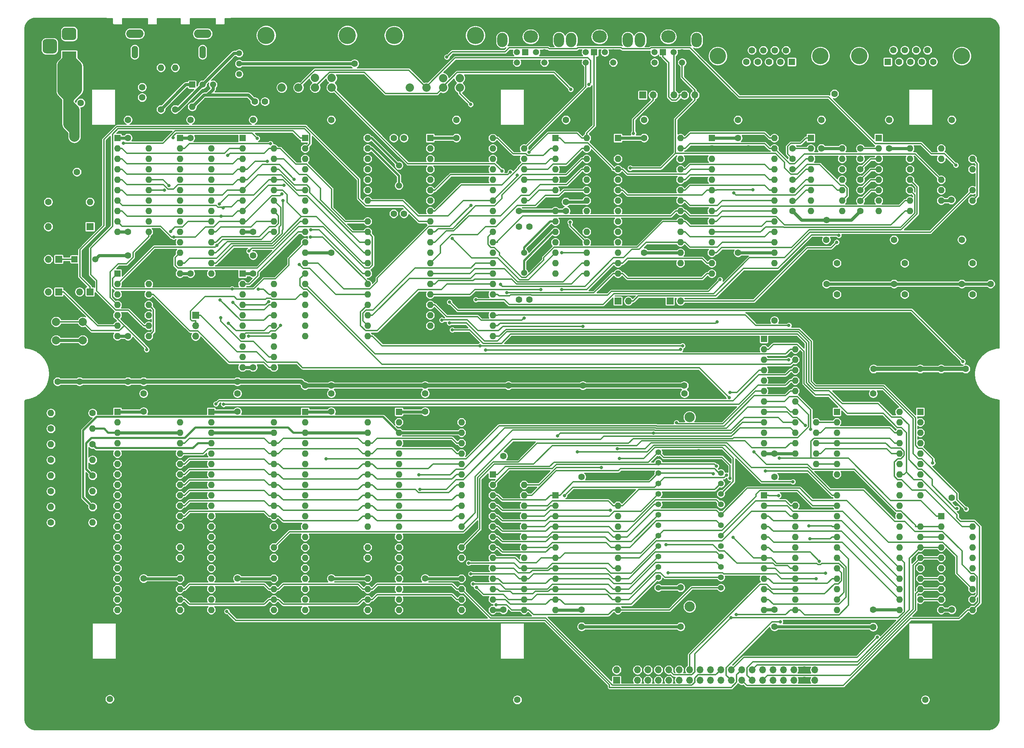
<source format=gbr>
%TF.GenerationSoftware,KiCad,Pcbnew,(5.1.12)-1*%
%TF.CreationDate,2023-08-15T20:50:01-04:00*%
%TF.ProjectId,Revision 4,52657669-7369-46f6-9e20-342e6b696361,3*%
%TF.SameCoordinates,Original*%
%TF.FileFunction,Copper,L1,Top*%
%TF.FilePolarity,Positive*%
%FSLAX46Y46*%
G04 Gerber Fmt 4.6, Leading zero omitted, Abs format (unit mm)*
G04 Created by KiCad (PCBNEW (5.1.12)-1) date 2023-08-15 20:50:01*
%MOMM*%
%LPD*%
G01*
G04 APERTURE LIST*
%TA.AperFunction,ComponentPad*%
%ADD10R,1.600000X1.600000*%
%TD*%
%TA.AperFunction,ComponentPad*%
%ADD11O,1.600000X1.600000*%
%TD*%
%TA.AperFunction,ComponentPad*%
%ADD12C,1.600000*%
%TD*%
%TA.AperFunction,ComponentPad*%
%ADD13O,1.550000X3.100000*%
%TD*%
%TA.AperFunction,ComponentPad*%
%ADD14O,4.200000X2.100000*%
%TD*%
%TA.AperFunction,ComponentPad*%
%ADD15C,1.403000*%
%TD*%
%TA.AperFunction,ComponentPad*%
%ADD16C,2.475000*%
%TD*%
%TA.AperFunction,ComponentPad*%
%ADD17R,1.700000X1.700000*%
%TD*%
%TA.AperFunction,ComponentPad*%
%ADD18O,1.700000X1.700000*%
%TD*%
%TA.AperFunction,ComponentPad*%
%ADD19O,2.500000X3.500000*%
%TD*%
%TA.AperFunction,ComponentPad*%
%ADD20O,3.500000X3.000000*%
%TD*%
%TA.AperFunction,ComponentPad*%
%ADD21C,1.509000*%
%TD*%
%TA.AperFunction,ComponentPad*%
%ADD22R,1.509000X1.509000*%
%TD*%
%TA.AperFunction,ComponentPad*%
%ADD23C,4.000000*%
%TD*%
%TA.AperFunction,ComponentPad*%
%ADD24C,1.500000*%
%TD*%
%TA.AperFunction,ComponentPad*%
%ADD25R,1.500000X1.500000*%
%TD*%
%TA.AperFunction,ComponentPad*%
%ADD26C,2.000000*%
%TD*%
%TA.AperFunction,ComponentPad*%
%ADD27C,2.032000*%
%TD*%
%TA.AperFunction,ComponentPad*%
%ADD28C,4.191000*%
%TD*%
%TA.AperFunction,ComponentPad*%
%ADD29C,1.440000*%
%TD*%
%TA.AperFunction,ComponentPad*%
%ADD30R,1.800000X1.800000*%
%TD*%
%TA.AperFunction,ComponentPad*%
%ADD31C,1.800000*%
%TD*%
%TA.AperFunction,ComponentPad*%
%ADD32R,3.500000X3.500000*%
%TD*%
%TA.AperFunction,ViaPad*%
%ADD33C,1.600000*%
%TD*%
%TA.AperFunction,ViaPad*%
%ADD34C,0.800000*%
%TD*%
%TA.AperFunction,Conductor*%
%ADD35C,0.750000*%
%TD*%
%TA.AperFunction,Conductor*%
%ADD36C,1.000000*%
%TD*%
%TA.AperFunction,Conductor*%
%ADD37C,2.000000*%
%TD*%
%TA.AperFunction,Conductor*%
%ADD38C,0.333000*%
%TD*%
%TA.AperFunction,Conductor*%
%ADD39C,2.500000*%
%TD*%
%TA.AperFunction,Conductor*%
%ADD40C,0.500000*%
%TD*%
%TA.AperFunction,Conductor*%
%ADD41C,0.254000*%
%TD*%
%TA.AperFunction,Conductor*%
%ADD42C,0.100000*%
%TD*%
G04 APERTURE END LIST*
D10*
%TO.P,U6,1*%
%TO.N,/CLK*%
X200342000Y-136525000D03*
D11*
%TO.P,U6,13*%
%TO.N,/Bus/A5*%
X207962000Y-164465000D03*
%TO.P,U6,2*%
%TO.N,/CPU/A15*%
X200342000Y-139065000D03*
%TO.P,U6,14*%
%TO.N,/Bus/A4*%
X207962000Y-161925000D03*
%TO.P,U6,3*%
%TO.N,/CPU/A14*%
X200342000Y-141605000D03*
%TO.P,U6,15*%
%TO.N,/Bus/A3*%
X207962000Y-159385000D03*
%TO.P,U6,4*%
%TO.N,/CPU/A13*%
X200342000Y-144145000D03*
%TO.P,U6,16*%
%TO.N,/Bus/A2*%
X207962000Y-156845000D03*
%TO.P,U6,5*%
%TO.N,/CPU/A12*%
X200342000Y-146685000D03*
%TO.P,U6,17*%
%TO.N,/~ACIA2*%
X207962000Y-154305000D03*
%TO.P,U6,6*%
%TO.N,/CPU/A11*%
X200342000Y-149225000D03*
%TO.P,U6,18*%
%TO.N,/~ACIA1*%
X207962000Y-151765000D03*
%TO.P,U6,7*%
%TO.N,/CPU/A10*%
X200342000Y-151765000D03*
%TO.P,U6,19*%
%TO.N,/~VIA1*%
X207962000Y-149225000D03*
%TO.P,U6,8*%
%TO.N,/CPU/A9*%
X200342000Y-154305000D03*
%TO.P,U6,20*%
%TO.N,/~RAM*%
X207962000Y-146685000D03*
%TO.P,U6,9*%
%TO.N,/CPU/A8*%
X200342000Y-156845000D03*
%TO.P,U6,21*%
%TO.N,/~IOREQ*%
X207962000Y-144145000D03*
%TO.P,U6,10*%
%TO.N,/Bus/A7*%
X200342000Y-159385000D03*
%TO.P,U6,22*%
%TO.N,/~NVRAM*%
X207962000Y-141605000D03*
%TO.P,U6,11*%
%TO.N,/Bus/A6*%
X200342000Y-161925000D03*
%TO.P,U6,23*%
%TO.N,/~ROM*%
X207962000Y-139065000D03*
%TO.P,U6,12*%
%TO.N,GND*%
X200342000Y-164465000D03*
%TO.P,U6,24*%
%TO.N,+5V*%
X207962000Y-136525000D03*
%TD*%
D12*
%TO.P,C7,1*%
%TO.N,+5V*%
X205422000Y-93980000D03*
%TO.P,C7,2*%
%TO.N,GND*%
X202922000Y-93980000D03*
%TD*%
D10*
%TO.P,U14,1*%
%TO.N,GND*%
X164782000Y-49530000D03*
D11*
%TO.P,U14,15*%
%TO.N,+5V*%
X180022000Y-82550000D03*
%TO.P,U14,2*%
X164782000Y-52070000D03*
%TO.P,U14,16*%
%TO.N,GND*%
X180022000Y-80010000D03*
%TO.P,U14,3*%
%TO.N,/~ACIA2*%
X164782000Y-54610000D03*
%TO.P,U14,17*%
%TO.N,GND*%
X180022000Y-77470000D03*
%TO.P,U14,4*%
%TO.N,/~RESET*%
X164782000Y-57150000D03*
%TO.P,U14,18*%
%TO.N,/ACIA/D0*%
X180022000Y-74930000D03*
%TO.P,U14,5*%
%TO.N,Net-(U14-Pad5)*%
X164782000Y-59690000D03*
%TO.P,U14,19*%
%TO.N,/ACIA/D1*%
X180022000Y-72390000D03*
%TO.P,U14,6*%
%TO.N,/ACIA/ACLK*%
X164782000Y-62230000D03*
%TO.P,U14,20*%
%TO.N,/ACIA/D2*%
X180022000Y-69850000D03*
%TO.P,U14,7*%
%TO.N,Net-(U14-Pad7)*%
X164782000Y-64770000D03*
%TO.P,U14,21*%
%TO.N,/ACIA/D3*%
X180022000Y-67310000D03*
%TO.P,U14,8*%
%TO.N,/ACIA/RTS*%
X164782000Y-67310000D03*
%TO.P,U14,22*%
%TO.N,/ACIA/D4*%
X180022000Y-64770000D03*
%TO.P,U14,9*%
%TO.N,/ACIA/CTS*%
X164782000Y-69850000D03*
%TO.P,U14,23*%
%TO.N,/ACIA/D5*%
X180022000Y-62230000D03*
%TO.P,U14,10*%
%TO.N,/ACIA/TX*%
X164782000Y-72390000D03*
%TO.P,U14,24*%
%TO.N,/ACIA/D6*%
X180022000Y-59690000D03*
%TO.P,U14,11*%
%TO.N,Net-(U14-Pad11)*%
X164782000Y-74930000D03*
%TO.P,U14,25*%
%TO.N,/ACIA/D7*%
X180022000Y-57150000D03*
%TO.P,U14,12*%
%TO.N,/ACIA/RX*%
X164782000Y-77470000D03*
%TO.P,U14,26*%
%TO.N,/~IRQ6*%
X180022000Y-54610000D03*
%TO.P,U14,13*%
%TO.N,/ACIA/A0*%
X164782000Y-80010000D03*
%TO.P,U14,27*%
%TO.N,/CLK*%
X180022000Y-52070000D03*
%TO.P,U14,14*%
%TO.N,/ACIA/A1*%
X164782000Y-82550000D03*
%TO.P,U14,28*%
%TO.N,/R~W*%
X180022000Y-49530000D03*
%TD*%
D12*
%TO.P,C19,2*%
%TO.N,GND*%
X248562000Y-74295000D03*
%TO.P,C19,1*%
%TO.N,+5V*%
X246062000Y-74295000D03*
%TD*%
D10*
%TO.P,X2,1*%
%TO.N,+5V*%
X243522000Y-87630000D03*
D12*
%TO.P,X2,8*%
X243522000Y-80010000D03*
%TO.P,X2,5*%
%TO.N,Net-(U11-Pad11)*%
X251142000Y-80010000D03*
%TO.P,X2,4*%
%TO.N,GND*%
X251142000Y-87630000D03*
%TD*%
%TO.P,C18,1*%
%TO.N,+5V*%
X229552000Y-74295000D03*
%TO.P,C18,2*%
%TO.N,GND*%
X232052000Y-74295000D03*
%TD*%
D10*
%TO.P,X1,1*%
%TO.N,+5V*%
X227012000Y-87630000D03*
D12*
%TO.P,X1,8*%
X227012000Y-80010000D03*
%TO.P,X1,5*%
%TO.N,Net-(U11-Pad3)*%
X234632000Y-80010000D03*
%TO.P,X1,4*%
%TO.N,GND*%
X234632000Y-87630000D03*
%TD*%
D10*
%TO.P,U7,1*%
%TO.N,/CLK*%
X200342000Y-98425000D03*
D11*
%TO.P,U7,13*%
%TO.N,GND*%
X207962000Y-126365000D03*
%TO.P,U7,2*%
%TO.N,/R~W*%
X200342000Y-100965000D03*
%TO.P,U7,14*%
%TO.N,/BDIR4*%
X207962000Y-123825000D03*
%TO.P,U7,3*%
%TO.N,/~IOREQ*%
X200342000Y-103505000D03*
%TO.P,U7,15*%
%TO.N,/BC4*%
X207962000Y-121285000D03*
%TO.P,U7,4*%
%TO.N,/Bus/A7*%
X200342000Y-106045000D03*
%TO.P,U7,16*%
%TO.N,/BDIR3*%
X207962000Y-118745000D03*
%TO.P,U7,5*%
%TO.N,/Bus/A6*%
X200342000Y-108585000D03*
%TO.P,U7,17*%
%TO.N,/BC3*%
X207962000Y-116205000D03*
%TO.P,U7,6*%
%TO.N,/Bus/A5*%
X200342000Y-111125000D03*
%TO.P,U7,18*%
%TO.N,/BDIR2*%
X207962000Y-113665000D03*
%TO.P,U7,7*%
%TO.N,/Bus/A4*%
X200342000Y-113665000D03*
%TO.P,U7,19*%
%TO.N,/BC2*%
X207962000Y-111125000D03*
%TO.P,U7,8*%
%TO.N,/Bus/A3*%
X200342000Y-116205000D03*
%TO.P,U7,20*%
%TO.N,/BDIR1*%
X207962000Y-108585000D03*
%TO.P,U7,9*%
%TO.N,/Bus/A2*%
X200342000Y-118745000D03*
%TO.P,U7,21*%
%TO.N,/BC1*%
X207962000Y-106045000D03*
%TO.P,U7,10*%
%TO.N,/ACIA/A1*%
X200342000Y-121285000D03*
%TO.P,U7,22*%
%TO.N,/~VDPCSW*%
X207962000Y-103505000D03*
%TO.P,U7,11*%
%TO.N,/ACIA/A0*%
X200342000Y-123825000D03*
%TO.P,U7,23*%
%TO.N,/~VDPCSR*%
X207962000Y-100965000D03*
%TO.P,U7,12*%
%TO.N,GND*%
X200342000Y-126365000D03*
%TO.P,U7,24*%
%TO.N,+5V*%
X207962000Y-98425000D03*
%TD*%
D12*
%TO.P,C37,2*%
%TO.N,GND*%
X112672000Y-67945000D03*
%TO.P,C37,1*%
%TO.N,Net-(C37-Pad1)*%
X110172000Y-67945000D03*
%TD*%
D13*
%TO.P,J19,2*%
%TO.N,/Video/Y*%
X63627000Y-28591400D03*
D14*
%TO.P,J19,1*%
%TO.N,GND*%
X63627000Y-24091400D03*
%TD*%
D12*
%TO.P,C26,1*%
%TO.N,Net-(C26-Pad1)*%
X223838000Y-59690000D03*
%TO.P,C26,2*%
%TO.N,Net-(C26-Pad2)*%
X223838000Y-62190000D03*
%TD*%
D10*
%TO.P,U1,1*%
%TO.N,/~VP*%
X218122000Y-116205000D03*
D11*
%TO.P,U1,21*%
%TO.N,GND*%
X233362000Y-164465000D03*
%TO.P,U1,2*%
%TO.N,/RDY*%
X218122000Y-118745000D03*
%TO.P,U1,22*%
%TO.N,/CPU/A12*%
X233362000Y-161925000D03*
%TO.P,U1,3*%
%TO.N,Net-(U1-Pad3)*%
X218122000Y-121285000D03*
%TO.P,U1,23*%
%TO.N,/CPU/A13*%
X233362000Y-159385000D03*
%TO.P,U1,4*%
%TO.N,/~IRQ*%
X218122000Y-123825000D03*
%TO.P,U1,24*%
%TO.N,/CPU/A14*%
X233362000Y-156845000D03*
%TO.P,U1,5*%
%TO.N,/~ML*%
X218122000Y-126365000D03*
%TO.P,U1,25*%
%TO.N,/CPU/A15*%
X233362000Y-154305000D03*
%TO.P,U1,6*%
%TO.N,/~NMI*%
X218122000Y-128905000D03*
%TO.P,U1,26*%
%TO.N,/ACIA/D7*%
X233362000Y-151765000D03*
%TO.P,U1,7*%
%TO.N,/SYNC*%
X218122000Y-131445000D03*
%TO.P,U1,27*%
%TO.N,/ACIA/D6*%
X233362000Y-149225000D03*
%TO.P,U1,8*%
%TO.N,+5V*%
X218122000Y-133985000D03*
%TO.P,U1,28*%
%TO.N,/ACIA/D5*%
X233362000Y-146685000D03*
%TO.P,U1,9*%
%TO.N,/ACIA/A0*%
X218122000Y-136525000D03*
%TO.P,U1,29*%
%TO.N,/ACIA/D4*%
X233362000Y-144145000D03*
%TO.P,U1,10*%
%TO.N,/ACIA/A1*%
X218122000Y-139065000D03*
%TO.P,U1,30*%
%TO.N,/ACIA/D3*%
X233362000Y-141605000D03*
%TO.P,U1,11*%
%TO.N,/Bus/A2*%
X218122000Y-141605000D03*
%TO.P,U1,31*%
%TO.N,/ACIA/D2*%
X233362000Y-139065000D03*
%TO.P,U1,12*%
%TO.N,/Bus/A3*%
X218122000Y-144145000D03*
%TO.P,U1,32*%
%TO.N,/ACIA/D1*%
X233362000Y-136525000D03*
%TO.P,U1,13*%
%TO.N,/Bus/A4*%
X218122000Y-146685000D03*
%TO.P,U1,33*%
%TO.N,/ACIA/D0*%
X233362000Y-133985000D03*
%TO.P,U1,14*%
%TO.N,/Bus/A5*%
X218122000Y-149225000D03*
%TO.P,U1,34*%
%TO.N,/R~W*%
X233362000Y-131445000D03*
%TO.P,U1,15*%
%TO.N,/Bus/A6*%
X218122000Y-151765000D03*
%TO.P,U1,35*%
%TO.N,Net-(U1-Pad35)*%
X233362000Y-128905000D03*
%TO.P,U1,16*%
%TO.N,/Bus/A7*%
X218122000Y-154305000D03*
%TO.P,U1,36*%
%TO.N,/BE*%
X233362000Y-126365000D03*
%TO.P,U1,17*%
%TO.N,/CPU/A8*%
X218122000Y-156845000D03*
%TO.P,U1,37*%
%TO.N,/CLK*%
X233362000Y-123825000D03*
%TO.P,U1,18*%
%TO.N,/CPU/A9*%
X218122000Y-159385000D03*
%TO.P,U1,38*%
%TO.N,/CPU/~SO*%
X233362000Y-121285000D03*
%TO.P,U1,19*%
%TO.N,/CPU/A10*%
X218122000Y-161925000D03*
%TO.P,U1,39*%
%TO.N,Net-(U1-Pad39)*%
X233362000Y-118745000D03*
%TO.P,U1,20*%
%TO.N,/CPU/A11*%
X218122000Y-164465000D03*
%TO.P,U1,40*%
%TO.N,/~RESET*%
X233362000Y-116205000D03*
%TD*%
%TO.P,U9,40*%
%TO.N,/VIA - Peripherals/~MCU_INT*%
X134302000Y-49530000D03*
%TO.P,U9,20*%
%TO.N,+5V*%
X119062000Y-97790000D03*
%TO.P,U9,39*%
%TO.N,Net-(U9-Pad39)*%
X134302000Y-52070000D03*
%TO.P,U9,19*%
%TO.N,Net-(U9-Pad19)*%
X119062000Y-95250000D03*
%TO.P,U9,38*%
%TO.N,/ACIA/A0*%
X134302000Y-54610000D03*
%TO.P,U9,18*%
%TO.N,Net-(U9-Pad18)*%
X119062000Y-92710000D03*
%TO.P,U9,37*%
%TO.N,/ACIA/A1*%
X134302000Y-57150000D03*
%TO.P,U9,17*%
%TO.N,/VIA - Peripherals/MCU_D7*%
X119062000Y-90170000D03*
%TO.P,U9,36*%
%TO.N,/Bus/A2*%
X134302000Y-59690000D03*
%TO.P,U9,16*%
%TO.N,/VIA - Peripherals/MCU_D6*%
X119062000Y-87630000D03*
%TO.P,U9,35*%
%TO.N,/Bus/A3*%
X134302000Y-62230000D03*
%TO.P,U9,15*%
%TO.N,/VIA - Peripherals/MCU_D5*%
X119062000Y-85090000D03*
%TO.P,U9,34*%
%TO.N,/~RESET*%
X134302000Y-64770000D03*
%TO.P,U9,14*%
%TO.N,/VIA - Peripherals/MCU_D4*%
X119062000Y-82550000D03*
%TO.P,U9,33*%
%TO.N,/ACIA/D0*%
X134302000Y-67310000D03*
%TO.P,U9,13*%
%TO.N,/VIA - Peripherals/MCU_D3*%
X119062000Y-80010000D03*
%TO.P,U9,32*%
%TO.N,/ACIA/D1*%
X134302000Y-69850000D03*
%TO.P,U9,12*%
%TO.N,/VIA - Peripherals/MCU_D2*%
X119062000Y-77470000D03*
%TO.P,U9,31*%
%TO.N,/ACIA/D2*%
X134302000Y-72390000D03*
%TO.P,U9,11*%
%TO.N,/VIA - Peripherals/MCU_D1*%
X119062000Y-74930000D03*
%TO.P,U9,30*%
%TO.N,/ACIA/D3*%
X134302000Y-74930000D03*
%TO.P,U9,10*%
%TO.N,/VIA - Peripherals/MCU_D0*%
X119062000Y-72390000D03*
%TO.P,U9,29*%
%TO.N,/ACIA/D4*%
X134302000Y-77470000D03*
%TO.P,U9,9*%
%TO.N,Net-(J5-Pad1)*%
X119062000Y-69850000D03*
%TO.P,U9,28*%
%TO.N,/ACIA/D5*%
X134302000Y-80010000D03*
%TO.P,U9,8*%
%TO.N,/VIA - Peripherals/RS2*%
X119062000Y-67310000D03*
%TO.P,U9,27*%
%TO.N,/ACIA/D6*%
X134302000Y-82550000D03*
%TO.P,U9,7*%
%TO.N,/VIA - Peripherals/RS1*%
X119062000Y-64770000D03*
%TO.P,U9,26*%
%TO.N,/ACIA/D7*%
X134302000Y-85090000D03*
%TO.P,U9,6*%
%TO.N,/VIA - Peripherals/RS0*%
X119062000Y-62230000D03*
%TO.P,U9,25*%
%TO.N,/CLK*%
X134302000Y-87630000D03*
%TO.P,U9,5*%
%TO.N,/P_INT3*%
X119062000Y-59690000D03*
%TO.P,U9,24*%
%TO.N,+5V*%
X134302000Y-90170000D03*
%TO.P,U9,4*%
%TO.N,/P_INT2*%
X119062000Y-57150000D03*
%TO.P,U9,23*%
%TO.N,/~VIA1*%
X134302000Y-92710000D03*
%TO.P,U9,3*%
%TO.N,/P_INT1*%
X119062000Y-54610000D03*
%TO.P,U9,22*%
%TO.N,/R~W*%
X134302000Y-95250000D03*
%TO.P,U9,2*%
%TO.N,/P_INT0*%
X119062000Y-52070000D03*
%TO.P,U9,21*%
%TO.N,/~IRQ2*%
X134302000Y-97790000D03*
D10*
%TO.P,U9,1*%
%TO.N,GND*%
X119062000Y-49530000D03*
%TD*%
D15*
%TO.P,U4,1*%
%TO.N,/CPU/A14*%
X174625000Y-126048000D03*
%TO.P,U4,2*%
%TO.N,/CPU/A12*%
X174625000Y-128588000D03*
%TO.P,U4,3*%
%TO.N,/Bus/A7*%
X174625000Y-131128000D03*
%TO.P,U4,4*%
%TO.N,/Bus/A6*%
X174625000Y-133668000D03*
%TO.P,U4,5*%
%TO.N,/Bus/A5*%
X174625000Y-136208000D03*
%TO.P,U4,6*%
%TO.N,/Bus/A4*%
X174625000Y-138748000D03*
%TO.P,U4,7*%
%TO.N,/Bus/A3*%
X174625000Y-141288000D03*
%TO.P,U4,8*%
%TO.N,/Bus/A2*%
X174625000Y-143828000D03*
%TO.P,U4,9*%
%TO.N,/ACIA/A1*%
X174625000Y-146368000D03*
%TO.P,U4,10*%
%TO.N,/ACIA/A0*%
X174625000Y-148908000D03*
%TO.P,U4,11*%
%TO.N,/ACIA/D0*%
X174625000Y-151448000D03*
%TO.P,U4,12*%
%TO.N,/ACIA/D1*%
X174625000Y-153988000D03*
%TO.P,U4,13*%
%TO.N,/ACIA/D2*%
X174625000Y-156528000D03*
%TO.P,U4,14*%
%TO.N,GND*%
X174625000Y-159068000D03*
%TO.P,U4,15*%
%TO.N,/ACIA/D3*%
X189865000Y-159068000D03*
%TO.P,U4,16*%
%TO.N,/ACIA/D4*%
X189865000Y-156528000D03*
%TO.P,U4,17*%
%TO.N,/ACIA/D5*%
X189865000Y-153988000D03*
%TO.P,U4,18*%
%TO.N,/ACIA/D6*%
X189865000Y-151448000D03*
%TO.P,U4,19*%
%TO.N,/ACIA/D7*%
X189865000Y-148908000D03*
%TO.P,U4,20*%
%TO.N,/~ROM*%
X189865000Y-146368000D03*
%TO.P,U4,21*%
%TO.N,/CPU/A10*%
X189865000Y-143828000D03*
%TO.P,U4,22*%
%TO.N,/~RD*%
X189865000Y-141288000D03*
%TO.P,U4,23*%
%TO.N,/CPU/A11*%
X189865000Y-138748000D03*
%TO.P,U4,24*%
%TO.N,/CPU/A9*%
X189865000Y-136208000D03*
%TO.P,U4,25*%
%TO.N,/CPU/A8*%
X189865000Y-133668000D03*
%TO.P,U4,26*%
%TO.N,/CPU/A13*%
X189865000Y-131128000D03*
%TO.P,U4,27*%
%TO.N,+5V*%
X189865000Y-128588000D03*
%TO.P,U4,28*%
X189865000Y-126048000D03*
D16*
%TO.P,U4,29*%
%TO.N,N/C*%
X182245000Y-117538000D03*
%TO.P,U4,30*%
X182245000Y-163638000D03*
%TD*%
D17*
%TO.P,J6,1*%
%TO.N,GND*%
X164465000Y-181610000D03*
D18*
%TO.P,J6,2*%
X164465000Y-179070000D03*
%TO.P,J6,3*%
%TO.N,+5V*%
X167005000Y-181610000D03*
%TO.P,J6,4*%
X167005000Y-179070000D03*
%TO.P,J6,5*%
%TO.N,/ACIA/D0*%
X169545000Y-181610000D03*
%TO.P,J6,6*%
%TO.N,/ACIA/D1*%
X169545000Y-179070000D03*
%TO.P,J6,7*%
%TO.N,/ACIA/D2*%
X172085000Y-181610000D03*
%TO.P,J6,8*%
%TO.N,/ACIA/D3*%
X172085000Y-179070000D03*
%TO.P,J6,9*%
%TO.N,/ACIA/D4*%
X174625000Y-181610000D03*
%TO.P,J6,10*%
%TO.N,/ACIA/D5*%
X174625000Y-179070000D03*
%TO.P,J6,11*%
%TO.N,/ACIA/D6*%
X177165000Y-181610000D03*
%TO.P,J6,12*%
%TO.N,/ACIA/D7*%
X177165000Y-179070000D03*
%TO.P,J6,13*%
%TO.N,/ACIA/A0*%
X179705000Y-181610000D03*
%TO.P,J6,14*%
%TO.N,/ACIA/A1*%
X179705000Y-179070000D03*
%TO.P,J6,15*%
%TO.N,/Bus/A2*%
X182245000Y-181610000D03*
%TO.P,J6,16*%
%TO.N,/Bus/A3*%
X182245000Y-179070000D03*
%TO.P,J6,17*%
%TO.N,/Bus/A4*%
X184785000Y-181610000D03*
%TO.P,J6,18*%
%TO.N,/Bus/A5*%
X184785000Y-179070000D03*
%TO.P,J6,19*%
%TO.N,/Bus/A6*%
X187325000Y-181610000D03*
%TO.P,J6,20*%
%TO.N,/Bus/A7*%
X187325000Y-179070000D03*
%TO.P,J6,21*%
%TO.N,/~IOREQ*%
X189865000Y-181610000D03*
%TO.P,J6,22*%
%TO.N,/~RESET*%
X189865000Y-179070000D03*
%TO.P,J6,23*%
%TO.N,/CLK*%
X192405000Y-181610000D03*
%TO.P,J6,24*%
%TO.N,/~CLK*%
X192405000Y-179070000D03*
%TO.P,J6,25*%
%TO.N,/R~W*%
X194945000Y-181610000D03*
%TO.P,J6,26*%
%TO.N,/~NMI*%
X194945000Y-179070000D03*
%TO.P,J6,27*%
%TO.N,/~IRQ3*%
X197485000Y-181610000D03*
%TO.P,J6,28*%
%TO.N,/~IRQ4*%
X197485000Y-179070000D03*
%TO.P,J6,29*%
%TO.N,/~IRQ7*%
X200025000Y-181610000D03*
%TO.P,J6,30*%
%TO.N,Net-(J6-Pad30)*%
X200025000Y-179070000D03*
%TO.P,J6,31*%
%TO.N,Net-(J6-Pad31)*%
X202565000Y-181610000D03*
%TO.P,J6,32*%
%TO.N,/BE*%
X202565000Y-179070000D03*
%TO.P,J6,33*%
%TO.N,/~ML*%
X205105000Y-181610000D03*
%TO.P,J6,34*%
%TO.N,/~VP*%
X205105000Y-179070000D03*
%TO.P,J6,35*%
%TO.N,/RDY*%
X207645000Y-181610000D03*
%TO.P,J6,36*%
%TO.N,/SYNC*%
X207645000Y-179070000D03*
%TO.P,J6,37*%
%TO.N,+5V*%
X210185000Y-181610000D03*
%TO.P,J6,38*%
X210185000Y-179070000D03*
%TO.P,J6,39*%
%TO.N,GND*%
X212725000Y-181610000D03*
%TO.P,J6,40*%
X212725000Y-179070000D03*
%TD*%
D19*
%TO.P,J2,MH3*%
%TO.N,N/C*%
X136652000Y-25641300D03*
%TO.P,J2,MH2*%
X150418800Y-25641300D03*
D20*
%TO.P,J2,MH1*%
X143540000Y-24828500D03*
D21*
%TO.P,J2,6*%
%TO.N,Net-(J2-Pad6)*%
X146890000Y-31128500D03*
%TO.P,J2,5*%
%TO.N,/VIA - Peripherals/MS_CLK*%
X140190000Y-31128500D03*
%TO.P,J2,4*%
%TO.N,+5V*%
X146890000Y-28638500D03*
%TO.P,J2,3*%
%TO.N,GND*%
X140190000Y-28638500D03*
%TO.P,J2,2*%
%TO.N,Net-(J2-Pad2)*%
X144840000Y-28638500D03*
D22*
%TO.P,J2,1*%
%TO.N,/VIA - Peripherals/MS_DATA*%
X142240000Y-28638500D03*
%TD*%
D12*
%TO.P,C17,1*%
%TO.N,+5V*%
X248602000Y-45085000D03*
%TO.P,C17,2*%
%TO.N,GND*%
X246102000Y-45085000D03*
%TD*%
%TO.P,C1,1*%
%TO.N,+5V*%
X224472000Y-111760000D03*
%TO.P,C1,2*%
%TO.N,GND*%
X226972000Y-111760000D03*
%TD*%
%TO.P,C6,2*%
%TO.N,GND*%
X202922000Y-132080000D03*
%TO.P,C6,1*%
%TO.N,+5V*%
X205422000Y-132080000D03*
%TD*%
D10*
%TO.P,C12,1*%
%TO.N,+5V*%
X33655000Y-106362000D03*
D12*
%TO.P,C12,2*%
%TO.N,GND*%
X33655000Y-108862000D03*
%TD*%
D10*
%TO.P,C13,1*%
%TO.N,+5V*%
X88582500Y-107315000D03*
D12*
%TO.P,C13,2*%
%TO.N,GND*%
X88582500Y-109815000D03*
%TD*%
%TO.P,C14,2*%
%TO.N,GND*%
X243522000Y-105768000D03*
D10*
%TO.P,C14,1*%
%TO.N,+5V*%
X243522000Y-108268000D03*
%TD*%
D12*
%TO.P,C15,2*%
%TO.N,GND*%
X138112000Y-109815000D03*
D10*
%TO.P,C15,1*%
%TO.N,+5V*%
X138112000Y-107315000D03*
%TD*%
%TO.P,J12,1*%
%TO.N,Net-(J12-Pad1)*%
X230505000Y-30962600D03*
D12*
%TO.P,J12,2*%
%TO.N,Net-(J12-Pad2)*%
X233275000Y-30962600D03*
%TO.P,J12,3*%
%TO.N,Net-(J12-Pad3)*%
X236045000Y-30962600D03*
%TO.P,J12,4*%
%TO.N,Net-(J12-Pad4)*%
X238815000Y-30962600D03*
%TO.P,J12,5*%
%TO.N,GND*%
X241585000Y-30962600D03*
%TO.P,J12,6*%
%TO.N,Net-(J12-Pad6)*%
X231890000Y-28122600D03*
%TO.P,J12,7*%
%TO.N,Net-(J12-Pad7)*%
X234660000Y-28122600D03*
%TO.P,J12,8*%
%TO.N,Net-(J12-Pad8)*%
X237430000Y-28122600D03*
%TO.P,J12,9*%
%TO.N,Net-(J12-Pad9)*%
X240200000Y-28122600D03*
D23*
%TO.P,J12,0*%
%TO.N,N/C*%
X248545000Y-29542600D03*
X223545000Y-29542600D03*
%TD*%
D12*
%TO.P,R1,1*%
%TO.N,GND*%
X26035000Y-65087500D03*
D11*
%TO.P,R1,2*%
%TO.N,Net-(D1-Pad1)*%
X36195000Y-65087500D03*
%TD*%
D10*
%TO.P,RN2,1*%
%TO.N,+5V*%
X213042000Y-116205000D03*
D11*
%TO.P,RN2,2*%
%TO.N,/RDY*%
X213042000Y-118745000D03*
%TO.P,RN2,3*%
%TO.N,/CPU/~SO*%
X213042000Y-121285000D03*
%TO.P,RN2,4*%
%TO.N,/~IRQ*%
X213042000Y-123825000D03*
%TO.P,RN2,5*%
%TO.N,/BE*%
X213042000Y-126365000D03*
%TO.P,RN2,6*%
%TO.N,/~NMI*%
X213042000Y-128905000D03*
%TD*%
D10*
%TO.P,RN3,1*%
%TO.N,+5V*%
X238442000Y-164465000D03*
D11*
%TO.P,RN3,2*%
%TO.N,/~IRQ8*%
X238442000Y-161925000D03*
%TO.P,RN3,3*%
%TO.N,/~IRQ7*%
X238442000Y-159385000D03*
%TO.P,RN3,4*%
%TO.N,/~IRQ6*%
X238442000Y-156845000D03*
%TO.P,RN3,5*%
%TO.N,/~IRQ5*%
X238442000Y-154305000D03*
%TO.P,RN3,6*%
%TO.N,/~IRQ4*%
X238442000Y-151765000D03*
%TO.P,RN3,7*%
%TO.N,/~IRQ3*%
X238442000Y-149225000D03*
%TO.P,RN3,8*%
%TO.N,/~IRQ2*%
X238442000Y-146685000D03*
%TO.P,RN3,9*%
%TO.N,/~IRQ1*%
X238442000Y-144145000D03*
%TD*%
D24*
%TO.P,RS1,2*%
%TO.N,+5V*%
X34925000Y-79057500D03*
%TO.P,RS1,3*%
%TO.N,GND*%
X37465000Y-79057500D03*
D25*
%TO.P,RS1,1*%
%TO.N,/~RESET*%
X32385000Y-79057500D03*
%TD*%
D26*
%TO.P,SW2,2*%
%TO.N,GND*%
X27940000Y-98797500D03*
%TO.P,SW2,1*%
%TO.N,/~RESET*%
X27940000Y-94297500D03*
%TO.P,SW2,2*%
%TO.N,GND*%
X34440000Y-98797500D03*
%TO.P,SW2,1*%
%TO.N,/~RESET*%
X34440000Y-94297500D03*
%TD*%
D10*
%TO.P,U3,1*%
%TO.N,/CPU/A14*%
X134302000Y-131445000D03*
D11*
%TO.P,U3,15*%
%TO.N,/ACIA/D3*%
X141922000Y-164465000D03*
%TO.P,U3,2*%
%TO.N,/CPU/A12*%
X134302000Y-133985000D03*
%TO.P,U3,16*%
%TO.N,/ACIA/D4*%
X141922000Y-161925000D03*
%TO.P,U3,3*%
%TO.N,/Bus/A7*%
X134302000Y-136525000D03*
%TO.P,U3,17*%
%TO.N,/ACIA/D5*%
X141922000Y-159385000D03*
%TO.P,U3,4*%
%TO.N,/Bus/A6*%
X134302000Y-139065000D03*
%TO.P,U3,18*%
%TO.N,/ACIA/D6*%
X141922000Y-156845000D03*
%TO.P,U3,5*%
%TO.N,/Bus/A5*%
X134302000Y-141605000D03*
%TO.P,U3,19*%
%TO.N,/ACIA/D7*%
X141922000Y-154305000D03*
%TO.P,U3,6*%
%TO.N,/Bus/A4*%
X134302000Y-144145000D03*
%TO.P,U3,20*%
%TO.N,/~RAM*%
X141922000Y-151765000D03*
%TO.P,U3,7*%
%TO.N,/Bus/A3*%
X134302000Y-146685000D03*
%TO.P,U3,21*%
%TO.N,/CPU/A10*%
X141922000Y-149225000D03*
%TO.P,U3,8*%
%TO.N,/Bus/A2*%
X134302000Y-149225000D03*
%TO.P,U3,22*%
%TO.N,/~RD*%
X141922000Y-146685000D03*
%TO.P,U3,9*%
%TO.N,/ACIA/A1*%
X134302000Y-151765000D03*
%TO.P,U3,23*%
%TO.N,/CPU/A11*%
X141922000Y-144145000D03*
%TO.P,U3,10*%
%TO.N,/ACIA/A0*%
X134302000Y-154305000D03*
%TO.P,U3,24*%
%TO.N,/CPU/A9*%
X141922000Y-141605000D03*
%TO.P,U3,11*%
%TO.N,/ACIA/D0*%
X134302000Y-156845000D03*
%TO.P,U3,25*%
%TO.N,/CPU/A8*%
X141922000Y-139065000D03*
%TO.P,U3,12*%
%TO.N,/ACIA/D1*%
X134302000Y-159385000D03*
%TO.P,U3,26*%
%TO.N,/CPU/A13*%
X141922000Y-136525000D03*
%TO.P,U3,13*%
%TO.N,/ACIA/D2*%
X134302000Y-161925000D03*
%TO.P,U3,27*%
%TO.N,/~WR*%
X141922000Y-133985000D03*
%TO.P,U3,14*%
%TO.N,GND*%
X134302000Y-164465000D03*
%TO.P,U3,28*%
%TO.N,+5V*%
X141922000Y-131445000D03*
%TD*%
%TO.P,U5,20*%
%TO.N,+5V*%
X251142000Y-141605000D03*
%TO.P,U5,10*%
%TO.N,GND*%
X243522000Y-164465000D03*
%TO.P,U5,19*%
%TO.N,/~IRQ*%
X251142000Y-144145000D03*
%TO.P,U5,9*%
%TO.N,/~IRQ8*%
X243522000Y-161925000D03*
%TO.P,U5,18*%
%TO.N,/P_INT0*%
X251142000Y-146685000D03*
%TO.P,U5,8*%
%TO.N,/~IRQ7*%
X243522000Y-159385000D03*
%TO.P,U5,17*%
%TO.N,/P_INT1*%
X251142000Y-149225000D03*
%TO.P,U5,7*%
%TO.N,/~IRQ6*%
X243522000Y-156845000D03*
%TO.P,U5,16*%
%TO.N,/P_INT2*%
X251142000Y-151765000D03*
%TO.P,U5,6*%
%TO.N,/~IRQ5*%
X243522000Y-154305000D03*
%TO.P,U5,15*%
%TO.N,/P_INT3*%
X251142000Y-154305000D03*
%TO.P,U5,5*%
%TO.N,/~IRQ4*%
X243522000Y-151765000D03*
%TO.P,U5,14*%
%TO.N,Net-(U5-Pad14)*%
X251142000Y-156845000D03*
%TO.P,U5,4*%
%TO.N,/~IRQ3*%
X243522000Y-149225000D03*
%TO.P,U5,13*%
%TO.N,/~RD*%
X251142000Y-159385000D03*
%TO.P,U5,3*%
%TO.N,/~IRQ2*%
X243522000Y-146685000D03*
%TO.P,U5,12*%
%TO.N,/~WR*%
X251142000Y-161925000D03*
%TO.P,U5,2*%
%TO.N,/~IRQ1*%
X243522000Y-144145000D03*
%TO.P,U5,11*%
%TO.N,/R~W*%
X251142000Y-164465000D03*
D10*
%TO.P,U5,1*%
%TO.N,/CLK*%
X243522000Y-141605000D03*
%TD*%
D11*
%TO.P,U8,28*%
%TO.N,/VIA - Peripherals/KB_DATA*%
X157162000Y-49530000D03*
%TO.P,U8,14*%
%TO.N,/VIA - Peripherals/MCU_D6*%
X149542000Y-82550000D03*
%TO.P,U8,27*%
%TO.N,/VIA - Peripherals/MS_DATA*%
X157162000Y-52070000D03*
%TO.P,U8,13*%
%TO.N,/VIA - Peripherals/MCU_D7*%
X149542000Y-80010000D03*
%TO.P,U8,26*%
%TO.N,/VIA - Peripherals/MCU_D0*%
X157162000Y-54610000D03*
%TO.P,U8,12*%
%TO.N,/VIA - Peripherals/RS1*%
X149542000Y-77470000D03*
%TO.P,U8,25*%
%TO.N,/VIA - Peripherals/MCU_D1*%
X157162000Y-57150000D03*
%TO.P,U8,11*%
%TO.N,/VIA - Peripherals/RS0*%
X149542000Y-74930000D03*
%TO.P,U8,24*%
%TO.N,/VIA - Peripherals/MCU_D2*%
X157162000Y-59690000D03*
%TO.P,U8,10*%
%TO.N,Net-(C9-Pad1)*%
X149542000Y-72390000D03*
%TO.P,U8,23*%
%TO.N,/VIA - Peripherals/MCU_D3*%
X157162000Y-62230000D03*
%TO.P,U8,9*%
%TO.N,Net-(C8-Pad1)*%
X149542000Y-69850000D03*
%TO.P,U8,22*%
%TO.N,GND*%
X157162000Y-64770000D03*
%TO.P,U8,8*%
X149542000Y-67310000D03*
%TO.P,U8,21*%
%TO.N,Net-(U8-Pad21)*%
X157162000Y-67310000D03*
%TO.P,U8,7*%
%TO.N,+5V*%
X149542000Y-64770000D03*
%TO.P,U8,20*%
X157162000Y-69850000D03*
%TO.P,U8,6*%
%TO.N,/VIA - Peripherals/NES_DATA2*%
X149542000Y-62230000D03*
%TO.P,U8,19*%
%TO.N,/VIA - Peripherals/NES_CLK*%
X157162000Y-72390000D03*
%TO.P,U8,5*%
%TO.N,/VIA - Peripherals/MS_CLK*%
X149542000Y-59690000D03*
%TO.P,U8,18*%
%TO.N,/VIA - Peripherals/NES_LATCH*%
X157162000Y-74930000D03*
%TO.P,U8,4*%
%TO.N,/VIA - Peripherals/KB_CLK*%
X149542000Y-57150000D03*
%TO.P,U8,17*%
%TO.N,/VIA - Peripherals/NES_DATA1*%
X157162000Y-77470000D03*
%TO.P,U8,3*%
%TO.N,/VIA - Peripherals/RS2*%
X149542000Y-54610000D03*
%TO.P,U8,16*%
%TO.N,/VIA - Peripherals/MCU_D4*%
X157162000Y-80010000D03*
%TO.P,U8,2*%
%TO.N,/VIA - Peripherals/~MCU_INT*%
X149542000Y-52070000D03*
%TO.P,U8,15*%
%TO.N,/VIA - Peripherals/MCU_D5*%
X157162000Y-82550000D03*
D10*
%TO.P,U8,1*%
%TO.N,/~RESET*%
X149542000Y-49530000D03*
%TD*%
D27*
%TO.P,J3,5*%
%TO.N,Net-(J3-Pad5)*%
X126260500Y-34943600D03*
%TO.P,J3,6*%
%TO.N,Net-(J3-Pad6)*%
X122200500Y-34943600D03*
%TO.P,J3,7*%
%TO.N,+5V*%
X118140500Y-34943600D03*
%TO.P,J3,4*%
%TO.N,/VIA - Peripherals/NES_DATA1*%
X126260500Y-37253600D03*
%TO.P,J3,3*%
%TO.N,/VIA - Peripherals/NES_LATCH*%
X122200500Y-37253600D03*
%TO.P,J3,2*%
%TO.N,/VIA - Peripherals/NES_CLK*%
X118140500Y-37253600D03*
%TO.P,J3,1*%
%TO.N,GND*%
X114080500Y-37253600D03*
D28*
%TO.P,J3,0*%
%TO.N,N/C*%
X130070500Y-24533600D03*
X110270500Y-24533600D03*
%TD*%
D10*
%TO.P,U11,1*%
%TO.N,+5V*%
X243522000Y-49530000D03*
D11*
%TO.P,U11,8*%
%TO.N,Net-(U11-Pad12)*%
X251142000Y-64770000D03*
%TO.P,U11,2*%
%TO.N,/~CLK*%
X243522000Y-52070000D03*
%TO.P,U11,9*%
%TO.N,/PSG_CLK*%
X251142000Y-62230000D03*
%TO.P,U11,3*%
%TO.N,Net-(U11-Pad3)*%
X243522000Y-54610000D03*
%TO.P,U11,10*%
%TO.N,+5V*%
X251142000Y-59690000D03*
%TO.P,U11,4*%
X243522000Y-57150000D03*
%TO.P,U11,11*%
%TO.N,Net-(U11-Pad11)*%
X251142000Y-57150000D03*
%TO.P,U11,5*%
%TO.N,/CLK*%
X243522000Y-59690000D03*
%TO.P,U11,12*%
%TO.N,Net-(U11-Pad12)*%
X251142000Y-54610000D03*
%TO.P,U11,6*%
%TO.N,/~CLK*%
X243522000Y-62230000D03*
%TO.P,U11,13*%
%TO.N,+5V*%
X251142000Y-52070000D03*
%TO.P,U11,7*%
%TO.N,GND*%
X243522000Y-64770000D03*
%TO.P,U11,14*%
%TO.N,+5V*%
X251142000Y-49530000D03*
%TD*%
D12*
%TO.P,C2,2*%
%TO.N,GND*%
X136882000Y-127000000D03*
%TO.P,C2,1*%
%TO.N,+5V*%
X139382000Y-127000000D03*
%TD*%
%TO.P,C3,1*%
%TO.N,+5V*%
X158432000Y-132080000D03*
%TO.P,C3,2*%
%TO.N,GND*%
X155932000Y-132080000D03*
%TD*%
%TO.P,C4,1*%
%TO.N,+5V*%
X183515000Y-111760000D03*
%TO.P,C4,2*%
%TO.N,GND*%
X181015000Y-111760000D03*
%TD*%
D10*
%TO.P,U2,1*%
%TO.N,/Bus/A7*%
X149542000Y-136525000D03*
D11*
%TO.P,U2,13*%
%TO.N,/ACIA/D3*%
X164782000Y-164465000D03*
%TO.P,U2,2*%
%TO.N,/Bus/A6*%
X149542000Y-139065000D03*
%TO.P,U2,14*%
%TO.N,/ACIA/D4*%
X164782000Y-161925000D03*
%TO.P,U2,3*%
%TO.N,/Bus/A5*%
X149542000Y-141605000D03*
%TO.P,U2,15*%
%TO.N,/ACIA/D5*%
X164782000Y-159385000D03*
%TO.P,U2,4*%
%TO.N,/Bus/A4*%
X149542000Y-144145000D03*
%TO.P,U2,16*%
%TO.N,/ACIA/D6*%
X164782000Y-156845000D03*
%TO.P,U2,5*%
%TO.N,/Bus/A3*%
X149542000Y-146685000D03*
%TO.P,U2,17*%
%TO.N,/ACIA/D7*%
X164782000Y-154305000D03*
%TO.P,U2,6*%
%TO.N,/Bus/A2*%
X149542000Y-149225000D03*
%TO.P,U2,18*%
%TO.N,/~NVRAM*%
X164782000Y-151765000D03*
%TO.P,U2,7*%
%TO.N,/ACIA/A1*%
X149542000Y-151765000D03*
%TO.P,U2,19*%
%TO.N,/CPU/A10*%
X164782000Y-149225000D03*
%TO.P,U2,8*%
%TO.N,/ACIA/A0*%
X149542000Y-154305000D03*
%TO.P,U2,20*%
%TO.N,/~RD*%
X164782000Y-146685000D03*
%TO.P,U2,9*%
%TO.N,/ACIA/D0*%
X149542000Y-156845000D03*
%TO.P,U2,21*%
%TO.N,/~WR*%
X164782000Y-144145000D03*
%TO.P,U2,10*%
%TO.N,/ACIA/D1*%
X149542000Y-159385000D03*
%TO.P,U2,22*%
%TO.N,/CPU/A9*%
X164782000Y-141605000D03*
%TO.P,U2,11*%
%TO.N,/ACIA/D2*%
X149542000Y-161925000D03*
%TO.P,U2,23*%
%TO.N,/CPU/A8*%
X164782000Y-139065000D03*
%TO.P,U2,12*%
%TO.N,GND*%
X149542000Y-164465000D03*
%TO.P,U2,24*%
%TO.N,+5V*%
X164782000Y-136525000D03*
%TD*%
D10*
%TO.P,C16,1*%
%TO.N,+5V*%
X29210000Y-57785000D03*
D12*
%TO.P,C16,2*%
%TO.N,GND*%
X33010000Y-57785000D03*
%TD*%
%TO.P,C20,2*%
%TO.N,GND*%
X217528000Y-38735000D03*
D10*
%TO.P,C20,1*%
%TO.N,+5V*%
X220028000Y-38735000D03*
%TD*%
%TO.P,C21,1*%
%TO.N,+5V*%
X38506400Y-186207000D03*
D12*
%TO.P,C21,2*%
%TO.N,GND*%
X41006400Y-186207000D03*
%TD*%
%TO.P,C22,2*%
%TO.N,GND*%
X140295000Y-186372000D03*
D10*
%TO.P,C22,1*%
%TO.N,+5V*%
X137795000Y-186372000D03*
%TD*%
D12*
%TO.P,C39,1*%
%TO.N,+5V*%
X47942500Y-45085000D03*
%TO.P,C39,2*%
%TO.N,GND*%
X45442500Y-45085000D03*
%TD*%
%TO.P,C42,1*%
%TO.N,+5V*%
X97472500Y-45085000D03*
%TO.P,C42,2*%
%TO.N,GND*%
X94972500Y-45085000D03*
%TD*%
%TO.P,C44,2*%
%TO.N,GND*%
X75922500Y-78105000D03*
%TO.P,C44,1*%
%TO.N,+5V*%
X78422500Y-78105000D03*
%TD*%
D17*
%TO.P,J18,1*%
%TO.N,/~IRQ1*%
X61912500Y-92710000D03*
D18*
%TO.P,J18,2*%
%TO.N,/Video/~INT*%
X61912500Y-95250000D03*
%TO.P,J18,3*%
%TO.N,/~NMI*%
X61912500Y-97790000D03*
%TD*%
D10*
%TO.P,U16,1*%
%TO.N,/Video/~RAS*%
X88582500Y-49530000D03*
D11*
%TO.P,U16,21*%
%TO.N,/ACIA/D4*%
X103822500Y-97790000D03*
%TO.P,U16,2*%
%TO.N,/Video/~CAS*%
X88582500Y-52070000D03*
%TO.P,U16,22*%
%TO.N,/ACIA/D5*%
X103822500Y-95250000D03*
%TO.P,U16,3*%
%TO.N,/Video/AD7*%
X88582500Y-54610000D03*
%TO.P,U16,23*%
%TO.N,/ACIA/D6*%
X103822500Y-92710000D03*
%TO.P,U16,4*%
%TO.N,/Video/AD6*%
X88582500Y-57150000D03*
%TO.P,U16,24*%
%TO.N,/ACIA/D7*%
X103822500Y-90170000D03*
%TO.P,U16,5*%
%TO.N,/Video/AD5*%
X88582500Y-59690000D03*
%TO.P,U16,25*%
%TO.N,/Video/VD7*%
X103822500Y-87630000D03*
%TO.P,U16,6*%
%TO.N,/Video/AD4*%
X88582500Y-62230000D03*
%TO.P,U16,26*%
%TO.N,/Video/VD6*%
X103822500Y-85090000D03*
%TO.P,U16,7*%
%TO.N,/Video/AD3*%
X88582500Y-64770000D03*
%TO.P,U16,27*%
%TO.N,/Video/VD5*%
X103822500Y-82550000D03*
%TO.P,U16,8*%
%TO.N,/Video/AD2*%
X88582500Y-67310000D03*
%TO.P,U16,28*%
%TO.N,/Video/VD4*%
X103822500Y-80010000D03*
%TO.P,U16,9*%
%TO.N,/Video/AD1*%
X88582500Y-69850000D03*
%TO.P,U16,29*%
%TO.N,/Video/VD3*%
X103822500Y-77470000D03*
%TO.P,U16,10*%
%TO.N,/Video/AD0*%
X88582500Y-72390000D03*
%TO.P,U16,30*%
%TO.N,/Video/VD2*%
X103822500Y-74930000D03*
%TO.P,U16,11*%
%TO.N,/Video/VR~W*%
X88582500Y-74930000D03*
%TO.P,U16,31*%
%TO.N,/Video/VD1*%
X103822500Y-72390000D03*
%TO.P,U16,12*%
%TO.N,GND*%
X88582500Y-77470000D03*
%TO.P,U16,32*%
%TO.N,/Video/VD0*%
X103822500Y-69850000D03*
%TO.P,U16,13*%
%TO.N,/ACIA/A0*%
X88582500Y-80010000D03*
%TO.P,U16,33*%
%TO.N,+5V*%
X103822500Y-67310000D03*
%TO.P,U16,14*%
%TO.N,/~VDPCSW*%
X88582500Y-82550000D03*
%TO.P,U16,34*%
%TO.N,/~RESET*%
X103822500Y-64770000D03*
%TO.P,U16,15*%
%TO.N,/~VDPCSR*%
X88582500Y-85090000D03*
%TO.P,U16,35*%
%TO.N,Net-(U16-Pad35)*%
X103822500Y-62230000D03*
%TO.P,U16,16*%
%TO.N,/Video/~INT*%
X88582500Y-87630000D03*
%TO.P,U16,36*%
%TO.N,/Video/COMP*%
X103822500Y-59690000D03*
%TO.P,U16,17*%
%TO.N,/ACIA/D0*%
X88582500Y-90170000D03*
%TO.P,U16,37*%
%TO.N,Net-(U16-Pad37)*%
X103822500Y-57150000D03*
%TO.P,U16,18*%
%TO.N,/ACIA/D1*%
X88582500Y-92710000D03*
%TO.P,U16,38*%
%TO.N,Net-(U16-Pad38)*%
X103822500Y-54610000D03*
%TO.P,U16,19*%
%TO.N,/ACIA/D2*%
X88582500Y-95250000D03*
%TO.P,U16,39*%
%TO.N,Net-(C37-Pad1)*%
X103822500Y-52070000D03*
%TO.P,U16,20*%
%TO.N,/ACIA/D3*%
X88582500Y-97790000D03*
%TO.P,U16,40*%
%TO.N,Net-(C38-Pad1)*%
X103822500Y-49530000D03*
%TD*%
D24*
%TO.P,Y2,1*%
%TO.N,Net-(C38-Pad1)*%
X111442000Y-56197500D03*
%TO.P,Y2,2*%
%TO.N,Net-(C37-Pad1)*%
X111442000Y-61097500D03*
%TD*%
D12*
%TO.P,C40,2*%
%TO.N,GND*%
X60682500Y-45085000D03*
%TO.P,C40,1*%
%TO.N,+5V*%
X63182500Y-45085000D03*
%TD*%
%TO.P,C41,1*%
%TO.N,+5V*%
X78422500Y-45085000D03*
%TO.P,C41,2*%
%TO.N,GND*%
X75922500Y-45085000D03*
%TD*%
%TO.P,C46,1*%
%TO.N,Net-(C46-Pad1)*%
X48895000Y-37147500D03*
%TO.P,C46,2*%
%TO.N,/Sound/MONO*%
X48895000Y-39647500D03*
%TD*%
%TO.P,C47,1*%
%TO.N,+5V*%
X51752500Y-111760000D03*
%TO.P,C47,2*%
%TO.N,GND*%
X49252500Y-111760000D03*
%TD*%
D17*
%TO.P,J7,1*%
%TO.N,/Power\u002C Reset & Clock/Vin*%
X32385000Y-49212500D03*
D18*
%TO.P,J7,2*%
%TO.N,+5V*%
X29845000Y-49212500D03*
%TD*%
%TO.P,J8,2*%
%TO.N,GND*%
X26035000Y-71120000D03*
D17*
%TO.P,J8,1*%
%TO.N,+5V*%
X28575000Y-71120000D03*
%TD*%
D14*
%TO.P,J20,1*%
%TO.N,GND*%
X47117000Y-24091400D03*
D13*
%TO.P,J20,2*%
%TO.N,Net-(C46-Pad1)*%
X47117000Y-28591400D03*
%TD*%
D10*
%TO.P,RN4,1*%
%TO.N,+5V*%
X141922000Y-49530000D03*
D11*
%TO.P,RN4,2*%
%TO.N,/VIA - Peripherals/KB_CLK*%
X141922000Y-52070000D03*
%TO.P,RN4,3*%
%TO.N,/VIA - Peripherals/KB_DATA*%
X141922000Y-54610000D03*
%TO.P,RN4,4*%
%TO.N,/VIA - Peripherals/MS_DATA*%
X141922000Y-57150000D03*
%TO.P,RN4,5*%
%TO.N,/VIA - Peripherals/MS_CLK*%
X141922000Y-59690000D03*
%TO.P,RN4,6*%
%TO.N,/VIA - Peripherals/NES_DATA1*%
X141922000Y-62230000D03*
%TO.P,RN4,7*%
%TO.N,/VIA - Peripherals/NES_DATA2*%
X141922000Y-64770000D03*
%TD*%
%TO.P,U22,40*%
%TO.N,+5V*%
X80962500Y-116205000D03*
%TO.P,U22,20*%
%TO.N,Net-(U22-Pad20)*%
X65722500Y-164465000D03*
%TO.P,U22,39*%
%TO.N,Net-(U22-Pad39)*%
X80962500Y-118745000D03*
%TO.P,U22,19*%
%TO.N,Net-(U22-Pad19)*%
X65722500Y-161925000D03*
%TO.P,U22,38*%
%TO.N,Net-(R5-Pad1)*%
X80962500Y-121285000D03*
%TO.P,U22,18*%
%TO.N,Net-(U22-Pad18)*%
X65722500Y-159385000D03*
%TO.P,U22,37*%
%TO.N,/ACIA/D0*%
X80962500Y-123825000D03*
%TO.P,U22,17*%
%TO.N,Net-(U22-Pad17)*%
X65722500Y-156845000D03*
%TO.P,U22,36*%
%TO.N,/ACIA/D1*%
X80962500Y-126365000D03*
%TO.P,U22,16*%
%TO.N,Net-(U22-Pad16)*%
X65722500Y-154305000D03*
%TO.P,U22,35*%
%TO.N,/ACIA/D2*%
X80962500Y-128905000D03*
%TO.P,U22,15*%
%TO.N,Net-(U22-Pad15)*%
X65722500Y-151765000D03*
%TO.P,U22,34*%
%TO.N,/ACIA/D3*%
X80962500Y-131445000D03*
%TO.P,U22,14*%
%TO.N,Net-(U22-Pad14)*%
X65722500Y-149225000D03*
%TO.P,U22,33*%
%TO.N,/ACIA/D4*%
X80962500Y-133985000D03*
%TO.P,U22,13*%
%TO.N,Net-(U22-Pad13)*%
X65722500Y-146685000D03*
%TO.P,U22,32*%
%TO.N,/ACIA/D5*%
X80962500Y-136525000D03*
%TO.P,U22,12*%
%TO.N,Net-(U22-Pad12)*%
X65722500Y-144145000D03*
%TO.P,U22,31*%
%TO.N,/ACIA/D6*%
X80962500Y-139065000D03*
%TO.P,U22,11*%
%TO.N,Net-(U22-Pad11)*%
X65722500Y-141605000D03*
%TO.P,U22,30*%
%TO.N,/ACIA/D7*%
X80962500Y-141605000D03*
%TO.P,U22,10*%
%TO.N,Net-(U22-Pad10)*%
X65722500Y-139065000D03*
%TO.P,U22,29*%
%TO.N,/BC2*%
X80962500Y-144145000D03*
%TO.P,U22,9*%
%TO.N,Net-(U22-Pad9)*%
X65722500Y-136525000D03*
%TO.P,U22,28*%
%TO.N,+5V*%
X80962500Y-146685000D03*
%TO.P,U22,8*%
%TO.N,Net-(U22-Pad8)*%
X65722500Y-133985000D03*
%TO.P,U22,27*%
%TO.N,/BDIR2*%
X80962500Y-149225000D03*
%TO.P,U22,7*%
%TO.N,Net-(U22-Pad7)*%
X65722500Y-131445000D03*
%TO.P,U22,26*%
%TO.N,Net-(U22-Pad26)*%
X80962500Y-151765000D03*
%TO.P,U22,6*%
%TO.N,Net-(U22-Pad6)*%
X65722500Y-128905000D03*
%TO.P,U22,25*%
%TO.N,+5V*%
X80962500Y-154305000D03*
%TO.P,U22,5*%
%TO.N,Net-(U22-Pad5)*%
X65722500Y-126365000D03*
%TO.P,U22,24*%
%TO.N,GND*%
X80962500Y-156845000D03*
%TO.P,U22,4*%
%TO.N,Net-(R5-Pad1)*%
X65722500Y-123825000D03*
%TO.P,U22,23*%
%TO.N,/~RESET*%
X80962500Y-159385000D03*
%TO.P,U22,3*%
%TO.N,Net-(R5-Pad1)*%
X65722500Y-121285000D03*
%TO.P,U22,22*%
%TO.N,/PSG_CLK*%
X80962500Y-161925000D03*
%TO.P,U22,2*%
%TO.N,Net-(U22-Pad2)*%
X65722500Y-118745000D03*
%TO.P,U22,21*%
%TO.N,Net-(U22-Pad21)*%
X80962500Y-164465000D03*
D10*
%TO.P,U22,1*%
%TO.N,GND*%
X65722500Y-116205000D03*
%TD*%
D12*
%TO.P,C38,1*%
%TO.N,Net-(C38-Pad1)*%
X110172000Y-49530000D03*
%TO.P,C38,2*%
%TO.N,GND*%
X112672000Y-49530000D03*
%TD*%
%TO.P,C43,1*%
%TO.N,+5V*%
X47942500Y-78105000D03*
%TO.P,C43,2*%
%TO.N,GND*%
X45442500Y-78105000D03*
%TD*%
%TO.P,C45,1*%
%TO.N,/Video/FB*%
X76327000Y-40640000D03*
%TO.P,C45,2*%
%TO.N,GND*%
X78827000Y-40640000D03*
%TD*%
%TO.P,FB1,1*%
%TO.N,+5V*%
X71247000Y-41910000D03*
D11*
%TO.P,FB1,2*%
%TO.N,/Video/FB*%
X61087000Y-41910000D03*
%TD*%
D24*
%TO.P,Q1,2*%
%TO.N,/Video/RY*%
X63627000Y-36512500D03*
%TO.P,Q1,3*%
%TO.N,/Video/FB*%
X66167000Y-36512500D03*
D25*
%TO.P,Q1,1*%
%TO.N,/Video/Y*%
X61087000Y-36512500D03*
%TD*%
D12*
%TO.P,R2,1*%
%TO.N,/Video/RY*%
X56959500Y-42545000D03*
D11*
%TO.P,R2,2*%
%TO.N,GND*%
X56959500Y-32385000D03*
%TD*%
%TO.P,R3,2*%
%TO.N,GND*%
X53467000Y-32385000D03*
D12*
%TO.P,R3,1*%
%TO.N,/Video/Y*%
X53467000Y-42545000D03*
%TD*%
D11*
%TO.P,U17,20*%
%TO.N,+5V*%
X50482500Y-49530000D03*
%TO.P,U17,10*%
%TO.N,GND*%
X42862500Y-72390000D03*
%TO.P,U17,19*%
%TO.N,Net-(U17-Pad19)*%
X50482500Y-52070000D03*
%TO.P,U17,9*%
%TO.N,/Video/AD7*%
X42862500Y-69850000D03*
%TO.P,U17,18*%
%TO.N,/Video/VA0*%
X50482500Y-54610000D03*
%TO.P,U17,8*%
%TO.N,/Video/AD6*%
X42862500Y-67310000D03*
%TO.P,U17,17*%
%TO.N,/Video/VA1*%
X50482500Y-57150000D03*
%TO.P,U17,7*%
%TO.N,/Video/AD5*%
X42862500Y-64770000D03*
%TO.P,U17,16*%
%TO.N,/Video/VA2*%
X50482500Y-59690000D03*
%TO.P,U17,6*%
%TO.N,/Video/AD4*%
X42862500Y-62230000D03*
%TO.P,U17,15*%
%TO.N,/Video/VA3*%
X50482500Y-62230000D03*
%TO.P,U17,5*%
%TO.N,/Video/AD3*%
X42862500Y-59690000D03*
%TO.P,U17,14*%
%TO.N,/Video/VA4*%
X50482500Y-64770000D03*
%TO.P,U17,4*%
%TO.N,/Video/AD2*%
X42862500Y-57150000D03*
%TO.P,U17,13*%
%TO.N,/Video/VA5*%
X50482500Y-67310000D03*
%TO.P,U17,3*%
%TO.N,/Video/AD1*%
X42862500Y-54610000D03*
%TO.P,U17,12*%
%TO.N,/Video/VA6*%
X50482500Y-69850000D03*
%TO.P,U17,2*%
%TO.N,/Video/AD0*%
X42862500Y-52070000D03*
%TO.P,U17,11*%
%TO.N,/Video/ROW*%
X50482500Y-72390000D03*
D10*
%TO.P,U17,1*%
%TO.N,GND*%
X42862500Y-49530000D03*
%TD*%
%TO.P,U18,1*%
%TO.N,GND*%
X58102500Y-49530000D03*
D11*
%TO.P,U18,15*%
%TO.N,/Video/VD3*%
X65722500Y-82550000D03*
%TO.P,U18,2*%
%TO.N,/Video/VA12*%
X58102500Y-52070000D03*
%TO.P,U18,16*%
%TO.N,/Video/VD4*%
X65722500Y-80010000D03*
%TO.P,U18,3*%
%TO.N,/Video/VA7*%
X58102500Y-54610000D03*
%TO.P,U18,17*%
%TO.N,/Video/VD5*%
X65722500Y-77470000D03*
%TO.P,U18,4*%
%TO.N,/Video/VA6*%
X58102500Y-57150000D03*
%TO.P,U18,18*%
%TO.N,/Video/VD6*%
X65722500Y-74930000D03*
%TO.P,U18,5*%
%TO.N,/Video/VA5*%
X58102500Y-59690000D03*
%TO.P,U18,19*%
%TO.N,/Video/VD7*%
X65722500Y-72390000D03*
%TO.P,U18,6*%
%TO.N,/Video/VA4*%
X58102500Y-62230000D03*
%TO.P,U18,20*%
%TO.N,/Video/~CAS*%
X65722500Y-69850000D03*
%TO.P,U18,7*%
%TO.N,/Video/VA3*%
X58102500Y-64770000D03*
%TO.P,U18,21*%
%TO.N,/Video/VA10*%
X65722500Y-67310000D03*
%TO.P,U18,8*%
%TO.N,/Video/VA2*%
X58102500Y-67310000D03*
%TO.P,U18,22*%
%TO.N,/Video/V~R~W*%
X65722500Y-64770000D03*
%TO.P,U18,9*%
%TO.N,/Video/VA1*%
X58102500Y-69850000D03*
%TO.P,U18,23*%
%TO.N,/Video/VA11*%
X65722500Y-62230000D03*
%TO.P,U18,10*%
%TO.N,/Video/VA0*%
X58102500Y-72390000D03*
%TO.P,U18,24*%
%TO.N,/Video/VA9*%
X65722500Y-59690000D03*
%TO.P,U18,11*%
%TO.N,/Video/VD0*%
X58102500Y-74930000D03*
%TO.P,U18,25*%
%TO.N,/Video/VA8*%
X65722500Y-57150000D03*
%TO.P,U18,12*%
%TO.N,/Video/VD1*%
X58102500Y-77470000D03*
%TO.P,U18,26*%
%TO.N,/Video/VA13*%
X65722500Y-54610000D03*
%TO.P,U18,13*%
%TO.N,/Video/VD2*%
X58102500Y-80010000D03*
%TO.P,U18,27*%
%TO.N,/Video/VR~W*%
X65722500Y-52070000D03*
%TO.P,U18,14*%
%TO.N,GND*%
X58102500Y-82550000D03*
%TO.P,U18,28*%
%TO.N,+5V*%
X65722500Y-49530000D03*
%TD*%
D10*
%TO.P,U19,1*%
%TO.N,GND*%
X73342500Y-82550000D03*
D11*
%TO.P,U19,11*%
%TO.N,/Video/COL*%
X80962500Y-105410000D03*
%TO.P,U19,2*%
%TO.N,/Video/AD0*%
X73342500Y-85090000D03*
%TO.P,U19,12*%
%TO.N,/Video/VA13*%
X80962500Y-102870000D03*
%TO.P,U19,3*%
%TO.N,/Video/AD1*%
X73342500Y-87630000D03*
%TO.P,U19,13*%
%TO.N,/Video/VA12*%
X80962500Y-100330000D03*
%TO.P,U19,4*%
%TO.N,/Video/AD2*%
X73342500Y-90170000D03*
%TO.P,U19,14*%
%TO.N,/Video/VA11*%
X80962500Y-97790000D03*
%TO.P,U19,5*%
%TO.N,/Video/AD3*%
X73342500Y-92710000D03*
%TO.P,U19,15*%
%TO.N,/Video/VA10*%
X80962500Y-95250000D03*
%TO.P,U19,6*%
%TO.N,/Video/AD4*%
X73342500Y-95250000D03*
%TO.P,U19,16*%
%TO.N,/Video/VA9*%
X80962500Y-92710000D03*
%TO.P,U19,7*%
%TO.N,/Video/AD5*%
X73342500Y-97790000D03*
%TO.P,U19,17*%
%TO.N,/Video/VA8*%
X80962500Y-90170000D03*
%TO.P,U19,8*%
%TO.N,/Video/AD6*%
X73342500Y-100330000D03*
%TO.P,U19,18*%
%TO.N,/Video/VA7*%
X80962500Y-87630000D03*
%TO.P,U19,9*%
%TO.N,/Video/AD7*%
X73342500Y-102870000D03*
%TO.P,U19,19*%
%TO.N,Net-(U19-Pad19)*%
X80962500Y-85090000D03*
%TO.P,U19,10*%
%TO.N,GND*%
X73342500Y-105410000D03*
%TO.P,U19,20*%
%TO.N,+5V*%
X80962500Y-82550000D03*
%TD*%
D10*
%TO.P,U20,1*%
%TO.N,/Video/VR~W*%
X73342500Y-49530000D03*
D11*
%TO.P,U20,11*%
%TO.N,/Video/V~R~W*%
X80962500Y-72390000D03*
%TO.P,U20,2*%
%TO.N,/Video/AD0*%
X73342500Y-52070000D03*
%TO.P,U20,12*%
%TO.N,/Video/VD7*%
X80962500Y-69850000D03*
%TO.P,U20,3*%
%TO.N,/Video/AD1*%
X73342500Y-54610000D03*
%TO.P,U20,13*%
%TO.N,/Video/VD6*%
X80962500Y-67310000D03*
%TO.P,U20,4*%
%TO.N,/Video/AD2*%
X73342500Y-57150000D03*
%TO.P,U20,14*%
%TO.N,/Video/VD5*%
X80962500Y-64770000D03*
%TO.P,U20,5*%
%TO.N,/Video/AD3*%
X73342500Y-59690000D03*
%TO.P,U20,15*%
%TO.N,/Video/VD4*%
X80962500Y-62230000D03*
%TO.P,U20,6*%
%TO.N,/Video/AD4*%
X73342500Y-62230000D03*
%TO.P,U20,16*%
%TO.N,/Video/VD3*%
X80962500Y-59690000D03*
%TO.P,U20,7*%
%TO.N,/Video/AD5*%
X73342500Y-64770000D03*
%TO.P,U20,17*%
%TO.N,/Video/VD2*%
X80962500Y-57150000D03*
%TO.P,U20,8*%
%TO.N,/Video/AD6*%
X73342500Y-67310000D03*
%TO.P,U20,18*%
%TO.N,/Video/VD1*%
X80962500Y-54610000D03*
%TO.P,U20,9*%
%TO.N,/Video/AD7*%
X73342500Y-69850000D03*
%TO.P,U20,19*%
%TO.N,/Video/VD0*%
X80962500Y-52070000D03*
%TO.P,U20,10*%
%TO.N,GND*%
X73342500Y-72390000D03*
%TO.P,U20,20*%
%TO.N,+5V*%
X80962500Y-49530000D03*
%TD*%
%TO.P,R4,2*%
%TO.N,/Sound/MONO*%
X26670000Y-116522000D03*
D12*
%TO.P,R4,1*%
%TO.N,Net-(R4-Pad1)*%
X36830000Y-116522000D03*
%TD*%
%TO.P,R7,1*%
%TO.N,GND*%
X26670000Y-120332000D03*
D11*
%TO.P,R7,2*%
%TO.N,Net-(R4-Pad1)*%
X36830000Y-120332000D03*
%TD*%
D10*
%TO.P,U21,1*%
%TO.N,GND*%
X42862500Y-116205000D03*
D11*
%TO.P,U21,21*%
%TO.N,Net-(U21-Pad21)*%
X58102500Y-164465000D03*
%TO.P,U21,2*%
%TO.N,Net-(U21-Pad2)*%
X42862500Y-118745000D03*
%TO.P,U21,22*%
%TO.N,/PSG_CLK*%
X58102500Y-161925000D03*
%TO.P,U21,3*%
%TO.N,Net-(R4-Pad1)*%
X42862500Y-121285000D03*
%TO.P,U21,23*%
%TO.N,/~RESET*%
X58102500Y-159385000D03*
%TO.P,U21,4*%
%TO.N,Net-(R4-Pad1)*%
X42862500Y-123825000D03*
%TO.P,U21,24*%
%TO.N,GND*%
X58102500Y-156845000D03*
%TO.P,U21,5*%
%TO.N,Net-(U21-Pad5)*%
X42862500Y-126365000D03*
%TO.P,U21,25*%
%TO.N,+5V*%
X58102500Y-154305000D03*
%TO.P,U21,6*%
%TO.N,Net-(U21-Pad6)*%
X42862500Y-128905000D03*
%TO.P,U21,26*%
%TO.N,Net-(U21-Pad26)*%
X58102500Y-151765000D03*
%TO.P,U21,7*%
%TO.N,Net-(U21-Pad7)*%
X42862500Y-131445000D03*
%TO.P,U21,27*%
%TO.N,/BDIR1*%
X58102500Y-149225000D03*
%TO.P,U21,8*%
%TO.N,Net-(U21-Pad8)*%
X42862500Y-133985000D03*
%TO.P,U21,28*%
%TO.N,+5V*%
X58102500Y-146685000D03*
%TO.P,U21,9*%
%TO.N,Net-(U21-Pad9)*%
X42862500Y-136525000D03*
%TO.P,U21,29*%
%TO.N,/BC1*%
X58102500Y-144145000D03*
%TO.P,U21,10*%
%TO.N,Net-(U21-Pad10)*%
X42862500Y-139065000D03*
%TO.P,U21,30*%
%TO.N,/ACIA/D7*%
X58102500Y-141605000D03*
%TO.P,U21,11*%
%TO.N,Net-(U21-Pad11)*%
X42862500Y-141605000D03*
%TO.P,U21,31*%
%TO.N,/ACIA/D6*%
X58102500Y-139065000D03*
%TO.P,U21,12*%
%TO.N,Net-(U21-Pad12)*%
X42862500Y-144145000D03*
%TO.P,U21,32*%
%TO.N,/ACIA/D5*%
X58102500Y-136525000D03*
%TO.P,U21,13*%
%TO.N,Net-(U21-Pad13)*%
X42862500Y-146685000D03*
%TO.P,U21,33*%
%TO.N,/ACIA/D4*%
X58102500Y-133985000D03*
%TO.P,U21,14*%
%TO.N,Net-(U21-Pad14)*%
X42862500Y-149225000D03*
%TO.P,U21,34*%
%TO.N,/ACIA/D3*%
X58102500Y-131445000D03*
%TO.P,U21,15*%
%TO.N,Net-(U21-Pad15)*%
X42862500Y-151765000D03*
%TO.P,U21,35*%
%TO.N,/ACIA/D2*%
X58102500Y-128905000D03*
%TO.P,U21,16*%
%TO.N,Net-(U21-Pad16)*%
X42862500Y-154305000D03*
%TO.P,U21,36*%
%TO.N,/ACIA/D1*%
X58102500Y-126365000D03*
%TO.P,U21,17*%
%TO.N,Net-(U21-Pad17)*%
X42862500Y-156845000D03*
%TO.P,U21,37*%
%TO.N,/ACIA/D0*%
X58102500Y-123825000D03*
%TO.P,U21,18*%
%TO.N,Net-(U21-Pad18)*%
X42862500Y-159385000D03*
%TO.P,U21,38*%
%TO.N,Net-(R4-Pad1)*%
X58102500Y-121285000D03*
%TO.P,U21,19*%
%TO.N,Net-(U21-Pad19)*%
X42862500Y-161925000D03*
%TO.P,U21,39*%
%TO.N,Net-(U21-Pad39)*%
X58102500Y-118745000D03*
%TO.P,U21,20*%
%TO.N,Net-(U21-Pad20)*%
X42862500Y-164465000D03*
%TO.P,U21,40*%
%TO.N,+5V*%
X58102500Y-116205000D03*
%TD*%
D29*
%TO.P,RV1,1*%
%TO.N,/Video/RY*%
X72517000Y-28892500D03*
%TO.P,RV1,2*%
%TO.N,/Video/COMP*%
X72517000Y-31432500D03*
%TO.P,RV1,3*%
%TO.N,Net-(RV1-Pad3)*%
X72517000Y-33972500D03*
%TD*%
D12*
%TO.P,C48,1*%
%TO.N,+5V*%
X74612500Y-111760000D03*
%TO.P,C48,2*%
%TO.N,GND*%
X72112500Y-111760000D03*
%TD*%
D17*
%TO.P,J9,1*%
%TO.N,/~RESET*%
X28575000Y-79057500D03*
D18*
%TO.P,J9,2*%
%TO.N,GND*%
X26035000Y-79057500D03*
%TD*%
D12*
%TO.P,C5,1*%
%TO.N,+5V*%
X248602000Y-137160000D03*
%TO.P,C5,2*%
%TO.N,GND*%
X246102000Y-137160000D03*
%TD*%
D10*
%TO.P,C23,1*%
%TO.N,+5V*%
X237172000Y-186372000D03*
D12*
%TO.P,C23,2*%
%TO.N,GND*%
X239672000Y-186372000D03*
%TD*%
D30*
%TO.P,D1,1*%
%TO.N,Net-(D1-Pad1)*%
X36195000Y-71120000D03*
D31*
%TO.P,D1,2*%
%TO.N,+5V*%
X33655000Y-71120000D03*
%TD*%
D32*
%TO.P,J11,1*%
%TO.N,/Power\u002C Reset & Clock/Vin*%
X31115000Y-30162500D03*
%TO.P,J11,2*%
%TO.N,GND*%
%TA.AperFunction,ComponentPad*%
G36*
G01*
X30115000Y-22662500D02*
X32115000Y-22662500D01*
G75*
G02*
X32865000Y-23412500I0J-750000D01*
G01*
X32865000Y-24912500D01*
G75*
G02*
X32115000Y-25662500I-750000J0D01*
G01*
X30115000Y-25662500D01*
G75*
G02*
X29365000Y-24912500I0J750000D01*
G01*
X29365000Y-23412500D01*
G75*
G02*
X30115000Y-22662500I750000J0D01*
G01*
G37*
%TD.AperFunction*%
%TO.P,J11,3*%
%TO.N,N/C*%
%TA.AperFunction,ComponentPad*%
G36*
G01*
X25540000Y-25412500D02*
X27290000Y-25412500D01*
G75*
G02*
X28165000Y-26287500I0J-875000D01*
G01*
X28165000Y-28037500D01*
G75*
G02*
X27290000Y-28912500I-875000J0D01*
G01*
X25540000Y-28912500D01*
G75*
G02*
X24665000Y-28037500I0J875000D01*
G01*
X24665000Y-26287500D01*
G75*
G02*
X25540000Y-25412500I875000J0D01*
G01*
G37*
%TD.AperFunction*%
%TD*%
D12*
%TO.P,C8,1*%
%TO.N,Net-(C8-Pad1)*%
X143192000Y-71120000D03*
%TO.P,C8,2*%
%TO.N,GND*%
X140692000Y-71120000D03*
%TD*%
%TO.P,C9,2*%
%TO.N,GND*%
X140692000Y-88900000D03*
%TO.P,C9,1*%
%TO.N,Net-(C9-Pad1)*%
X143192000Y-88900000D03*
%TD*%
%TO.P,C11,1*%
%TO.N,+5V*%
X154622000Y-45085000D03*
%TO.P,C11,2*%
%TO.N,GND*%
X152122000Y-45085000D03*
%TD*%
D22*
%TO.P,J1,1*%
%TO.N,/VIA - Peripherals/KB_DATA*%
X159004000Y-28638500D03*
D21*
%TO.P,J1,2*%
%TO.N,Net-(J1-Pad2)*%
X161604000Y-28638500D03*
%TO.P,J1,3*%
%TO.N,GND*%
X156954000Y-28638500D03*
%TO.P,J1,4*%
%TO.N,+5V*%
X163654000Y-28638500D03*
%TO.P,J1,5*%
%TO.N,/VIA - Peripherals/KB_CLK*%
X156954000Y-31128500D03*
%TO.P,J1,6*%
%TO.N,Net-(J1-Pad6)*%
X163654000Y-31128500D03*
D20*
%TO.P,J1,MH1*%
%TO.N,N/C*%
X160304000Y-24828500D03*
D19*
%TO.P,J1,MH2*%
X167182800Y-25641300D03*
%TO.P,J1,MH3*%
X153416000Y-25641300D03*
%TD*%
D28*
%TO.P,J4,0*%
%TO.N,N/C*%
X79092000Y-24508200D03*
X98892000Y-24508200D03*
D27*
%TO.P,J4,1*%
%TO.N,GND*%
X82902000Y-37228200D03*
%TO.P,J4,2*%
%TO.N,/VIA - Peripherals/NES_CLK*%
X86962000Y-37228200D03*
%TO.P,J4,3*%
%TO.N,/VIA - Peripherals/NES_LATCH*%
X91022000Y-37228200D03*
%TO.P,J4,4*%
%TO.N,/VIA - Peripherals/NES_DATA2*%
X95082000Y-37228200D03*
%TO.P,J4,7*%
%TO.N,+5V*%
X86962000Y-34918200D03*
%TO.P,J4,6*%
%TO.N,Net-(J4-Pad6)*%
X91022000Y-34918200D03*
%TO.P,J4,5*%
%TO.N,Net-(J4-Pad5)*%
X95082000Y-34918200D03*
%TD*%
D24*
%TO.P,Y1,1*%
%TO.N,Net-(C8-Pad1)*%
X141922000Y-77470000D03*
%TO.P,Y1,2*%
%TO.N,Net-(C9-Pad1)*%
X141922000Y-82370000D03*
%TD*%
D12*
%TO.P,C10,1*%
%TO.N,+5V*%
X127952000Y-45085000D03*
%TO.P,C10,2*%
%TO.N,GND*%
X125452000Y-45085000D03*
%TD*%
%TO.P,C24,2*%
%TO.N,+5V*%
X223838000Y-49570000D03*
%TO.P,C24,1*%
%TO.N,Net-(C24-Pad1)*%
X223838000Y-52070000D03*
%TD*%
%TO.P,C25,2*%
%TO.N,Net-(C25-Pad2)*%
X223838000Y-57110000D03*
%TO.P,C25,1*%
%TO.N,Net-(C25-Pad1)*%
X223838000Y-54610000D03*
%TD*%
%TO.P,C28,2*%
%TO.N,+5V*%
X207328000Y-49570000D03*
%TO.P,C28,1*%
%TO.N,Net-(C28-Pad1)*%
X207328000Y-52070000D03*
%TD*%
%TO.P,C29,1*%
%TO.N,Net-(C29-Pad1)*%
X207328000Y-54610000D03*
%TO.P,C29,2*%
%TO.N,Net-(C29-Pad2)*%
X207328000Y-57110000D03*
%TD*%
%TO.P,C30,1*%
%TO.N,Net-(C30-Pad1)*%
X207328000Y-59690000D03*
%TO.P,C30,2*%
%TO.N,Net-(C30-Pad2)*%
X207328000Y-62190000D03*
%TD*%
%TO.P,C31,1*%
%TO.N,GND*%
X207328000Y-67310000D03*
%TO.P,C31,2*%
%TO.N,Net-(C31-Pad2)*%
X207328000Y-64810000D03*
%TD*%
%TO.P,C32,2*%
%TO.N,GND*%
X171172000Y-45085000D03*
%TO.P,C32,1*%
%TO.N,+5V*%
X173672000Y-45085000D03*
%TD*%
%TO.P,C33,1*%
%TO.N,+5V*%
X196532000Y-45085000D03*
%TO.P,C33,2*%
%TO.N,GND*%
X194032000Y-45085000D03*
%TD*%
%TO.P,C34,1*%
%TO.N,+5V*%
X216852000Y-45085000D03*
%TO.P,C34,2*%
%TO.N,GND*%
X214352000Y-45085000D03*
%TD*%
%TO.P,C35,2*%
%TO.N,GND*%
X230862000Y-45085000D03*
%TO.P,C35,1*%
%TO.N,+5V*%
X233362000Y-45085000D03*
%TD*%
%TO.P,C36,1*%
%TO.N,+5V*%
X213042000Y-74295000D03*
%TO.P,C36,2*%
%TO.N,GND*%
X215542000Y-74295000D03*
%TD*%
%TO.P,C49,1*%
%TO.N,+5V*%
X97472500Y-111760000D03*
%TO.P,C49,2*%
%TO.N,GND*%
X94972500Y-111760000D03*
%TD*%
%TO.P,C50,2*%
%TO.N,GND*%
X117832000Y-111760000D03*
%TO.P,C50,1*%
%TO.N,+5V*%
X120332000Y-111760000D03*
%TD*%
D18*
%TO.P,J5,2*%
%TO.N,GND*%
X33655000Y-86995000D03*
D17*
%TO.P,J5,1*%
%TO.N,Net-(J5-Pad1)*%
X36195000Y-86995000D03*
%TD*%
%TO.P,J10,1*%
%TO.N,Net-(J10-Pad1)*%
X28575000Y-86995000D03*
D18*
%TO.P,J10,2*%
%TO.N,GND*%
X26035000Y-86995000D03*
%TD*%
D12*
%TO.P,R5,1*%
%TO.N,Net-(R5-Pad1)*%
X36830000Y-124142000D03*
D11*
%TO.P,R5,2*%
%TO.N,/Sound/MONO*%
X26670000Y-124142000D03*
%TD*%
%TO.P,R6,2*%
%TO.N,/Sound/MONO*%
X26670000Y-131762000D03*
D12*
%TO.P,R6,1*%
%TO.N,Net-(R6-Pad1)*%
X36830000Y-131762000D03*
%TD*%
D11*
%TO.P,R8,2*%
%TO.N,Net-(R5-Pad1)*%
X36830000Y-127952000D03*
D12*
%TO.P,R8,1*%
%TO.N,GND*%
X26670000Y-127952000D03*
%TD*%
%TO.P,R9,1*%
%TO.N,GND*%
X26670000Y-135572000D03*
D11*
%TO.P,R9,2*%
%TO.N,Net-(R6-Pad1)*%
X36830000Y-135572000D03*
%TD*%
%TO.P,R10,2*%
%TO.N,/Sound/MONO*%
X26670000Y-139382000D03*
D12*
%TO.P,R10,1*%
%TO.N,Net-(R10-Pad1)*%
X36830000Y-139382000D03*
%TD*%
%TO.P,R11,1*%
%TO.N,GND*%
X26670000Y-143192000D03*
D11*
%TO.P,R11,2*%
%TO.N,Net-(R10-Pad1)*%
X36830000Y-143192000D03*
%TD*%
D10*
%TO.P,U10,1*%
%TO.N,/Video/VR~W*%
X42862500Y-82550000D03*
D11*
%TO.P,U10,8*%
%TO.N,Net-(U10-Pad11)*%
X50482500Y-97790000D03*
%TO.P,U10,2*%
%TO.N,/Video/V~R~W*%
X42862500Y-85090000D03*
%TO.P,U10,9*%
%TO.N,/Video/~CAS*%
X50482500Y-95250000D03*
%TO.P,U10,3*%
%TO.N,/Video/~RAS*%
X42862500Y-87630000D03*
%TO.P,U10,10*%
%TO.N,Net-(U10-Pad10)*%
X50482500Y-92710000D03*
%TO.P,U10,4*%
%TO.N,/Video/ROW*%
X42862500Y-90170000D03*
%TO.P,U10,11*%
%TO.N,Net-(U10-Pad11)*%
X50482500Y-90170000D03*
%TO.P,U10,5*%
%TO.N,/~RESET*%
X42862500Y-92710000D03*
%TO.P,U10,12*%
%TO.N,/Video/COL*%
X50482500Y-87630000D03*
%TO.P,U10,6*%
%TO.N,Net-(J10-Pad1)*%
X42862500Y-95250000D03*
%TO.P,U10,13*%
%TO.N,Net-(U10-Pad10)*%
X50482500Y-85090000D03*
%TO.P,U10,7*%
%TO.N,GND*%
X42862500Y-97790000D03*
%TO.P,U10,14*%
%TO.N,+5V*%
X50482500Y-82550000D03*
%TD*%
%TO.P,U12,28*%
%TO.N,/R~W*%
X202882000Y-49530000D03*
%TO.P,U12,14*%
%TO.N,/ACIA/A1*%
X187642000Y-82550000D03*
%TO.P,U12,27*%
%TO.N,/CLK*%
X202882000Y-52070000D03*
%TO.P,U12,13*%
%TO.N,/ACIA/A0*%
X187642000Y-80010000D03*
%TO.P,U12,26*%
%TO.N,/~IRQ5*%
X202882000Y-54610000D03*
%TO.P,U12,12*%
%TO.N,Net-(U12-Pad12)*%
X187642000Y-77470000D03*
%TO.P,U12,25*%
%TO.N,/ACIA/D7*%
X202882000Y-57150000D03*
%TO.P,U12,11*%
%TO.N,Net-(U12-Pad11)*%
X187642000Y-74930000D03*
%TO.P,U12,24*%
%TO.N,/ACIA/D6*%
X202882000Y-59690000D03*
%TO.P,U12,10*%
%TO.N,Net-(U12-Pad10)*%
X187642000Y-72390000D03*
%TO.P,U12,23*%
%TO.N,/ACIA/D5*%
X202882000Y-62230000D03*
%TO.P,U12,9*%
%TO.N,Net-(U12-Pad9)*%
X187642000Y-69850000D03*
%TO.P,U12,22*%
%TO.N,/ACIA/D4*%
X202882000Y-64770000D03*
%TO.P,U12,8*%
%TO.N,Net-(U12-Pad8)*%
X187642000Y-67310000D03*
%TO.P,U12,21*%
%TO.N,/ACIA/D3*%
X202882000Y-67310000D03*
%TO.P,U12,7*%
%TO.N,Net-(U12-Pad7)*%
X187642000Y-64770000D03*
%TO.P,U12,20*%
%TO.N,/ACIA/D2*%
X202882000Y-69850000D03*
%TO.P,U12,6*%
%TO.N,/ACIA/ACLK*%
X187642000Y-62230000D03*
%TO.P,U12,19*%
%TO.N,/ACIA/D1*%
X202882000Y-72390000D03*
%TO.P,U12,5*%
%TO.N,Net-(U12-Pad5)*%
X187642000Y-59690000D03*
%TO.P,U12,18*%
%TO.N,/ACIA/D0*%
X202882000Y-74930000D03*
%TO.P,U12,4*%
%TO.N,/~RESET*%
X187642000Y-57150000D03*
%TO.P,U12,17*%
%TO.N,GND*%
X202882000Y-77470000D03*
%TO.P,U12,3*%
%TO.N,/~ACIA1*%
X187642000Y-54610000D03*
%TO.P,U12,16*%
%TO.N,GND*%
X202882000Y-80010000D03*
%TO.P,U12,2*%
%TO.N,+5V*%
X187642000Y-52070000D03*
%TO.P,U12,15*%
X202882000Y-82550000D03*
D10*
%TO.P,U12,1*%
%TO.N,GND*%
X187642000Y-49530000D03*
%TD*%
%TO.P,U13,1*%
%TO.N,Net-(C25-Pad1)*%
X228282000Y-49530000D03*
D11*
%TO.P,U13,9*%
%TO.N,Net-(U12-Pad9)*%
X235902000Y-67310000D03*
%TO.P,U13,2*%
%TO.N,Net-(C24-Pad1)*%
X228282000Y-52070000D03*
%TO.P,U13,10*%
%TO.N,Net-(U12-Pad8)*%
X235902000Y-64770000D03*
%TO.P,U13,3*%
%TO.N,Net-(C25-Pad2)*%
X228282000Y-54610000D03*
%TO.P,U13,11*%
%TO.N,Net-(U12-Pad10)*%
X235902000Y-62230000D03*
%TO.P,U13,4*%
%TO.N,Net-(C26-Pad1)*%
X228282000Y-57150000D03*
%TO.P,U13,12*%
%TO.N,Net-(U12-Pad12)*%
X235902000Y-59690000D03*
%TO.P,U13,5*%
%TO.N,Net-(C26-Pad2)*%
X228282000Y-59690000D03*
%TO.P,U13,13*%
%TO.N,Net-(J12-Pad3)*%
X235902000Y-57150000D03*
%TO.P,U13,6*%
%TO.N,Net-(C27-Pad2)*%
X228282000Y-62230000D03*
%TO.P,U13,14*%
%TO.N,Net-(J12-Pad2)*%
X235902000Y-54610000D03*
%TO.P,U13,7*%
%TO.N,Net-(J12-Pad8)*%
X228282000Y-64770000D03*
%TO.P,U13,15*%
%TO.N,GND*%
X235902000Y-52070000D03*
%TO.P,U13,8*%
%TO.N,Net-(J12-Pad7)*%
X228282000Y-67310000D03*
%TO.P,U13,16*%
%TO.N,+5V*%
X235902000Y-49530000D03*
%TD*%
%TO.P,U15,16*%
%TO.N,+5V*%
X219392000Y-49530000D03*
%TO.P,U15,8*%
%TO.N,Net-(J16-Pad8)*%
X211772000Y-67310000D03*
%TO.P,U15,15*%
%TO.N,GND*%
X219392000Y-52070000D03*
%TO.P,U15,7*%
%TO.N,Net-(J16-Pad7)*%
X211772000Y-64770000D03*
%TO.P,U15,14*%
%TO.N,Net-(J16-Pad3)*%
X219392000Y-54610000D03*
%TO.P,U15,6*%
%TO.N,Net-(C31-Pad2)*%
X211772000Y-62230000D03*
%TO.P,U15,13*%
%TO.N,Net-(J16-Pad2)*%
X219392000Y-57150000D03*
%TO.P,U15,5*%
%TO.N,Net-(C30-Pad2)*%
X211772000Y-59690000D03*
%TO.P,U15,12*%
%TO.N,Net-(J14-Pad2)*%
X219392000Y-59690000D03*
%TO.P,U15,4*%
%TO.N,Net-(C30-Pad1)*%
X211772000Y-57150000D03*
%TO.P,U15,11*%
%TO.N,/ACIA/TX*%
X219392000Y-62230000D03*
%TO.P,U15,3*%
%TO.N,Net-(C29-Pad2)*%
X211772000Y-54610000D03*
%TO.P,U15,10*%
%TO.N,/ACIA/RTS*%
X219392000Y-64770000D03*
%TO.P,U15,2*%
%TO.N,Net-(C28-Pad1)*%
X211772000Y-52070000D03*
%TO.P,U15,9*%
%TO.N,Net-(J13-Pad2)*%
X219392000Y-67310000D03*
D10*
%TO.P,U15,1*%
%TO.N,Net-(C29-Pad1)*%
X211772000Y-49530000D03*
%TD*%
%TO.P,U23,1*%
%TO.N,GND*%
X88582500Y-116205000D03*
D11*
%TO.P,U23,21*%
%TO.N,Net-(U23-Pad21)*%
X103822500Y-164465000D03*
%TO.P,U23,2*%
%TO.N,Net-(U23-Pad2)*%
X88582500Y-118745000D03*
%TO.P,U23,22*%
%TO.N,/PSG_CLK*%
X103822500Y-161925000D03*
%TO.P,U23,3*%
%TO.N,Net-(R6-Pad1)*%
X88582500Y-121285000D03*
%TO.P,U23,23*%
%TO.N,/~RESET*%
X103822500Y-159385000D03*
%TO.P,U23,4*%
%TO.N,Net-(R6-Pad1)*%
X88582500Y-123825000D03*
%TO.P,U23,24*%
%TO.N,GND*%
X103822500Y-156845000D03*
%TO.P,U23,5*%
%TO.N,Net-(U23-Pad5)*%
X88582500Y-126365000D03*
%TO.P,U23,25*%
%TO.N,+5V*%
X103822500Y-154305000D03*
%TO.P,U23,6*%
%TO.N,Net-(U23-Pad6)*%
X88582500Y-128905000D03*
%TO.P,U23,26*%
%TO.N,Net-(U23-Pad26)*%
X103822500Y-151765000D03*
%TO.P,U23,7*%
%TO.N,Net-(U23-Pad7)*%
X88582500Y-131445000D03*
%TO.P,U23,27*%
%TO.N,/BDIR3*%
X103822500Y-149225000D03*
%TO.P,U23,8*%
%TO.N,Net-(U23-Pad8)*%
X88582500Y-133985000D03*
%TO.P,U23,28*%
%TO.N,+5V*%
X103822500Y-146685000D03*
%TO.P,U23,9*%
%TO.N,Net-(U23-Pad9)*%
X88582500Y-136525000D03*
%TO.P,U23,29*%
%TO.N,/BC3*%
X103822500Y-144145000D03*
%TO.P,U23,10*%
%TO.N,Net-(U23-Pad10)*%
X88582500Y-139065000D03*
%TO.P,U23,30*%
%TO.N,/ACIA/D7*%
X103822500Y-141605000D03*
%TO.P,U23,11*%
%TO.N,Net-(U23-Pad11)*%
X88582500Y-141605000D03*
%TO.P,U23,31*%
%TO.N,/ACIA/D6*%
X103822500Y-139065000D03*
%TO.P,U23,12*%
%TO.N,Net-(U23-Pad12)*%
X88582500Y-144145000D03*
%TO.P,U23,32*%
%TO.N,/ACIA/D5*%
X103822500Y-136525000D03*
%TO.P,U23,13*%
%TO.N,Net-(U23-Pad13)*%
X88582500Y-146685000D03*
%TO.P,U23,33*%
%TO.N,/ACIA/D4*%
X103822500Y-133985000D03*
%TO.P,U23,14*%
%TO.N,Net-(U23-Pad14)*%
X88582500Y-149225000D03*
%TO.P,U23,34*%
%TO.N,/ACIA/D3*%
X103822500Y-131445000D03*
%TO.P,U23,15*%
%TO.N,Net-(U23-Pad15)*%
X88582500Y-151765000D03*
%TO.P,U23,35*%
%TO.N,/ACIA/D2*%
X103822500Y-128905000D03*
%TO.P,U23,16*%
%TO.N,Net-(U23-Pad16)*%
X88582500Y-154305000D03*
%TO.P,U23,36*%
%TO.N,/ACIA/D1*%
X103822500Y-126365000D03*
%TO.P,U23,17*%
%TO.N,Net-(U23-Pad17)*%
X88582500Y-156845000D03*
%TO.P,U23,37*%
%TO.N,/ACIA/D0*%
X103822500Y-123825000D03*
%TO.P,U23,18*%
%TO.N,Net-(U23-Pad18)*%
X88582500Y-159385000D03*
%TO.P,U23,38*%
%TO.N,Net-(R6-Pad1)*%
X103822500Y-121285000D03*
%TO.P,U23,19*%
%TO.N,Net-(U23-Pad19)*%
X88582500Y-161925000D03*
%TO.P,U23,39*%
%TO.N,Net-(U23-Pad39)*%
X103822500Y-118745000D03*
%TO.P,U23,20*%
%TO.N,Net-(U23-Pad20)*%
X88582500Y-164465000D03*
%TO.P,U23,40*%
%TO.N,+5V*%
X103822500Y-116205000D03*
%TD*%
%TO.P,U24,40*%
%TO.N,+5V*%
X126682000Y-116205000D03*
%TO.P,U24,20*%
%TO.N,Net-(U24-Pad20)*%
X111442000Y-164465000D03*
%TO.P,U24,39*%
%TO.N,Net-(U24-Pad39)*%
X126682000Y-118745000D03*
%TO.P,U24,19*%
%TO.N,Net-(U24-Pad19)*%
X111442000Y-161925000D03*
%TO.P,U24,38*%
%TO.N,Net-(R10-Pad1)*%
X126682000Y-121285000D03*
%TO.P,U24,18*%
%TO.N,Net-(U24-Pad18)*%
X111442000Y-159385000D03*
%TO.P,U24,37*%
%TO.N,/ACIA/D0*%
X126682000Y-123825000D03*
%TO.P,U24,17*%
%TO.N,Net-(U24-Pad17)*%
X111442000Y-156845000D03*
%TO.P,U24,36*%
%TO.N,/ACIA/D1*%
X126682000Y-126365000D03*
%TO.P,U24,16*%
%TO.N,Net-(U24-Pad16)*%
X111442000Y-154305000D03*
%TO.P,U24,35*%
%TO.N,/ACIA/D2*%
X126682000Y-128905000D03*
%TO.P,U24,15*%
%TO.N,Net-(U24-Pad15)*%
X111442000Y-151765000D03*
%TO.P,U24,34*%
%TO.N,/ACIA/D3*%
X126682000Y-131445000D03*
%TO.P,U24,14*%
%TO.N,Net-(U24-Pad14)*%
X111442000Y-149225000D03*
%TO.P,U24,33*%
%TO.N,/ACIA/D4*%
X126682000Y-133985000D03*
%TO.P,U24,13*%
%TO.N,Net-(U24-Pad13)*%
X111442000Y-146685000D03*
%TO.P,U24,32*%
%TO.N,/ACIA/D5*%
X126682000Y-136525000D03*
%TO.P,U24,12*%
%TO.N,Net-(U24-Pad12)*%
X111442000Y-144145000D03*
%TO.P,U24,31*%
%TO.N,/ACIA/D6*%
X126682000Y-139065000D03*
%TO.P,U24,11*%
%TO.N,Net-(U24-Pad11)*%
X111442000Y-141605000D03*
%TO.P,U24,30*%
%TO.N,/ACIA/D7*%
X126682000Y-141605000D03*
%TO.P,U24,10*%
%TO.N,Net-(U24-Pad10)*%
X111442000Y-139065000D03*
%TO.P,U24,29*%
%TO.N,/BC4*%
X126682000Y-144145000D03*
%TO.P,U24,9*%
%TO.N,Net-(U24-Pad9)*%
X111442000Y-136525000D03*
%TO.P,U24,28*%
%TO.N,+5V*%
X126682000Y-146685000D03*
%TO.P,U24,8*%
%TO.N,Net-(U24-Pad8)*%
X111442000Y-133985000D03*
%TO.P,U24,27*%
%TO.N,/BDIR4*%
X126682000Y-149225000D03*
%TO.P,U24,7*%
%TO.N,Net-(U24-Pad7)*%
X111442000Y-131445000D03*
%TO.P,U24,26*%
%TO.N,Net-(U24-Pad26)*%
X126682000Y-151765000D03*
%TO.P,U24,6*%
%TO.N,Net-(U24-Pad6)*%
X111442000Y-128905000D03*
%TO.P,U24,25*%
%TO.N,+5V*%
X126682000Y-154305000D03*
%TO.P,U24,5*%
%TO.N,Net-(U24-Pad5)*%
X111442000Y-126365000D03*
%TO.P,U24,24*%
%TO.N,GND*%
X126682000Y-156845000D03*
%TO.P,U24,4*%
%TO.N,Net-(R10-Pad1)*%
X111442000Y-123825000D03*
%TO.P,U24,23*%
%TO.N,/~RESET*%
X126682000Y-159385000D03*
%TO.P,U24,3*%
%TO.N,Net-(R10-Pad1)*%
X111442000Y-121285000D03*
%TO.P,U24,22*%
%TO.N,/PSG_CLK*%
X126682000Y-161925000D03*
%TO.P,U24,2*%
%TO.N,Net-(U24-Pad2)*%
X111442000Y-118745000D03*
%TO.P,U24,21*%
%TO.N,Net-(U24-Pad21)*%
X126682000Y-164465000D03*
D10*
%TO.P,U24,1*%
%TO.N,GND*%
X111442000Y-116205000D03*
%TD*%
%TO.P,X3,1*%
%TO.N,+5V*%
X210502000Y-87630000D03*
D12*
%TO.P,X3,8*%
X210502000Y-80010000D03*
%TO.P,X3,5*%
%TO.N,/ACIA/ACLK*%
X218122000Y-80010000D03*
%TO.P,X3,4*%
%TO.N,GND*%
X218122000Y-87630000D03*
%TD*%
D10*
%TO.P,SW1,1*%
%TO.N,+5V*%
X27940000Y-40957500D03*
D12*
%TO.P,SW1,2*%
%TO.N,/Power\u002C Reset & Clock/Vin*%
X30940000Y-40957500D03*
%TO.P,SW1,3*%
%TO.N,Net-(SW1-Pad3)*%
X33940000Y-40957500D03*
%TD*%
D10*
%TO.P,RN1,1*%
%TO.N,GND*%
X238442000Y-116205000D03*
D11*
%TO.P,RN1,2*%
%TO.N,/ACIA/D0*%
X238442000Y-118745000D03*
%TO.P,RN1,3*%
%TO.N,/ACIA/D1*%
X238442000Y-121285000D03*
%TO.P,RN1,4*%
%TO.N,/ACIA/D2*%
X238442000Y-123825000D03*
%TO.P,RN1,5*%
%TO.N,/ACIA/D3*%
X238442000Y-126365000D03*
%TO.P,RN1,6*%
%TO.N,/ACIA/D4*%
X238442000Y-128905000D03*
%TO.P,RN1,7*%
%TO.N,/ACIA/D5*%
X238442000Y-131445000D03*
%TO.P,RN1,8*%
%TO.N,/ACIA/D6*%
X238442000Y-133985000D03*
%TO.P,RN1,9*%
%TO.N,/ACIA/D7*%
X238442000Y-136525000D03*
%TD*%
D12*
%TO.P,C27,1*%
%TO.N,GND*%
X223838000Y-67310000D03*
%TO.P,C27,2*%
%TO.N,Net-(C27-Pad2)*%
X223838000Y-64810000D03*
%TD*%
D17*
%TO.P,J13,1*%
%TO.N,/ACIA/CTS*%
X164782000Y-89217500D03*
D18*
%TO.P,J13,2*%
%TO.N,Net-(J13-Pad2)*%
X167322000Y-89217500D03*
%TD*%
%TO.P,J14,2*%
%TO.N,Net-(J14-Pad2)*%
X180022000Y-89217500D03*
D17*
%TO.P,J14,1*%
%TO.N,/ACIA/RX*%
X177482000Y-89217500D03*
%TD*%
D22*
%TO.P,J15,1*%
%TO.N,/ACIA/RX*%
X175768000Y-28638500D03*
D21*
%TO.P,J15,2*%
%TO.N,/ACIA/TX*%
X178368000Y-28638500D03*
%TO.P,J15,3*%
%TO.N,GND*%
X173718000Y-28638500D03*
%TO.P,J15,4*%
%TO.N,+5V*%
X180418000Y-28638500D03*
%TO.P,J15,5*%
%TO.N,/ACIA/CTS*%
X173718000Y-31128500D03*
%TO.P,J15,6*%
%TO.N,/ACIA/RTS*%
X180418000Y-31128500D03*
D20*
%TO.P,J15,MH1*%
%TO.N,N/C*%
X177068000Y-24828500D03*
D19*
%TO.P,J15,MH2*%
X183946800Y-25641300D03*
%TO.P,J15,MH3*%
X170180000Y-25641300D03*
%TD*%
D10*
%TO.P,J16,1*%
%TO.N,Net-(J16-Pad1)*%
X207137000Y-30988000D03*
D12*
%TO.P,J16,2*%
%TO.N,Net-(J16-Pad2)*%
X204367000Y-30988000D03*
%TO.P,J16,3*%
%TO.N,Net-(J16-Pad3)*%
X201597000Y-30988000D03*
%TO.P,J16,4*%
%TO.N,Net-(J16-Pad4)*%
X198827000Y-30988000D03*
%TO.P,J16,5*%
%TO.N,GND*%
X196057000Y-30988000D03*
%TO.P,J16,6*%
%TO.N,Net-(J16-Pad6)*%
X205752000Y-28148000D03*
%TO.P,J16,7*%
%TO.N,Net-(J16-Pad7)*%
X202982000Y-28148000D03*
%TO.P,J16,8*%
%TO.N,Net-(J16-Pad8)*%
X200212000Y-28148000D03*
%TO.P,J16,9*%
%TO.N,Net-(J16-Pad9)*%
X197442000Y-28148000D03*
D23*
%TO.P,J16,0*%
%TO.N,N/C*%
X214097000Y-29568000D03*
X189097000Y-29568000D03*
%TD*%
D17*
%TO.P,J17,1*%
%TO.N,GND*%
X170815000Y-39052500D03*
D18*
%TO.P,J17,2*%
%TO.N,/ACIA/CTS*%
X173355000Y-39052500D03*
%TO.P,J17,3*%
%TO.N,+5V*%
X175895000Y-39052500D03*
%TO.P,J17,4*%
%TO.N,/ACIA/TX*%
X178435000Y-39052500D03*
%TO.P,J17,5*%
%TO.N,/ACIA/RX*%
X180975000Y-39052500D03*
%TO.P,J17,6*%
%TO.N,/ACIA/RTS*%
X183515000Y-39052500D03*
%TD*%
D33*
%TO.N,GND*%
X215582000Y-69532500D03*
X140652000Y-67310000D03*
X156250000Y-109815000D03*
X45443000Y-108862000D03*
X255548000Y-85050000D03*
X248562000Y-85050000D03*
X232052000Y-85050000D03*
X215582000Y-85090200D03*
X49253000Y-108862000D03*
X72113000Y-108862000D03*
X94972500Y-109815000D03*
X117832000Y-109815000D03*
X180935000Y-109815000D03*
X238402000Y-105768000D03*
X227053000Y-105768000D03*
X226972000Y-168633000D03*
X202922000Y-168553000D03*
X155932000Y-168553000D03*
X180062000Y-168552000D03*
X28298000Y-108862000D03*
X249514000Y-105768000D03*
X136882000Y-164426000D03*
X155932000Y-164426000D03*
X180062000Y-159028000D03*
X202922000Y-164426000D03*
X246102000Y-164426000D03*
X226972000Y-164424000D03*
X202922000Y-126365000D03*
X230862000Y-52030500D03*
X214352000Y-52030500D03*
X194032000Y-77430500D03*
X194032000Y-49490500D03*
X171172000Y-77430500D03*
X171172000Y-49490500D03*
X152122000Y-65087500D03*
X152122000Y-67270500D03*
X125452000Y-49490500D03*
X75922500Y-82510000D03*
X45442500Y-97750000D03*
X75922500Y-105370000D03*
X94972500Y-77430000D03*
X75922500Y-72350000D03*
X60682500Y-82510000D03*
X60682500Y-49490000D03*
X45442500Y-49490000D03*
X45442500Y-72350000D03*
X49252500Y-116165000D03*
X49252500Y-156805000D03*
X72112500Y-116165000D03*
X72112500Y-156805000D03*
X94972500Y-156805000D03*
X94972500Y-116165000D03*
X117832000Y-116166000D03*
X117832000Y-156806000D03*
X245983652Y-64612152D03*
%TO.N,+5V*%
X51752500Y-191452000D03*
X74612500Y-191452000D03*
X97472500Y-191452000D03*
X120332000Y-191452000D03*
X224472000Y-170180000D03*
X205422000Y-170180000D03*
X158432000Y-170180000D03*
X184468000Y-170180000D03*
X158432000Y-107315000D03*
X142434000Y-191329000D03*
X158432000Y-191452000D03*
X48030000Y-106910000D03*
X196532000Y-35878000D03*
X220028000Y-35877000D03*
X213042000Y-77470000D03*
X229552000Y-77470000D03*
X246062000Y-77470000D03*
X126682000Y-22542500D03*
X95250000Y-22542500D03*
X51645000Y-23882400D03*
X67627500Y-24130000D03*
X51840000Y-106910000D03*
X77240000Y-106910000D03*
X97472500Y-107315000D03*
X120332000Y-107315000D03*
X183515000Y-107315000D03*
X224473000Y-108268000D03*
X213043000Y-108268000D03*
X224472000Y-191452000D03*
X180418000Y-22303000D03*
X163654000Y-22401000D03*
X146890000Y-22337500D03*
X118140000Y-22255500D03*
X86962000Y-22258000D03*
X70485000Y-23177500D03*
X220028000Y-22543000D03*
X38506400Y-191364000D03*
X137795000Y-191452000D03*
X237172000Y-191452000D03*
X167005000Y-191452000D03*
X210185000Y-191452000D03*
X158432000Y-136524000D03*
X184468000Y-126048000D03*
X205422000Y-136524000D03*
X248602000Y-141604000D03*
X224472000Y-133984000D03*
X205422000Y-98425000D03*
X248602000Y-57150500D03*
X248602000Y-59689500D03*
X248602000Y-49530500D03*
X233362000Y-49529500D03*
X216852000Y-49529500D03*
X196532000Y-82549500D03*
X196532000Y-52070500D03*
X173672000Y-82549500D03*
X173672000Y-52070500D03*
X154622000Y-63500000D03*
X154622000Y-69849500D03*
X127952000Y-97789500D03*
X127952000Y-90170000D03*
X78422500Y-82550000D03*
X97472500Y-67310000D03*
X78422500Y-49530000D03*
X63182500Y-49530000D03*
X47942500Y-49530000D03*
X51752500Y-116205000D03*
X51752500Y-146685000D03*
X51752500Y-154305000D03*
X74612500Y-116205000D03*
X74612500Y-146685000D03*
X74612500Y-154305000D03*
X97472500Y-154305000D03*
X97472500Y-146685000D03*
X97472500Y-116205000D03*
X120332000Y-116204000D03*
X120332000Y-146686000D03*
X120332000Y-154304000D03*
X139440598Y-131502598D03*
X47973598Y-82581098D03*
D34*
%TO.N,/CLK*%
X189671700Y-84024700D03*
X204384500Y-167371600D03*
X204107300Y-127531900D03*
X203959500Y-136615900D03*
%TO.N,/~RESET*%
X49988800Y-101061100D03*
X140227500Y-58623700D03*
%TO.N,/R~W*%
X188942200Y-94280200D03*
%TO.N,/~IOREQ*%
X206402300Y-103505000D03*
%TO.N,/~NMI*%
X69525000Y-164822300D03*
%TO.N,/~CLK*%
X227951700Y-171134700D03*
%TO.N,/~WR*%
X164624200Y-125198600D03*
X160760600Y-129776300D03*
%TO.N,/~IRQ1*%
X197960400Y-125976800D03*
X191892000Y-112740100D03*
%TO.N,/~IRQ2*%
X241470900Y-128665200D03*
%TO.N,/~RAM*%
X207429200Y-133246800D03*
X154927400Y-125998600D03*
%TO.N,/~VIA1*%
X206427600Y-95184900D03*
%TO.N,/Bus/A2*%
X213096300Y-156845000D03*
X173419800Y-121443000D03*
X150129400Y-122051600D03*
X177035500Y-155426500D03*
%TO.N,/Bus/A3*%
X211269300Y-144041800D03*
X210429000Y-119557400D03*
%TO.N,/Bus/A4*%
X211740100Y-120446500D03*
X211565600Y-147138000D03*
%TO.N,/Bus/A5*%
X193593800Y-165631800D03*
X179041000Y-118893000D03*
%TO.N,/Bus/A6*%
X191260600Y-131636600D03*
X151800400Y-136608100D03*
%TO.N,/Bus/A7*%
X192126200Y-111468700D03*
X188012000Y-131282800D03*
%TO.N,/VIA - Peripherals/KB_DATA*%
X143185600Y-52987600D03*
%TO.N,/VIA - Peripherals/NES_DATA1*%
X151131100Y-77470000D03*
X128932300Y-41336100D03*
%TO.N,/VIA - Peripherals/NES_LATCH*%
X153159500Y-70005600D03*
X153303200Y-37646800D03*
%TO.N,/VIA - Peripherals/NES_CLK*%
X157728000Y-36490200D03*
%TO.N,/VIA - Peripherals/NES_DATA2*%
X136515500Y-57535900D03*
%TO.N,/ACIA/D0*%
X136184300Y-85159300D03*
%TO.N,/ACIA/D1*%
X132601900Y-101129400D03*
X180021900Y-101036100D03*
%TO.N,/ACIA/D3*%
X135096900Y-163212100D03*
%TO.N,/ACIA/D4*%
X130321400Y-158961000D03*
X131203800Y-100127100D03*
X180534500Y-100127100D03*
%TO.N,/ACIA/D5*%
X129508500Y-158115000D03*
%TO.N,/ACIA/D6*%
X128964900Y-155678200D03*
%TO.N,/ACIA/D7*%
X192319700Y-166398700D03*
X128399200Y-153035000D03*
%TO.N,/ACIA/A0*%
X128972000Y-65927000D03*
X151145500Y-86439900D03*
X200736200Y-130653100D03*
%TO.N,/ACIA/A1*%
X137727900Y-87181900D03*
%TO.N,/CPU/A12*%
X188793400Y-129426700D03*
%TO.N,/CPU/A14*%
X192116500Y-132386000D03*
%TO.N,/CPU/A9*%
X165202700Y-127552400D03*
X215408800Y-155489700D03*
X162934800Y-140231900D03*
%TO.N,/CPU/A10*%
X192872200Y-146835200D03*
%TO.N,/CPU/A11*%
X213846400Y-152619400D03*
%TO.N,/VIA - Peripherals/MCU_D6*%
X145999400Y-86408400D03*
%TO.N,/VIA - Peripherals/MCU_D7*%
X141927100Y-93390000D03*
%TO.N,/VIA - Peripherals/RS1*%
X124462000Y-73981800D03*
%TO.N,/VIA - Peripherals/RS0*%
X138566300Y-57801200D03*
%TO.N,/VIA - Peripherals/MCU_D2*%
X121891700Y-93865600D03*
X156258200Y-95389600D03*
%TO.N,/Video/AD2*%
X79413800Y-55198200D03*
X79690700Y-89367000D03*
%TO.N,/Video/VR~W*%
X70809300Y-86289700D03*
%TO.N,/Video/AD3*%
X85951300Y-59606600D03*
%TO.N,/Video/~RAS*%
X44351100Y-50781400D03*
%TO.N,/Video/AD7*%
X82928100Y-63163200D03*
X56583400Y-73660000D03*
%TO.N,/Video/AD1*%
X74898900Y-77080400D03*
%TO.N,/Video/AD5*%
X82591300Y-95150200D03*
X68613295Y-66522305D03*
%TO.N,/Video/AD6*%
X68175800Y-68588700D03*
X83427974Y-61026589D03*
%TO.N,/Video/~CAS*%
X55817745Y-72276055D03*
%TO.N,/Video/V~R~W*%
X67109200Y-75698800D03*
%TO.N,/PSG_CLK*%
X130183000Y-88900000D03*
%TO.N,/Video/VD7*%
X87179100Y-80307100D03*
%TO.N,/Video/VD6*%
X89870500Y-73660000D03*
%TO.N,/Video/VD5*%
X89992400Y-71913400D03*
%TO.N,/Video/VD3*%
X67700645Y-65609655D03*
%TO.N,/Video/VD2*%
X83237800Y-64800800D03*
%TO.N,/Video/VD0*%
X69776000Y-53757700D03*
%TO.N,/Video/VA2*%
X55446000Y-61131400D03*
%TO.N,/Video/VA3*%
X54328100Y-62230000D03*
%TO.N,/Video/VA12*%
X80142900Y-50903200D03*
%TO.N,/Video/VA7*%
X56466300Y-49405500D03*
X76960000Y-49611900D03*
X77172500Y-86320800D03*
%TO.N,/Video/VA10*%
X69937800Y-94641300D03*
%TO.N,/Video/VA11*%
X74823100Y-97790000D03*
%TO.N,/Video/VA9*%
X67899900Y-88941000D03*
%TO.N,/Video/VA8*%
X71041000Y-89596900D03*
%TO.N,/Video/VA13*%
X68023900Y-93260000D03*
D33*
%TO.N,/Video/COMP*%
X100648000Y-31432500D03*
D34*
%TO.N,/BC2*%
X93694100Y-127635000D03*
%TO.N,/BDIR1*%
X68742200Y-114403900D03*
%TO.N,/BC1*%
X66889400Y-114272800D03*
%TO.N,/P_INT0*%
X123119300Y-29796600D03*
X247139500Y-56153200D03*
%TO.N,/P_INT1*%
X123736900Y-94577300D03*
X249616200Y-139903100D03*
%TO.N,/P_INT2*%
X123736900Y-89479900D03*
X248797700Y-104004300D03*
%TO.N,/P_INT3*%
X124468000Y-96268700D03*
X247352000Y-139738300D03*
%TO.N,/~ACIA2*%
X176502200Y-148620400D03*
%TO.N,/BDIR3*%
X116547600Y-135131800D03*
%TO.N,/BC3*%
X116318500Y-131599800D03*
%TO.N,/ACIA/ACLK*%
X197648100Y-62163000D03*
%TO.N,Net-(J13-Pad2)*%
X218608100Y-73228500D03*
%TO.N,/ACIA/CTS*%
X168581000Y-48384100D03*
%TO.N,Net-(J14-Pad2)*%
X218074800Y-74899700D03*
%TO.N,/ACIA/TX*%
X193049700Y-62929800D03*
%TO.N,/ACIA/RTS*%
X167799600Y-56840900D03*
%TD*%
D35*
%TO.N,GND*%
X45442500Y-78105000D02*
X38417500Y-78105000D01*
X38417500Y-78105000D02*
X37465000Y-79057500D01*
X34440000Y-98797500D02*
X27940000Y-98797500D01*
X103822000Y-156845000D02*
X103822500Y-156845000D01*
X103822000Y-156845000D02*
X95012500Y-156845000D01*
X95012500Y-156845000D02*
X94972500Y-156805000D01*
X215582000Y-69532500D02*
X221616000Y-69532500D01*
X221616000Y-69532500D02*
X223838000Y-67310000D01*
X207328000Y-67310000D02*
X209550000Y-69532500D01*
X209550000Y-69532500D02*
X215582000Y-69532500D01*
X248562000Y-85050000D02*
X255548000Y-85050000D01*
X232052000Y-85050000D02*
X248562000Y-85050000D01*
X149542000Y-67310000D02*
X140652000Y-67310000D01*
D36*
X156250000Y-109815000D02*
X180935000Y-109815000D01*
X45443000Y-108862000D02*
X49253000Y-108862000D01*
D35*
X215582000Y-85090200D02*
X232012000Y-85090200D01*
X232012000Y-85090200D02*
X232052000Y-85050000D01*
D36*
X49253000Y-108862000D02*
X72113000Y-108862000D01*
X72113000Y-108862000D02*
X87629500Y-108862000D01*
X87629500Y-108862000D02*
X88582500Y-109815000D01*
X94972500Y-109815000D02*
X117832000Y-109815000D01*
X117832000Y-109815000D02*
X138112000Y-109815000D01*
X238402000Y-105768000D02*
X227053000Y-105768000D01*
X243522000Y-105768000D02*
X238402000Y-105768000D01*
X138112000Y-109815000D02*
X156250000Y-109815000D01*
D35*
X207962000Y-126365000D02*
X202922000Y-126365000D01*
X200342000Y-126365000D02*
X202922000Y-126365000D01*
X202922000Y-168553000D02*
X226892000Y-168553000D01*
X226892000Y-168553000D02*
X226972000Y-168633000D01*
X180062000Y-168552000D02*
X155932000Y-168552000D01*
X155932000Y-168552000D02*
X155932000Y-168553000D01*
D36*
X88582500Y-109815000D02*
X94972500Y-109815000D01*
X33655000Y-108862000D02*
X45443000Y-108862000D01*
X33655000Y-108862000D02*
X28298000Y-108862000D01*
X243522000Y-105768000D02*
X249514000Y-105768000D01*
D35*
X134302000Y-164465000D02*
X136842000Y-164465000D01*
X136842000Y-164465000D02*
X136882000Y-164426000D01*
X149542000Y-164465000D02*
X155892000Y-164465000D01*
X155892000Y-164465000D02*
X155932000Y-164426000D01*
X174625000Y-159068000D02*
X180022000Y-159068000D01*
X180022000Y-159068000D02*
X180062000Y-159028000D01*
X202922000Y-164426000D02*
X200382000Y-164426000D01*
X200382000Y-164426000D02*
X200342000Y-164465000D01*
X226972000Y-164424000D02*
X233322000Y-164424000D01*
X233322000Y-164424000D02*
X233362000Y-164465000D01*
X243522000Y-164465000D02*
X246062000Y-164465000D01*
X246062000Y-164465000D02*
X246102000Y-164426000D01*
X214352000Y-52030500D02*
X219352000Y-52030500D01*
X219352000Y-52030500D02*
X219392000Y-52070000D01*
X230862000Y-52030500D02*
X235862000Y-52030500D01*
X235862000Y-52030500D02*
X235902000Y-52070000D01*
X194032000Y-49490500D02*
X187682000Y-49490500D01*
X187682000Y-49490500D02*
X187642000Y-49530000D01*
X194032000Y-77430500D02*
X202842000Y-77430500D01*
X202842000Y-77430500D02*
X202882000Y-77470000D01*
X164782000Y-49530000D02*
X171132000Y-49530000D01*
X171132000Y-49530000D02*
X171172000Y-49490500D01*
X180022000Y-77470000D02*
X171212000Y-77470000D01*
X171212000Y-77470000D02*
X171172000Y-77430500D01*
X152122000Y-65087500D02*
X156844000Y-65087500D01*
X156844000Y-65087500D02*
X157162000Y-64770000D01*
X149542000Y-67310000D02*
X152082000Y-67310000D01*
X152082000Y-67310000D02*
X152122000Y-67270500D01*
X125452000Y-49490500D02*
X119102000Y-49490500D01*
X119102000Y-49490500D02*
X119062000Y-49530000D01*
X73342500Y-82550000D02*
X75882500Y-82550000D01*
X75882500Y-82550000D02*
X75922500Y-82510000D01*
X73342500Y-105410000D02*
X75882500Y-105410000D01*
X75882500Y-105410000D02*
X75922500Y-105370000D01*
X94972500Y-77430000D02*
X88622500Y-77430000D01*
X88622500Y-77430000D02*
X88582500Y-77470000D01*
X73342500Y-72390000D02*
X75882500Y-72390000D01*
X75882500Y-72390000D02*
X75922500Y-72350000D01*
X58102500Y-82550000D02*
X60642500Y-82550000D01*
X60642500Y-82550000D02*
X60682500Y-82510000D01*
X58102500Y-49530000D02*
X60642500Y-49530000D01*
X60642500Y-49530000D02*
X60682500Y-49490000D01*
X42862500Y-49530000D02*
X45402500Y-49530000D01*
X45402500Y-49530000D02*
X45442500Y-49490000D01*
X42862500Y-72390000D02*
X45402500Y-72390000D01*
X45402500Y-72390000D02*
X45442500Y-72350000D01*
X42862500Y-97790000D02*
X45402500Y-97790000D01*
X45402500Y-97790000D02*
X45442500Y-97750000D01*
X58102500Y-156845000D02*
X49292500Y-156845000D01*
X49292500Y-156845000D02*
X49252500Y-156805000D01*
X42862500Y-116205000D02*
X49212500Y-116205000D01*
X49212500Y-116205000D02*
X49252500Y-116165000D01*
X126682000Y-156845000D02*
X117872000Y-156845000D01*
X117872000Y-156845000D02*
X117832000Y-156806000D01*
X111442000Y-116205000D02*
X117792000Y-116205000D01*
X117792000Y-116205000D02*
X117832000Y-116166000D01*
X88582500Y-116205000D02*
X94932500Y-116205000D01*
X94932500Y-116205000D02*
X94972500Y-116165000D01*
X80962500Y-156845000D02*
X72152500Y-156845000D01*
X72152500Y-156845000D02*
X72112500Y-156805000D01*
X65722500Y-116205000D02*
X72072500Y-116205000D01*
X72072500Y-116205000D02*
X72112500Y-116165000D01*
X243522000Y-64770000D02*
X245825804Y-64770000D01*
X245825804Y-64770000D02*
X245983652Y-64612152D01*
%TO.N,+5V*%
X141922000Y-49530000D02*
X140546700Y-49530000D01*
X127952000Y-45085000D02*
X131021700Y-48154700D01*
X131021700Y-48154700D02*
X139171400Y-48154700D01*
X139171400Y-48154700D02*
X140546700Y-49530000D01*
X20725000Y-75088700D02*
X24606300Y-75088700D01*
X24606300Y-75088700D02*
X28575000Y-71120000D01*
D36*
X20725000Y-75088700D02*
X20725000Y-58015000D01*
X26672000Y-106080000D02*
X26640200Y-105918000D01*
X26640200Y-105918000D02*
X26646100Y-105908000D01*
X26646100Y-105908000D02*
X26610100Y-105747000D01*
X26610100Y-105747000D02*
X26615700Y-105738000D01*
X26615700Y-105738000D02*
X26575700Y-105577000D01*
X26575700Y-105577000D02*
X26581000Y-105568000D01*
X26581000Y-105568000D02*
X26536900Y-105408000D01*
X26536900Y-105408000D02*
X26542000Y-105399000D01*
X26542000Y-105399000D02*
X26493700Y-105241000D01*
X26493700Y-105241000D02*
X26498600Y-105231000D01*
X26498600Y-105231000D02*
X26446300Y-105074000D01*
X26446300Y-105074000D02*
X26450900Y-105064000D01*
X26450900Y-105064000D02*
X26394500Y-104909000D01*
X26394500Y-104909000D02*
X26398900Y-104899000D01*
X26398900Y-104899000D02*
X26338600Y-104745000D01*
X26338600Y-104745000D02*
X26342700Y-104735000D01*
X26342700Y-104735000D02*
X26278400Y-104582000D01*
X26278400Y-104582000D02*
X26282200Y-104572000D01*
X26282200Y-104572000D02*
X26214100Y-104421000D01*
X26214100Y-104421000D02*
X26217600Y-104411000D01*
X26217600Y-104411000D02*
X26145600Y-104262000D01*
X26145600Y-104262000D02*
X26148900Y-104252000D01*
X26148900Y-104252000D02*
X26073100Y-104105000D01*
X26073100Y-104105000D02*
X26076100Y-104094000D01*
X26076100Y-104094000D02*
X25996500Y-103949000D01*
X25996500Y-103949000D02*
X25999300Y-103939000D01*
X25999300Y-103939000D02*
X25916000Y-103796000D01*
X25916000Y-103796000D02*
X25918500Y-103785000D01*
X25918500Y-103785000D02*
X25831500Y-103645000D01*
X25831500Y-103645000D02*
X25833800Y-103634000D01*
X25833800Y-103634000D02*
X25743200Y-103496000D01*
X25743200Y-103496000D02*
X25745200Y-103485000D01*
X25745200Y-103485000D02*
X25651100Y-103349000D01*
X25651100Y-103349000D02*
X25652800Y-103338000D01*
X25652800Y-103338000D02*
X25555200Y-103205000D01*
X25555200Y-103205000D02*
X25556600Y-103194000D01*
X25556600Y-103194000D02*
X25455600Y-103063000D01*
X25455600Y-103063000D02*
X25456800Y-103052000D01*
X25456800Y-103052000D02*
X25352500Y-102924000D01*
X25352500Y-102924000D02*
X25353300Y-102913000D01*
X25353300Y-102913000D02*
X25245700Y-102787000D01*
X25245700Y-102787000D02*
X25246300Y-102777000D01*
X25246300Y-102777000D02*
X25135500Y-102654000D01*
X25135500Y-102654000D02*
X25135800Y-102643000D01*
X25135800Y-102643000D02*
X25021900Y-102523000D01*
X25021900Y-102523000D02*
X25021900Y-102512000D01*
X25021900Y-102512000D02*
X24905000Y-102395000D01*
X24905000Y-102395000D02*
X24904700Y-102384000D01*
X24904700Y-102384000D02*
X24784800Y-102270000D01*
X24784800Y-102270000D02*
X24784200Y-102259000D01*
X24784200Y-102259000D02*
X24661400Y-102149000D01*
X24661400Y-102149000D02*
X24660600Y-102138000D01*
X24660600Y-102138000D02*
X24535000Y-102030000D01*
X24535000Y-102030000D02*
X24533800Y-102019000D01*
X24533800Y-102019000D02*
X24405500Y-101915000D01*
X24405500Y-101915000D02*
X24404100Y-101904000D01*
X24404100Y-101904000D02*
X24273100Y-101803000D01*
X24273100Y-101803000D02*
X24271400Y-101793000D01*
X24271400Y-101793000D02*
X24137900Y-101695000D01*
X24137900Y-101695000D02*
X24135900Y-101684000D01*
X24135900Y-101684000D02*
X23999900Y-101590000D01*
X23999900Y-101590000D02*
X23997700Y-101580000D01*
X23997700Y-101580000D02*
X23859300Y-101489000D01*
X23859300Y-101489000D02*
X23856800Y-101479000D01*
X23856800Y-101479000D02*
X23716200Y-101392000D01*
X23716200Y-101392000D02*
X23713400Y-101381000D01*
X23713400Y-101381000D02*
X23570500Y-101298000D01*
X23570500Y-101298000D02*
X23567500Y-101287000D01*
X23567500Y-101287000D02*
X23422500Y-101208000D01*
X23422500Y-101208000D02*
X23419200Y-101197000D01*
X23419200Y-101197000D02*
X23272200Y-101122000D01*
X23272200Y-101122000D02*
X23268700Y-101111000D01*
X23268700Y-101111000D02*
X23119800Y-101039000D01*
X23119800Y-101039000D02*
X23116000Y-101029000D01*
X23116000Y-101029000D02*
X22965300Y-100961000D01*
X22965300Y-100961000D02*
X22961200Y-100951000D01*
X22961200Y-100951000D02*
X22808800Y-100887000D01*
X22808800Y-100887000D02*
X22804400Y-100877000D01*
X22804400Y-100877000D02*
X22650500Y-100816000D01*
X22650500Y-100816000D02*
X22645800Y-100806000D01*
X22645800Y-100806000D02*
X22490400Y-100750000D01*
X22490400Y-100750000D02*
X22485500Y-100740000D01*
X22485500Y-100740000D02*
X22328600Y-100688000D01*
X22328600Y-100688000D02*
X22323500Y-100678000D01*
X22323500Y-100678000D02*
X22165300Y-100630000D01*
X22165300Y-100630000D02*
X22160000Y-100621000D01*
X22160000Y-100621000D02*
X22000600Y-100576000D01*
X22000600Y-100576000D02*
X21995000Y-100567000D01*
X21995000Y-100567000D02*
X21834500Y-100527000D01*
X21834500Y-100527000D02*
X21828700Y-100518000D01*
X21828700Y-100518000D02*
X21667300Y-100482000D01*
X21667300Y-100482000D02*
X21661200Y-100473000D01*
X21661200Y-100473000D02*
X21498900Y-100441000D01*
X21498900Y-100441000D02*
X21492600Y-100432000D01*
X21492600Y-100432000D02*
X21329500Y-100405000D01*
X21329500Y-100405000D02*
X21323000Y-100396000D01*
X21323000Y-100396000D02*
X21159300Y-100373000D01*
X21159300Y-100373000D02*
X21152500Y-100364000D01*
X21152500Y-100364000D02*
X20988200Y-100345000D01*
X20988200Y-100345000D02*
X20981300Y-100337000D01*
X20981300Y-100337000D02*
X20816600Y-100322000D01*
X20816600Y-100322000D02*
X20809400Y-100314000D01*
X20809400Y-100314000D02*
X20725000Y-100308000D01*
X20725000Y-100308000D02*
X20725000Y-75088700D01*
D35*
X103822000Y-67310000D02*
X103822500Y-67310000D01*
X97472500Y-67310000D02*
X103822000Y-67310000D01*
X103822000Y-154305000D02*
X103822500Y-154305000D01*
X103822000Y-154305000D02*
X97472500Y-154305000D01*
X103822000Y-146685000D02*
X103822500Y-146685000D01*
X103822000Y-146685000D02*
X97472500Y-146685000D01*
X33655000Y-71120000D02*
X28575000Y-71120000D01*
X103822000Y-116205000D02*
X103822500Y-116205000D01*
X103822000Y-116205000D02*
X97472500Y-116205000D01*
X229552000Y-77470000D02*
X246062000Y-77470000D01*
X213042000Y-77470000D02*
X229552000Y-77470000D01*
D36*
X224473000Y-108268000D02*
X213043000Y-108268000D01*
X243522000Y-108268000D02*
X224473000Y-108268000D01*
X70485000Y-20955000D02*
X70712500Y-20727500D01*
X67781000Y-22378500D02*
X69061500Y-22378500D01*
X69061500Y-22378500D02*
X70485000Y-20955000D01*
X137878000Y-193275000D02*
X120567000Y-193275000D01*
X120567000Y-193275000D02*
X97390000Y-193275000D01*
D35*
X120332000Y-191452000D02*
X120332000Y-193040000D01*
X120332000Y-193040000D02*
X120567000Y-193275000D01*
X97472500Y-191452000D02*
X97472500Y-193192000D01*
X97472500Y-193192000D02*
X97390000Y-193275000D01*
D36*
X97390000Y-193275000D02*
X74530000Y-193275000D01*
X74530000Y-193275000D02*
X51517500Y-193275000D01*
D35*
X74612500Y-191452000D02*
X74612500Y-193192000D01*
X74612500Y-193192000D02*
X74530000Y-193275000D01*
D36*
X51517500Y-193275000D02*
X38652500Y-193275000D01*
D35*
X51752500Y-191452000D02*
X51752500Y-193040000D01*
X51752500Y-193040000D02*
X51517500Y-193275000D01*
X205422000Y-170180000D02*
X224472000Y-170180000D01*
X184468000Y-170180000D02*
X158432000Y-170180000D01*
X219392000Y-49530000D02*
X217170000Y-47307500D01*
X217170000Y-47307500D02*
X209590000Y-47307500D01*
X209590000Y-47307500D02*
X207328000Y-49570000D01*
D36*
X158432000Y-107315000D02*
X183515000Y-107315000D01*
X158198000Y-193275000D02*
X142323000Y-193275000D01*
X142323000Y-193275000D02*
X137878000Y-193275000D01*
D35*
X142434000Y-191329000D02*
X142434000Y-193163000D01*
X142434000Y-193163000D02*
X142323000Y-193275000D01*
D36*
X166770000Y-193275000D02*
X158198000Y-193275000D01*
D35*
X158432000Y-191452000D02*
X158432000Y-193040000D01*
X158432000Y-193040000D02*
X158198000Y-193275000D01*
D36*
X48030000Y-106910000D02*
X51840000Y-106910000D01*
D35*
X196532000Y-35878000D02*
X220027000Y-35878000D01*
X220027000Y-35878000D02*
X220028000Y-35877000D01*
D36*
X257275000Y-49430000D02*
X257275000Y-77252500D01*
X257275000Y-77252500D02*
X257275000Y-100308000D01*
X257275000Y-100308000D02*
X257254000Y-100308000D01*
X257254000Y-100308000D02*
X257252000Y-100307000D01*
X257252000Y-100307000D02*
X257089000Y-100334000D01*
X257089000Y-100334000D02*
X257080000Y-100328000D01*
X257080000Y-100328000D02*
X256918000Y-100360000D01*
X256918000Y-100360000D02*
X256908000Y-100354000D01*
X256908000Y-100354000D02*
X256747000Y-100390000D01*
X256747000Y-100390000D02*
X256738000Y-100384000D01*
X256738000Y-100384000D02*
X256577000Y-100424000D01*
X256577000Y-100424000D02*
X256568000Y-100419000D01*
X256568000Y-100419000D02*
X256408000Y-100463000D01*
X256408000Y-100463000D02*
X256399000Y-100458000D01*
X256399000Y-100458000D02*
X256241000Y-100506000D01*
X256241000Y-100506000D02*
X256231000Y-100501000D01*
X256231000Y-100501000D02*
X256074000Y-100554000D01*
X256074000Y-100554000D02*
X256064000Y-100549000D01*
X256064000Y-100549000D02*
X255909000Y-100605000D01*
X255909000Y-100605000D02*
X255899000Y-100601000D01*
X255899000Y-100601000D02*
X255745000Y-100661000D01*
X255745000Y-100661000D02*
X255735000Y-100657000D01*
X255735000Y-100657000D02*
X255582000Y-100722000D01*
X255582000Y-100722000D02*
X255572000Y-100718000D01*
X255572000Y-100718000D02*
X255421000Y-100786000D01*
X255421000Y-100786000D02*
X255411000Y-100782000D01*
X255411000Y-100782000D02*
X255262000Y-100854000D01*
X255262000Y-100854000D02*
X255252000Y-100851000D01*
X255252000Y-100851000D02*
X255105000Y-100927000D01*
X255105000Y-100927000D02*
X255094000Y-100924000D01*
X255094000Y-100924000D02*
X254949000Y-101003000D01*
X254949000Y-101003000D02*
X254939000Y-101001000D01*
X254939000Y-101001000D02*
X254796000Y-101084000D01*
X254796000Y-101084000D02*
X254785000Y-101082000D01*
X254785000Y-101082000D02*
X254645000Y-101168000D01*
X254645000Y-101168000D02*
X254634000Y-101166000D01*
X254634000Y-101166000D02*
X254496000Y-101257000D01*
X254496000Y-101257000D02*
X254485000Y-101255000D01*
X254485000Y-101255000D02*
X254349000Y-101349000D01*
X254349000Y-101349000D02*
X254338000Y-101347000D01*
X254338000Y-101347000D02*
X254205000Y-101445000D01*
X254205000Y-101445000D02*
X254194000Y-101443000D01*
X254194000Y-101443000D02*
X254063000Y-101544000D01*
X254063000Y-101544000D02*
X254052000Y-101543000D01*
X254052000Y-101543000D02*
X253924000Y-101648000D01*
X253924000Y-101648000D02*
X253913000Y-101647000D01*
X253913000Y-101647000D02*
X253787000Y-101754000D01*
X253787000Y-101754000D02*
X253777000Y-101754000D01*
X253777000Y-101754000D02*
X253654000Y-101864000D01*
X253654000Y-101864000D02*
X253643000Y-101864000D01*
X253643000Y-101864000D02*
X253523000Y-101978000D01*
X253523000Y-101978000D02*
X253512000Y-101978000D01*
X253512000Y-101978000D02*
X253395000Y-102095000D01*
X253395000Y-102095000D02*
X253384000Y-102095000D01*
X253384000Y-102095000D02*
X253270000Y-102215000D01*
X253270000Y-102215000D02*
X253259000Y-102216000D01*
X253259000Y-102216000D02*
X253149000Y-102339000D01*
X253149000Y-102339000D02*
X253138000Y-102339000D01*
X253138000Y-102339000D02*
X253030000Y-102465000D01*
X253030000Y-102465000D02*
X253019000Y-102466000D01*
X253019000Y-102466000D02*
X252915000Y-102594000D01*
X252915000Y-102594000D02*
X252904000Y-102596000D01*
X252904000Y-102596000D02*
X252803000Y-102727000D01*
X252803000Y-102727000D02*
X252793000Y-102729000D01*
X252793000Y-102729000D02*
X252695000Y-102862000D01*
X252695000Y-102862000D02*
X252684000Y-102864000D01*
X252684000Y-102864000D02*
X252590000Y-103000000D01*
X252590000Y-103000000D02*
X252580000Y-103002000D01*
X252580000Y-103002000D02*
X252489000Y-103141000D01*
X252489000Y-103141000D02*
X252479000Y-103143000D01*
X252479000Y-103143000D02*
X252392000Y-103284000D01*
X252392000Y-103284000D02*
X252381000Y-103287000D01*
X252381000Y-103287000D02*
X252298000Y-103429000D01*
X252298000Y-103429000D02*
X252287000Y-103433000D01*
X252287000Y-103433000D02*
X252208000Y-103577000D01*
X252208000Y-103577000D02*
X252197000Y-103581000D01*
X252197000Y-103581000D02*
X252122000Y-103728000D01*
X252122000Y-103728000D02*
X252111000Y-103731000D01*
X252111000Y-103731000D02*
X252039000Y-103880000D01*
X252039000Y-103880000D02*
X252029000Y-103884000D01*
X252029000Y-103884000D02*
X251961000Y-104035000D01*
X251961000Y-104035000D02*
X251951000Y-104039000D01*
X251951000Y-104039000D02*
X251887000Y-104191000D01*
X251887000Y-104191000D02*
X251877000Y-104196000D01*
X251877000Y-104196000D02*
X251816000Y-104350000D01*
X251816000Y-104350000D02*
X251806000Y-104354000D01*
X251806000Y-104354000D02*
X251750000Y-104510000D01*
X251750000Y-104510000D02*
X251740000Y-104515000D01*
X251740000Y-104515000D02*
X251688000Y-104671000D01*
X251688000Y-104671000D02*
X251678000Y-104676000D01*
X251678000Y-104676000D02*
X251630000Y-104835000D01*
X251630000Y-104835000D02*
X251621000Y-104840000D01*
X251621000Y-104840000D02*
X251576000Y-104999000D01*
X251576000Y-104999000D02*
X251567000Y-105005000D01*
X251567000Y-105005000D02*
X251527000Y-105165000D01*
X251527000Y-105165000D02*
X251518000Y-105171000D01*
X251518000Y-105171000D02*
X251482000Y-105333000D01*
X251482000Y-105333000D02*
X251473000Y-105339000D01*
X251473000Y-105339000D02*
X251441000Y-105501000D01*
X251441000Y-105501000D02*
X251432000Y-105507000D01*
X251432000Y-105507000D02*
X251405000Y-105670000D01*
X251405000Y-105670000D02*
X251396000Y-105677000D01*
X251396000Y-105677000D02*
X251373000Y-105841000D01*
X251373000Y-105841000D02*
X251364000Y-105847000D01*
X251364000Y-105847000D02*
X251345000Y-106012000D01*
X251345000Y-106012000D02*
X251337000Y-106019000D01*
X251337000Y-106019000D02*
X251322000Y-106183000D01*
X251322000Y-106183000D02*
X251314000Y-106191000D01*
X251314000Y-106191000D02*
X251303000Y-106356000D01*
X251303000Y-106356000D02*
X251295000Y-106363000D01*
X251295000Y-106363000D02*
X251289000Y-106528000D01*
X251289000Y-106528000D02*
X251281000Y-106536000D01*
X251281000Y-106536000D02*
X251279000Y-106701000D01*
X251279000Y-106701000D02*
X251271000Y-106709000D01*
X251271000Y-106709000D02*
X251273000Y-106874000D01*
X251273000Y-106874000D02*
X251266000Y-106882000D01*
X251266000Y-106882000D02*
X251272000Y-107048000D01*
X251272000Y-107048000D02*
X251265000Y-107056000D01*
X251265000Y-107056000D02*
X251276000Y-107221000D01*
X251276000Y-107221000D02*
X251269000Y-107229000D01*
X251269000Y-107229000D02*
X251284000Y-107394000D01*
X251284000Y-107394000D02*
X251277000Y-107402000D01*
X251277000Y-107402000D02*
X251296000Y-107567000D01*
X251296000Y-107567000D02*
X251290000Y-107575000D01*
X251290000Y-107575000D02*
X251313000Y-107739000D01*
X251313000Y-107739000D02*
X251307000Y-107748000D01*
X251307000Y-107748000D02*
X251334000Y-107911000D01*
X251334000Y-107911000D02*
X251328000Y-107920000D01*
X251328000Y-107920000D02*
X251360000Y-108082000D01*
D35*
X246062000Y-77470000D02*
X257057000Y-77470000D01*
X257057000Y-77470000D02*
X257275000Y-77252500D01*
D36*
X220255000Y-20727500D02*
X255099000Y-20727500D01*
X255099000Y-20727500D02*
X255166000Y-20731200D01*
X255166000Y-20731200D02*
X255249000Y-20738800D01*
X255249000Y-20738800D02*
X255331000Y-20749400D01*
X255331000Y-20749400D02*
X255413000Y-20763000D01*
X255413000Y-20763000D02*
X255495000Y-20779600D01*
X255495000Y-20779600D02*
X255575000Y-20799100D01*
X255575000Y-20799100D02*
X255655000Y-20821600D01*
X255655000Y-20821600D02*
X255735000Y-20847000D01*
X255735000Y-20847000D02*
X255813000Y-20875200D01*
X255813000Y-20875200D02*
X255890000Y-20906300D01*
X255890000Y-20906300D02*
X255966000Y-20940200D01*
X255966000Y-20940200D02*
X256040000Y-20976900D01*
X256040000Y-20976900D02*
X256113000Y-21016200D01*
X256113000Y-21016200D02*
X256185000Y-21058200D01*
X256185000Y-21058200D02*
X256255000Y-21102800D01*
X256255000Y-21102800D02*
X256324000Y-21149900D01*
X256324000Y-21149900D02*
X256390000Y-21199400D01*
X256390000Y-21199400D02*
X256455000Y-21251400D01*
X256455000Y-21251400D02*
X256518000Y-21305700D01*
X256518000Y-21305700D02*
X256579000Y-21362300D01*
X256579000Y-21362300D02*
X256638000Y-21421100D01*
X256638000Y-21421100D02*
X256694000Y-21481900D01*
X256694000Y-21481900D02*
X256749000Y-21544800D01*
X256749000Y-21544800D02*
X256801000Y-21609700D01*
X256801000Y-21609700D02*
X256850000Y-21676300D01*
X256850000Y-21676300D02*
X256897000Y-21744800D01*
X256897000Y-21744800D02*
X256942000Y-21814900D01*
X256942000Y-21814900D02*
X256984000Y-21886600D01*
X256984000Y-21886600D02*
X257023000Y-21959800D01*
X257023000Y-21959800D02*
X257060000Y-22034400D01*
X257060000Y-22034400D02*
X257094000Y-22110300D01*
X257094000Y-22110300D02*
X257125000Y-22187300D01*
X257125000Y-22187300D02*
X257153000Y-22265500D01*
X257153000Y-22265500D02*
X257178000Y-22344600D01*
X257178000Y-22344600D02*
X257201000Y-22424600D01*
X257201000Y-22424600D02*
X257220000Y-22505300D01*
X257220000Y-22505300D02*
X257237000Y-22586800D01*
X257237000Y-22586800D02*
X257251000Y-22668800D01*
X257251000Y-22668800D02*
X257261000Y-22751200D01*
X257261000Y-22751200D02*
X257269000Y-22833900D01*
X257269000Y-22833900D02*
X257273000Y-22916900D01*
X257273000Y-22916900D02*
X257275000Y-23006600D01*
X257275000Y-23006600D02*
X257275000Y-49430000D01*
D35*
X251142000Y-49530000D02*
X257175000Y-49530000D01*
X257175000Y-49530000D02*
X257275000Y-49430000D01*
X235902000Y-49530000D02*
X243522000Y-49530000D01*
D36*
X87085000Y-20727500D02*
X95022500Y-20727500D01*
X95022500Y-20727500D02*
X118200000Y-20727500D01*
D35*
X95250000Y-22542500D02*
X95250000Y-20955000D01*
X95250000Y-20955000D02*
X95022500Y-20727500D01*
D36*
X118200000Y-20727500D02*
X126910000Y-20727500D01*
X126910000Y-20727500D02*
X146912000Y-20727500D01*
D35*
X126682000Y-22542500D02*
X126682000Y-20955000D01*
X126682000Y-20955000D02*
X126910000Y-20727500D01*
X51599000Y-22378500D02*
X51599000Y-23836300D01*
X51599000Y-23836300D02*
X51645000Y-23882400D01*
D36*
X20725000Y-40957500D02*
X20725000Y-23006600D01*
X20725000Y-23006600D02*
X20726600Y-22916900D01*
X20726600Y-22916900D02*
X20731200Y-22833900D01*
X20731200Y-22833900D02*
X20738800Y-22751200D01*
X20738800Y-22751200D02*
X20749400Y-22668800D01*
X20749400Y-22668800D02*
X20763000Y-22586800D01*
X20763000Y-22586800D02*
X20779600Y-22505300D01*
X20779600Y-22505300D02*
X20799100Y-22424600D01*
X20799100Y-22424600D02*
X20821600Y-22344600D01*
X20821600Y-22344600D02*
X20847000Y-22265500D01*
X20847000Y-22265500D02*
X20875200Y-22187300D01*
X20875200Y-22187300D02*
X20906300Y-22110300D01*
X20906300Y-22110300D02*
X20940200Y-22034400D01*
X20940200Y-22034400D02*
X20976900Y-21959800D01*
X20976900Y-21959800D02*
X21016200Y-21886600D01*
X21016200Y-21886600D02*
X21058200Y-21814900D01*
X21058200Y-21814900D02*
X21102800Y-21744800D01*
X21102800Y-21744800D02*
X21149900Y-21676300D01*
X21149900Y-21676300D02*
X21199400Y-21609700D01*
X21199400Y-21609700D02*
X21251400Y-21544800D01*
X21251400Y-21544800D02*
X21305700Y-21481900D01*
X21305700Y-21481900D02*
X21362300Y-21421100D01*
X21362300Y-21421100D02*
X21421100Y-21362300D01*
X21421100Y-21362300D02*
X21481900Y-21305700D01*
X21481900Y-21305700D02*
X21544800Y-21251400D01*
X21544800Y-21251400D02*
X21609700Y-21199400D01*
X21609700Y-21199400D02*
X21676300Y-21149900D01*
X21676300Y-21149900D02*
X21744800Y-21102800D01*
X21744800Y-21102800D02*
X21814900Y-21058200D01*
X21814900Y-21058200D02*
X21886600Y-21016200D01*
X21886600Y-21016200D02*
X21959800Y-20976900D01*
X21959800Y-20976900D02*
X22034400Y-20940200D01*
X22034400Y-20940200D02*
X22110300Y-20906300D01*
X22110300Y-20906300D02*
X22187300Y-20875200D01*
X22187300Y-20875200D02*
X22265500Y-20847000D01*
X22265500Y-20847000D02*
X22344600Y-20821600D01*
X22344600Y-20821600D02*
X22424600Y-20799100D01*
X22424600Y-20799100D02*
X22505300Y-20779600D01*
X22505300Y-20779600D02*
X22586800Y-20763000D01*
X22586800Y-20763000D02*
X22668800Y-20749400D01*
X22668800Y-20749400D02*
X22751200Y-20738800D01*
X22751200Y-20738800D02*
X22833900Y-20731200D01*
X22833900Y-20731200D02*
X22916900Y-20726600D01*
X22916900Y-20726600D02*
X23006600Y-20725000D01*
X23006600Y-20725000D02*
X23012300Y-20725000D01*
X23012300Y-20725000D02*
X40110800Y-20727300D01*
X40110800Y-20727300D02*
X41762100Y-22378500D01*
X41762100Y-22378500D02*
X45305000Y-22378500D01*
X45305000Y-22378500D02*
X45458500Y-22225000D01*
X45458500Y-22225000D02*
X50104900Y-22225000D01*
X50104900Y-22225000D02*
X50258400Y-22378500D01*
X50258400Y-22378500D02*
X51599000Y-22378500D01*
X51599000Y-22378500D02*
X61815000Y-22378500D01*
X61815000Y-22378500D02*
X61968500Y-22225000D01*
X61968500Y-22225000D02*
X66614900Y-22225000D01*
X66614900Y-22225000D02*
X66768400Y-22378500D01*
X66768400Y-22378500D02*
X67781000Y-22378500D01*
D35*
X67627500Y-24130000D02*
X67627500Y-22532000D01*
X67627500Y-22532000D02*
X67781000Y-22378500D01*
D36*
X51840000Y-106910000D02*
X77240000Y-106910000D01*
X77240000Y-106910000D02*
X88177500Y-106910000D01*
X88177500Y-106910000D02*
X88582500Y-107315000D01*
X97472500Y-107315000D02*
X120332000Y-107315000D01*
X120332000Y-107315000D02*
X138112000Y-107315000D01*
X138112000Y-107315000D02*
X158432000Y-107315000D01*
D35*
X207962000Y-98425000D02*
X205422000Y-98425000D01*
D36*
X251360000Y-108082000D02*
X251354000Y-108092000D01*
X251354000Y-108092000D02*
X251390000Y-108253000D01*
X251390000Y-108253000D02*
X251384000Y-108262000D01*
X251384000Y-108262000D02*
X251424000Y-108423000D01*
X251424000Y-108423000D02*
X251419000Y-108432000D01*
X251419000Y-108432000D02*
X251463000Y-108592000D01*
X251463000Y-108592000D02*
X251458000Y-108601000D01*
X251458000Y-108601000D02*
X251506000Y-108759000D01*
X251506000Y-108759000D02*
X251501000Y-108769000D01*
X251501000Y-108769000D02*
X251554000Y-108926000D01*
X251554000Y-108926000D02*
X251549000Y-108936000D01*
X251549000Y-108936000D02*
X251605000Y-109091000D01*
X251605000Y-109091000D02*
X251601000Y-109101000D01*
X251601000Y-109101000D02*
X251661000Y-109255000D01*
X251661000Y-109255000D02*
X251657000Y-109265000D01*
X251657000Y-109265000D02*
X251722000Y-109418000D01*
X251722000Y-109418000D02*
X251718000Y-109428000D01*
X251718000Y-109428000D02*
X251786000Y-109579000D01*
X251786000Y-109579000D02*
X251782000Y-109589000D01*
X251782000Y-109589000D02*
X251854000Y-109738000D01*
X251854000Y-109738000D02*
X251851000Y-109748000D01*
X251851000Y-109748000D02*
X251927000Y-109895000D01*
X251927000Y-109895000D02*
X251924000Y-109906000D01*
X251924000Y-109906000D02*
X252003000Y-110051000D01*
X252003000Y-110051000D02*
X252001000Y-110061000D01*
X252001000Y-110061000D02*
X252084000Y-110204000D01*
X252084000Y-110204000D02*
X252082000Y-110215000D01*
X252082000Y-110215000D02*
X252168000Y-110355000D01*
X252168000Y-110355000D02*
X252166000Y-110366000D01*
X252166000Y-110366000D02*
X252257000Y-110504000D01*
X252257000Y-110504000D02*
X252255000Y-110515000D01*
X252255000Y-110515000D02*
X252349000Y-110651000D01*
X252349000Y-110651000D02*
X252347000Y-110662000D01*
X252347000Y-110662000D02*
X252445000Y-110795000D01*
X252445000Y-110795000D02*
X252443000Y-110806000D01*
X252443000Y-110806000D02*
X252544000Y-110937000D01*
X252544000Y-110937000D02*
X252543000Y-110948000D01*
X252543000Y-110948000D02*
X252648000Y-111076000D01*
X252648000Y-111076000D02*
X252647000Y-111087000D01*
X252647000Y-111087000D02*
X252754000Y-111213000D01*
X252754000Y-111213000D02*
X252754000Y-111223000D01*
X252754000Y-111223000D02*
X252864000Y-111346000D01*
X252864000Y-111346000D02*
X252864000Y-111357000D01*
X252864000Y-111357000D02*
X252978000Y-111477000D01*
X252978000Y-111477000D02*
X252978000Y-111488000D01*
X252978000Y-111488000D02*
X253095000Y-111605000D01*
X253095000Y-111605000D02*
X253095000Y-111616000D01*
X253095000Y-111616000D02*
X253215000Y-111730000D01*
X253215000Y-111730000D02*
X253216000Y-111741000D01*
X253216000Y-111741000D02*
X253339000Y-111851000D01*
X253339000Y-111851000D02*
X253339000Y-111862000D01*
X253339000Y-111862000D02*
X253465000Y-111970000D01*
X253465000Y-111970000D02*
X253466000Y-111981000D01*
X253466000Y-111981000D02*
X253594000Y-112085000D01*
X253594000Y-112085000D02*
X253596000Y-112096000D01*
X253596000Y-112096000D02*
X253727000Y-112197000D01*
X253727000Y-112197000D02*
X253729000Y-112207000D01*
X253729000Y-112207000D02*
X253862000Y-112305000D01*
X253862000Y-112305000D02*
X253864000Y-112316000D01*
X253864000Y-112316000D02*
X254000000Y-112410000D01*
X254000000Y-112410000D02*
X254002000Y-112420000D01*
X254002000Y-112420000D02*
X254141000Y-112511000D01*
X254141000Y-112511000D02*
X254143000Y-112521000D01*
X254143000Y-112521000D02*
X254284000Y-112608000D01*
X254284000Y-112608000D02*
X254287000Y-112619000D01*
X254287000Y-112619000D02*
X254429000Y-112702000D01*
X254429000Y-112702000D02*
X254433000Y-112713000D01*
X254433000Y-112713000D02*
X254577000Y-112792000D01*
X254577000Y-112792000D02*
X254581000Y-112803000D01*
X254581000Y-112803000D02*
X254728000Y-112878000D01*
X254728000Y-112878000D02*
X254731000Y-112889000D01*
X254731000Y-112889000D02*
X254880000Y-112961000D01*
X254880000Y-112961000D02*
X254884000Y-112971000D01*
X254884000Y-112971000D02*
X255035000Y-113039000D01*
X255035000Y-113039000D02*
X255039000Y-113049000D01*
X255039000Y-113049000D02*
X255191000Y-113113000D01*
X255191000Y-113113000D02*
X255196000Y-113123000D01*
X255196000Y-113123000D02*
X255350000Y-113184000D01*
X255350000Y-113184000D02*
X255354000Y-113194000D01*
X255354000Y-113194000D02*
X255510000Y-113250000D01*
X255510000Y-113250000D02*
X255515000Y-113260000D01*
X255515000Y-113260000D02*
X255671000Y-113312000D01*
X255671000Y-113312000D02*
X255676000Y-113322000D01*
X255676000Y-113322000D02*
X255835000Y-113370000D01*
X255835000Y-113370000D02*
X255840000Y-113379000D01*
X255840000Y-113379000D02*
X255999000Y-113424000D01*
X255999000Y-113424000D02*
X256005000Y-113433000D01*
X256005000Y-113433000D02*
X256165000Y-113473000D01*
X256165000Y-113473000D02*
X256171000Y-113482000D01*
X256171000Y-113482000D02*
X256333000Y-113518000D01*
X256333000Y-113518000D02*
X256339000Y-113527000D01*
X256339000Y-113527000D02*
X256501000Y-113559000D01*
X256501000Y-113559000D02*
X256507000Y-113568000D01*
X256507000Y-113568000D02*
X256670000Y-113595000D01*
X256670000Y-113595000D02*
X256677000Y-113604000D01*
X256677000Y-113604000D02*
X256841000Y-113627000D01*
X256841000Y-113627000D02*
X256847000Y-113636000D01*
X256847000Y-113636000D02*
X257012000Y-113655000D01*
X257012000Y-113655000D02*
X257019000Y-113663000D01*
X257019000Y-113663000D02*
X257183000Y-113678000D01*
X257183000Y-113678000D02*
X257191000Y-113686000D01*
X257191000Y-113686000D02*
X257275000Y-113692000D01*
X257275000Y-113692000D02*
X257275000Y-141705000D01*
D35*
X251142000Y-141605000D02*
X257175000Y-141605000D01*
X257175000Y-141605000D02*
X257275000Y-141705000D01*
D36*
X257275000Y-141705000D02*
X257275000Y-190993000D01*
X257275000Y-190993000D02*
X257273000Y-191083000D01*
X257273000Y-191083000D02*
X257269000Y-191166000D01*
X257269000Y-191166000D02*
X257261000Y-191249000D01*
X257261000Y-191249000D02*
X257251000Y-191331000D01*
X257251000Y-191331000D02*
X257237000Y-191413000D01*
X257237000Y-191413000D02*
X257220000Y-191495000D01*
X257220000Y-191495000D02*
X257201000Y-191575000D01*
X257201000Y-191575000D02*
X257178000Y-191655000D01*
X257178000Y-191655000D02*
X257153000Y-191735000D01*
X257153000Y-191735000D02*
X257125000Y-191813000D01*
X257125000Y-191813000D02*
X257094000Y-191890000D01*
X257094000Y-191890000D02*
X257060000Y-191966000D01*
X257060000Y-191966000D02*
X257023000Y-192040000D01*
X257023000Y-192040000D02*
X256984000Y-192113000D01*
X256984000Y-192113000D02*
X256942000Y-192185000D01*
X256942000Y-192185000D02*
X256897000Y-192255000D01*
X256897000Y-192255000D02*
X256850000Y-192324000D01*
X256850000Y-192324000D02*
X256801000Y-192390000D01*
X256801000Y-192390000D02*
X256749000Y-192455000D01*
X256749000Y-192455000D02*
X256694000Y-192518000D01*
X256694000Y-192518000D02*
X256638000Y-192579000D01*
X256638000Y-192579000D02*
X256579000Y-192638000D01*
X256579000Y-192638000D02*
X256518000Y-192694000D01*
X256518000Y-192694000D02*
X256455000Y-192749000D01*
X256455000Y-192749000D02*
X256390000Y-192801000D01*
X256390000Y-192801000D02*
X256324000Y-192850000D01*
X256324000Y-192850000D02*
X256255000Y-192897000D01*
X256255000Y-192897000D02*
X256185000Y-192942000D01*
X256185000Y-192942000D02*
X256113000Y-192984000D01*
X256113000Y-192984000D02*
X256040000Y-193023000D01*
X256040000Y-193023000D02*
X255966000Y-193060000D01*
X255966000Y-193060000D02*
X255890000Y-193094000D01*
X255890000Y-193094000D02*
X255813000Y-193125000D01*
X255813000Y-193125000D02*
X255735000Y-193153000D01*
X255735000Y-193153000D02*
X255474000Y-193153000D01*
X255474000Y-193153000D02*
X255386000Y-193242000D01*
X255386000Y-193242000D02*
X255331000Y-193251000D01*
X255331000Y-193251000D02*
X255249000Y-193261000D01*
X255249000Y-193261000D02*
X255166000Y-193269000D01*
X255166000Y-193269000D02*
X255083000Y-193273000D01*
X255083000Y-193273000D02*
X254993000Y-193275000D01*
X254993000Y-193275000D02*
X237407000Y-193275000D01*
X237407000Y-193275000D02*
X224707000Y-193275000D01*
X224707000Y-193275000D02*
X210268000Y-193275000D01*
D35*
X224472000Y-191452000D02*
X224472000Y-193040000D01*
X224472000Y-193040000D02*
X224707000Y-193275000D01*
D36*
X88582500Y-107315000D02*
X97472500Y-107315000D01*
X33655000Y-106362000D02*
X34203000Y-106910000D01*
X34203000Y-106910000D02*
X48030000Y-106910000D01*
X33655000Y-106362000D02*
X26954100Y-106362000D01*
X26954100Y-106362000D02*
X26672000Y-106080000D01*
D35*
X70485000Y-23177500D02*
X70485000Y-20955000D01*
X70485000Y-20955000D02*
X70712500Y-20727500D01*
D36*
X70712500Y-20727500D02*
X87085000Y-20727500D01*
D35*
X86962000Y-22258000D02*
X86962000Y-20850500D01*
X86962000Y-20850500D02*
X87085000Y-20727500D01*
X118140000Y-22255500D02*
X118140000Y-20787000D01*
X118140000Y-20787000D02*
X118200000Y-20727500D01*
D36*
X146912000Y-20727500D02*
X163740000Y-20727500D01*
D35*
X146890000Y-22337500D02*
X146890000Y-20750000D01*
X146890000Y-20750000D02*
X146912000Y-20727500D01*
D36*
X163740000Y-20727500D02*
X180430000Y-20727500D01*
D35*
X163654000Y-22401000D02*
X163654000Y-20813500D01*
X163654000Y-20813500D02*
X163740000Y-20727500D01*
X180418000Y-22303000D02*
X180418000Y-20739500D01*
X180418000Y-20739500D02*
X180430000Y-20727500D01*
D36*
X180430000Y-20727500D02*
X220255000Y-20727500D01*
X220028000Y-22543000D02*
X220028000Y-20954500D01*
X220028000Y-20954500D02*
X220255000Y-20727500D01*
X243522000Y-108268000D02*
X251174000Y-108268000D01*
X251174000Y-108268000D02*
X251360000Y-108082000D01*
X237172000Y-191452000D02*
X237172000Y-193040000D01*
X237172000Y-193040000D02*
X237407000Y-193275000D01*
X137795000Y-191452000D02*
X137795000Y-193192000D01*
X137795000Y-193192000D02*
X137878000Y-193275000D01*
X38652500Y-193275000D02*
X23006600Y-193275000D01*
X23006600Y-193275000D02*
X22916900Y-193273000D01*
X22916900Y-193273000D02*
X22833900Y-193269000D01*
X22833900Y-193269000D02*
X22751200Y-193261000D01*
X22751200Y-193261000D02*
X22668800Y-193251000D01*
X22668800Y-193251000D02*
X22586800Y-193237000D01*
X22586800Y-193237000D02*
X22505400Y-193220000D01*
X22505400Y-193220000D02*
X22424600Y-193201000D01*
X22424600Y-193201000D02*
X22344600Y-193178000D01*
X22344600Y-193178000D02*
X22265500Y-193153000D01*
X22265500Y-193153000D02*
X22187300Y-193125000D01*
X22187300Y-193125000D02*
X22110300Y-193094000D01*
X22110300Y-193094000D02*
X22034400Y-193060000D01*
X22034400Y-193060000D02*
X21959800Y-193023000D01*
X21959800Y-193023000D02*
X21886600Y-192984000D01*
X21886600Y-192984000D02*
X21814900Y-192942000D01*
X21814900Y-192942000D02*
X21744800Y-192897000D01*
X21744800Y-192897000D02*
X21676300Y-192850000D01*
X21676300Y-192850000D02*
X21609700Y-192801000D01*
X21609700Y-192801000D02*
X21544800Y-192749000D01*
X21544800Y-192749000D02*
X21481900Y-192694000D01*
X21481900Y-192694000D02*
X21421100Y-192638000D01*
X21421100Y-192638000D02*
X21362300Y-192579000D01*
X21362300Y-192579000D02*
X21305700Y-192518000D01*
X21305700Y-192518000D02*
X21251400Y-192455000D01*
X21251400Y-192455000D02*
X21199400Y-192390000D01*
X21199400Y-192390000D02*
X21149900Y-192324000D01*
X21149900Y-192324000D02*
X21102800Y-192255000D01*
X21102800Y-192255000D02*
X21058200Y-192185000D01*
X21058200Y-192185000D02*
X21016200Y-192113000D01*
X21016200Y-192113000D02*
X20976900Y-192040000D01*
X20976900Y-192040000D02*
X20940200Y-191966000D01*
X20940200Y-191966000D02*
X20906300Y-191890000D01*
X20906300Y-191890000D02*
X20875200Y-191813000D01*
X20875200Y-191813000D02*
X20847000Y-191735000D01*
X20847000Y-191735000D02*
X20821600Y-191655000D01*
X20821600Y-191655000D02*
X20799100Y-191575000D01*
X20799100Y-191575000D02*
X20779600Y-191495000D01*
X20779600Y-191495000D02*
X20763000Y-191413000D01*
X20763000Y-191413000D02*
X20749400Y-191331000D01*
X20749400Y-191331000D02*
X20738800Y-191249000D01*
X20738800Y-191249000D02*
X20731200Y-191166000D01*
X20731200Y-191166000D02*
X20731200Y-190276000D01*
X20731200Y-190276000D02*
X20725000Y-190270000D01*
X20725000Y-190270000D02*
X20725000Y-113689000D01*
X20725000Y-113689000D02*
X20742000Y-113689000D01*
X20742000Y-113689000D02*
X20748000Y-113693000D01*
X20748000Y-113693000D02*
X20911100Y-113666000D01*
X20911100Y-113666000D02*
X20920100Y-113672000D01*
X20920100Y-113672000D02*
X21082400Y-113640000D01*
X21082400Y-113640000D02*
X21091600Y-113646000D01*
X21091600Y-113646000D02*
X21253000Y-113610000D01*
X21253000Y-113610000D02*
X21262400Y-113616000D01*
X21262400Y-113616000D02*
X21422800Y-113576000D01*
X21422800Y-113576000D02*
X21432300Y-113581000D01*
X21432300Y-113581000D02*
X21591700Y-113537000D01*
X21591700Y-113537000D02*
X21601300Y-113542000D01*
X21601300Y-113542000D02*
X21759400Y-113494000D01*
X21759400Y-113494000D02*
X21769200Y-113499000D01*
X21769200Y-113499000D02*
X21926100Y-113446000D01*
X21926100Y-113446000D02*
X21935900Y-113451000D01*
X21935900Y-113451000D02*
X22091400Y-113395000D01*
X22091400Y-113395000D02*
X22101400Y-113399000D01*
X22101400Y-113399000D02*
X22255300Y-113339000D01*
X22255300Y-113339000D02*
X22265400Y-113343000D01*
X22265400Y-113343000D02*
X22417800Y-113278000D01*
X22417800Y-113278000D02*
X22428000Y-113282000D01*
X22428000Y-113282000D02*
X22578700Y-113214000D01*
X22578700Y-113214000D02*
X22588900Y-113218000D01*
X22588900Y-113218000D02*
X22737800Y-113146000D01*
X22737800Y-113146000D02*
X22748200Y-113149000D01*
X22748200Y-113149000D02*
X22895100Y-113073000D01*
X22895100Y-113073000D02*
X22905600Y-113076000D01*
X22905600Y-113076000D02*
X23050500Y-112997000D01*
X23050500Y-112997000D02*
X23061100Y-112999000D01*
X23061100Y-112999000D02*
X23203900Y-112916000D01*
X23203900Y-112916000D02*
X23214500Y-112918000D01*
X23214500Y-112918000D02*
X23355200Y-112832000D01*
X23355200Y-112832000D02*
X23365800Y-112834000D01*
X23365800Y-112834000D02*
X23504200Y-112743000D01*
X23504200Y-112743000D02*
X23514900Y-112745000D01*
X23514900Y-112745000D02*
X23650900Y-112651000D01*
X23650900Y-112651000D02*
X23661700Y-112653000D01*
X23661700Y-112653000D02*
X23795200Y-112555000D01*
X23795200Y-112555000D02*
X23806000Y-112557000D01*
X23806000Y-112557000D02*
X23937000Y-112456000D01*
X23937000Y-112456000D02*
X23947800Y-112457000D01*
X23947800Y-112457000D02*
X24076200Y-112352000D01*
X24076200Y-112352000D02*
X24087000Y-112353000D01*
X24087000Y-112353000D02*
X24212600Y-112246000D01*
X24212600Y-112246000D02*
X24223500Y-112246000D01*
X24223500Y-112246000D02*
X24346300Y-112136000D01*
X24346300Y-112136000D02*
X24357200Y-112136000D01*
X24357200Y-112136000D02*
X24477100Y-112022000D01*
X24477100Y-112022000D02*
X24488000Y-112022000D01*
X24488000Y-112022000D02*
X24604900Y-111905000D01*
X24604900Y-111905000D02*
X24615800Y-111905000D01*
X24615800Y-111905000D02*
X24729700Y-111785000D01*
X24729700Y-111785000D02*
X24740500Y-111784000D01*
X24740500Y-111784000D02*
X24851300Y-111661000D01*
X24851300Y-111661000D02*
X24862200Y-111661000D01*
X24862200Y-111661000D02*
X24969700Y-111535000D01*
X24969700Y-111535000D02*
X24980500Y-111534000D01*
X24980500Y-111534000D02*
X25084800Y-111406000D01*
X25084800Y-111406000D02*
X25095600Y-111404000D01*
X25095600Y-111404000D02*
X25196600Y-111273000D01*
X25196600Y-111273000D02*
X25207300Y-111271000D01*
X25207300Y-111271000D02*
X25304900Y-111138000D01*
X25304900Y-111138000D02*
X25315600Y-111136000D01*
X25315600Y-111136000D02*
X25409700Y-111000000D01*
X25409700Y-111000000D02*
X25420300Y-110998000D01*
X25420300Y-110998000D02*
X25510900Y-110859000D01*
X25510900Y-110859000D02*
X25521500Y-110857000D01*
X25521500Y-110857000D02*
X25608400Y-110716000D01*
X25608400Y-110716000D02*
X25618900Y-110713000D01*
X25618900Y-110713000D02*
X25702200Y-110571000D01*
X25702200Y-110571000D02*
X25712700Y-110567000D01*
X25712700Y-110567000D02*
X25792300Y-110423000D01*
X25792300Y-110423000D02*
X25802600Y-110419000D01*
X25802600Y-110419000D02*
X25878500Y-110272000D01*
X25878500Y-110272000D02*
X25888800Y-110269000D01*
X25888800Y-110269000D02*
X25960800Y-110120000D01*
X25960800Y-110120000D02*
X25971000Y-110116000D01*
X25971000Y-110116000D02*
X26039100Y-109965000D01*
X26039100Y-109965000D02*
X26049200Y-109961000D01*
X26049200Y-109961000D02*
X26113500Y-109809000D01*
X26113500Y-109809000D02*
X26123500Y-109804000D01*
X26123500Y-109804000D02*
X26183800Y-109650000D01*
X26183800Y-109650000D02*
X26193600Y-109646000D01*
X26193600Y-109646000D02*
X26250000Y-109490000D01*
X26250000Y-109490000D02*
X26259700Y-109485000D01*
X26259700Y-109485000D02*
X26312000Y-109329000D01*
X26312000Y-109329000D02*
X26321600Y-109324000D01*
X26321600Y-109324000D02*
X26369900Y-109165000D01*
X26369900Y-109165000D02*
X26379400Y-109160000D01*
X26379400Y-109160000D02*
X26423500Y-109001000D01*
X26423500Y-109001000D02*
X26432900Y-108995000D01*
X26432900Y-108995000D02*
X26472900Y-108835000D01*
X26472900Y-108835000D02*
X26482100Y-108829000D01*
X26482100Y-108829000D02*
X26518000Y-108667000D01*
X26518000Y-108667000D02*
X26527000Y-108661000D01*
X26527000Y-108661000D02*
X26558800Y-108499000D01*
X26558800Y-108499000D02*
X26567600Y-108493000D01*
X26567600Y-108493000D02*
X26595200Y-108330000D01*
X26595200Y-108330000D02*
X26603900Y-108323000D01*
X26603900Y-108323000D02*
X26627200Y-108159000D01*
X26627200Y-108159000D02*
X26635800Y-108153000D01*
X26635800Y-108153000D02*
X26654900Y-107988000D01*
X26654900Y-107988000D02*
X26663200Y-107981000D01*
X26663200Y-107981000D02*
X26678100Y-107817000D01*
X26678100Y-107817000D02*
X26686300Y-107809000D01*
X26686300Y-107809000D02*
X26696900Y-107644000D01*
X26696900Y-107644000D02*
X26704900Y-107637000D01*
X26704900Y-107637000D02*
X26711300Y-107472000D01*
X26711300Y-107472000D02*
X26719100Y-107464000D01*
X26719100Y-107464000D02*
X26728800Y-106709000D01*
X26728800Y-106709000D02*
X26719100Y-106699000D01*
X26719100Y-106699000D02*
X26719100Y-106603000D01*
X26719100Y-106603000D02*
X26723100Y-106598000D01*
X26723100Y-106598000D02*
X26703900Y-106433000D01*
X26703900Y-106433000D02*
X26710500Y-106425000D01*
X26710500Y-106425000D02*
X26687100Y-106261000D01*
X26687100Y-106261000D02*
X26693400Y-106252000D01*
X26693400Y-106252000D02*
X26665900Y-106089000D01*
X26665900Y-106089000D02*
X26672000Y-106080000D01*
X38506400Y-191364000D02*
X38506400Y-193129000D01*
X38506400Y-193129000D02*
X38652500Y-193275000D01*
X210268000Y-193275000D02*
X166770000Y-193275000D01*
X167005000Y-191452000D02*
X167005000Y-193040000D01*
X167005000Y-193040000D02*
X166770000Y-193275000D01*
X210185000Y-191452000D02*
X210185000Y-193192000D01*
X210185000Y-193192000D02*
X210268000Y-193275000D01*
X20725000Y-58015000D02*
X20725000Y-49125000D01*
X29210000Y-57785000D02*
X20955000Y-57785000D01*
X20955000Y-57785000D02*
X20725000Y-58015000D01*
X20725000Y-49125000D02*
X20725000Y-40957500D01*
X29845000Y-49212500D02*
X20812500Y-49212500D01*
X20812500Y-49212500D02*
X20725000Y-49125000D01*
X27940000Y-40957500D02*
X20725000Y-40957500D01*
D35*
X164782000Y-136525000D02*
X158432000Y-136525000D01*
X158432000Y-136525000D02*
X158432000Y-136524000D01*
X189865000Y-126048000D02*
X184468000Y-126048000D01*
X207962000Y-136525000D02*
X205422000Y-136525000D01*
X205422000Y-136525000D02*
X205422000Y-136524000D01*
X224472000Y-133984000D02*
X218122000Y-133984000D01*
X218122000Y-133984000D02*
X218122000Y-133985000D01*
X248602000Y-141604000D02*
X251142000Y-141604000D01*
X251142000Y-141604000D02*
X251142000Y-141605000D01*
X219392000Y-49530000D02*
X223798000Y-49530000D01*
X223798000Y-49530000D02*
X223838000Y-49570000D01*
X216852000Y-49529500D02*
X219392000Y-49529500D01*
X219392000Y-49529500D02*
X219392000Y-49530000D01*
X233362000Y-49529500D02*
X235902000Y-49529500D01*
X235902000Y-49529500D02*
X235902000Y-49530000D01*
X243522000Y-57150000D02*
X248602000Y-57150000D01*
X248602000Y-57150000D02*
X248602000Y-57150500D01*
X248602000Y-49530500D02*
X243522000Y-49530500D01*
X243522000Y-49530500D02*
X243522000Y-49530000D01*
X248602000Y-49530500D02*
X251142000Y-49530500D01*
X251142000Y-49530500D02*
X251142000Y-49530000D01*
X248602000Y-59689500D02*
X251142000Y-59689500D01*
X251142000Y-59689500D02*
X251142000Y-59690000D01*
X196532000Y-52070500D02*
X187642000Y-52070500D01*
X187642000Y-52070500D02*
X187642000Y-52070000D01*
X196532000Y-82549500D02*
X202882000Y-82549500D01*
X202882000Y-82549500D02*
X202882000Y-82550000D01*
X164782000Y-52070000D02*
X173672000Y-52070000D01*
X173672000Y-52070000D02*
X173672000Y-52070500D01*
X180022000Y-82550000D02*
X173672000Y-82550000D01*
X173672000Y-82550000D02*
X173672000Y-82549500D01*
X154622000Y-63500000D02*
X151448000Y-63500000D01*
X151448000Y-63500000D02*
X150178000Y-64770000D01*
X150178000Y-64770000D02*
X149542000Y-64770000D01*
X157162000Y-69850000D02*
X154622000Y-69850000D01*
X154622000Y-69850000D02*
X154622000Y-69849500D01*
X119062000Y-97790000D02*
X127952000Y-97790000D01*
X127952000Y-97790000D02*
X127952000Y-97789500D01*
X134302000Y-90170000D02*
X127952000Y-90170000D01*
X80962500Y-82550000D02*
X78422500Y-82550000D01*
X78422500Y-49530000D02*
X80962500Y-49530000D01*
X65722500Y-49530000D02*
X63182500Y-49530000D01*
X50482500Y-49530000D02*
X47942500Y-49530000D01*
D37*
X29210000Y-57785000D02*
X29210000Y-49847500D01*
X29210000Y-49847500D02*
X29845000Y-49212500D01*
X29845000Y-49212500D02*
X27940000Y-47307500D01*
X27940000Y-47307500D02*
X27940000Y-40957500D01*
D35*
X58102500Y-154305000D02*
X51752500Y-154305000D01*
X58102500Y-146685000D02*
X51752500Y-146685000D01*
X58102500Y-116205000D02*
X51752500Y-116205000D01*
X126682000Y-154305000D02*
X120332000Y-154305000D01*
X120332000Y-154305000D02*
X120332000Y-154304000D01*
X126682000Y-146685000D02*
X120332000Y-146685000D01*
X120332000Y-146685000D02*
X120332000Y-146686000D01*
X126682000Y-116205000D02*
X120332000Y-116205000D01*
X120332000Y-116205000D02*
X120332000Y-116204000D01*
X80962500Y-154305000D02*
X74612500Y-154305000D01*
X80962500Y-146685000D02*
X74612500Y-146685000D01*
X80962500Y-116205000D02*
X74612500Y-116205000D01*
X141922000Y-131445000D02*
X139498196Y-131445000D01*
X139498196Y-131445000D02*
X139440598Y-131502598D01*
X50482500Y-82550000D02*
X48004696Y-82550000D01*
X48004696Y-82550000D02*
X47973598Y-82581098D01*
D38*
%TO.N,/CLK*%
X211808500Y-127531900D02*
X211808500Y-123390600D01*
X211808500Y-123390600D02*
X212540900Y-122658200D01*
X212540900Y-122658200D02*
X231028400Y-122658200D01*
X231028400Y-122658200D02*
X232195200Y-123825000D01*
X189671700Y-84024700D02*
X186816900Y-86879500D01*
X186816900Y-86879500D02*
X163233400Y-86879500D01*
X163233400Y-86879500D02*
X162323200Y-87789700D01*
X162323200Y-87789700D02*
X143745600Y-87789700D01*
X143745600Y-87789700D02*
X143671200Y-87715300D01*
X143671200Y-87715300D02*
X138653600Y-87715300D01*
X138653600Y-87715300D02*
X138383000Y-87985900D01*
X138383000Y-87985900D02*
X135824700Y-87985900D01*
X135824700Y-87985900D02*
X135468800Y-87630000D01*
X134302000Y-87630000D02*
X135468800Y-87630000D01*
X204384500Y-167371600D02*
X202369200Y-167371600D01*
X202369200Y-167371600D02*
X191188200Y-178552600D01*
X211808500Y-127531900D02*
X204107300Y-127531900D01*
X242355200Y-141605000D02*
X238545200Y-137795000D01*
X238545200Y-137795000D02*
X231230000Y-137795000D01*
X231230000Y-137795000D02*
X220966900Y-127531900D01*
X220966900Y-127531900D02*
X211808500Y-127531900D01*
X243522000Y-141605000D02*
X242355200Y-141605000D01*
X233362000Y-123825000D02*
X232195200Y-123825000D01*
X207845800Y-55805800D02*
X210244500Y-53407100D01*
X202629300Y-52070000D02*
X202882000Y-52070000D01*
X202629300Y-52070000D02*
X201715200Y-52070000D01*
X200342000Y-136525000D02*
X201508800Y-136525000D01*
X203959500Y-136615900D02*
X201599700Y-136615900D01*
X201599700Y-136615900D02*
X201508800Y-136525000D01*
X180022000Y-52070000D02*
X181188800Y-52070000D01*
X201715200Y-52070000D02*
X200548400Y-50903200D01*
X200548400Y-50903200D02*
X182355600Y-50903200D01*
X182355600Y-50903200D02*
X181188800Y-52070000D01*
X191188200Y-180393200D02*
X191188200Y-179123200D01*
X192405000Y-181610000D02*
X191188200Y-180393200D01*
X191188200Y-178552600D02*
X191188200Y-179123200D01*
X237239100Y-53407100D02*
X236152900Y-53407100D01*
X243522000Y-59690000D02*
X237239100Y-53407100D01*
X210244500Y-53407100D02*
X236152900Y-53407100D01*
X202882000Y-52070000D02*
X206617800Y-55805800D01*
X207084200Y-55805800D02*
X207845800Y-55805800D01*
X206617800Y-55805800D02*
X207084200Y-55805800D01*
%TO.N,/~RESET*%
X164782000Y-57150000D02*
X165948800Y-57150000D01*
X187642000Y-57150000D02*
X182590200Y-57150000D01*
X182590200Y-57150000D02*
X181423400Y-58316800D01*
X181423400Y-58316800D02*
X167115600Y-58316800D01*
X167115600Y-58316800D02*
X165948800Y-57150000D01*
X80962500Y-159385000D02*
X82129300Y-159385000D01*
X103822500Y-159385000D02*
X102655700Y-159385000D01*
X102655700Y-159385000D02*
X101488900Y-158218200D01*
X101488900Y-158218200D02*
X83296100Y-158218200D01*
X83296100Y-158218200D02*
X82129300Y-159385000D01*
X104405900Y-159385000D02*
X103822500Y-159385000D01*
X104405900Y-159385000D02*
X104989300Y-159385000D01*
X34440000Y-94297500D02*
X27940000Y-94297500D01*
X44580300Y-95229900D02*
X43365900Y-96444300D01*
X43365900Y-96444300D02*
X36586800Y-96444300D01*
X36586800Y-96444300D02*
X34440000Y-94297500D01*
X126682000Y-159385000D02*
X125515200Y-159385000D01*
X104989300Y-159385000D02*
X106156100Y-158218200D01*
X106156100Y-158218200D02*
X124348400Y-158218200D01*
X124348400Y-158218200D02*
X125515200Y-159385000D01*
X133135200Y-64770000D02*
X127121000Y-64770000D01*
X127121000Y-64770000D02*
X123406700Y-68484300D01*
X123406700Y-68484300D02*
X116138000Y-68484300D01*
X116138000Y-68484300D02*
X112423700Y-64770000D01*
X112423700Y-64770000D02*
X103822500Y-64770000D01*
X149542000Y-49530000D02*
X150708800Y-49530000D01*
X164782000Y-57150000D02*
X163615200Y-57150000D01*
X163615200Y-57150000D02*
X163615200Y-56858300D01*
X163615200Y-56858300D02*
X157453700Y-50696800D01*
X157453700Y-50696800D02*
X151875600Y-50696800D01*
X151875600Y-50696800D02*
X150708800Y-49530000D01*
X49988800Y-101061100D02*
X49988800Y-100638500D01*
X49988800Y-100638500D02*
X44580300Y-95229900D01*
X134302000Y-64770000D02*
X133135200Y-64770000D01*
X58102500Y-159385000D02*
X59269300Y-159385000D01*
X80962500Y-159385000D02*
X79795700Y-159385000D01*
X79795700Y-159385000D02*
X78628900Y-158218200D01*
X78628900Y-158218200D02*
X60436100Y-158218200D01*
X60436100Y-158218200D02*
X59269300Y-159385000D01*
X28575000Y-79057500D02*
X32385000Y-79057500D01*
X133768990Y-166471990D02*
X126682000Y-159385000D01*
X183515000Y-182077600D02*
X182765800Y-182826800D01*
X163248499Y-182497209D02*
X147223280Y-166471990D01*
X163248499Y-182612299D02*
X163248499Y-182497209D01*
X163463000Y-182826800D02*
X163248499Y-182612299D01*
X182765800Y-182826800D02*
X163463000Y-182826800D01*
X183515000Y-181097800D02*
X183515000Y-182077600D01*
X184326000Y-180286800D02*
X183515000Y-181097800D01*
X147223280Y-166471990D02*
X133768990Y-166471990D01*
X189865000Y-179070000D02*
X188648200Y-180286800D01*
X188648200Y-180286800D02*
X184326000Y-180286800D01*
X140227500Y-58844500D02*
X140227500Y-58623700D01*
X134302000Y-64770000D02*
X140227500Y-58844500D01*
X42862500Y-93512186D02*
X43413907Y-94063593D01*
X42862500Y-92710000D02*
X42862500Y-93512186D01*
X44580300Y-95229900D02*
X43413907Y-94063593D01*
%TO.N,/R~W*%
X201508800Y-100965000D02*
X202699400Y-99774400D01*
X202699400Y-99774400D02*
X208430200Y-99774400D01*
X208430200Y-99774400D02*
X210143500Y-101487700D01*
X210143500Y-101487700D02*
X210143500Y-109349000D01*
X210143500Y-109349000D02*
X212928700Y-112134200D01*
X212928700Y-112134200D02*
X216228800Y-112134200D01*
X216228800Y-112134200D02*
X220695000Y-116600400D01*
X220695000Y-116600400D02*
X229417200Y-116600400D01*
X229417200Y-116600400D02*
X232831800Y-120015000D01*
X232831800Y-120015000D02*
X233786400Y-120015000D01*
X233786400Y-120015000D02*
X235070600Y-121299200D01*
X235070600Y-121299200D02*
X235070600Y-130903200D01*
X188942200Y-94280200D02*
X188599600Y-94622800D01*
X188599600Y-94622800D02*
X136096000Y-94622800D01*
X136096000Y-94622800D02*
X135468800Y-95250000D01*
X235070600Y-130903200D02*
X234528800Y-131445000D01*
X235070600Y-130903200D02*
X236882400Y-132715000D01*
X236882400Y-132715000D02*
X238831100Y-132715000D01*
X238831100Y-132715000D02*
X247390200Y-141274100D01*
X247390200Y-141274100D02*
X247390200Y-142042300D01*
X247390200Y-142042300D02*
X248222900Y-142875000D01*
X248222900Y-142875000D02*
X251568400Y-142875000D01*
X251568400Y-142875000D02*
X252903300Y-144209900D01*
X180022000Y-49530000D02*
X181188800Y-49530000D01*
X202882000Y-49530000D02*
X201715200Y-49530000D01*
X201715200Y-49530000D02*
X200503200Y-48318000D01*
X200503200Y-48318000D02*
X182400800Y-48318000D01*
X182400800Y-48318000D02*
X181188800Y-49530000D01*
X134302000Y-95250000D02*
X135468800Y-95250000D01*
X233362000Y-131445000D02*
X234528800Y-131445000D01*
X219724700Y-182870000D02*
X236056800Y-166537900D01*
X236056800Y-166537900D02*
X247902300Y-166537900D01*
X247902300Y-166537900D02*
X249975200Y-164465000D01*
X251142000Y-164465000D02*
X249975200Y-164465000D01*
X200342000Y-100965000D02*
X201508800Y-100965000D01*
X252903300Y-162703700D02*
X252903300Y-161434200D01*
X251142000Y-164465000D02*
X252903300Y-162703700D01*
X252903300Y-144209900D02*
X252903300Y-161434200D01*
X194945000Y-181610000D02*
X196205000Y-182870000D01*
X197177500Y-182870000D02*
X219724700Y-182870000D01*
X196205000Y-182870000D02*
X197177500Y-182870000D01*
%TO.N,/~IOREQ*%
X200342000Y-103505000D02*
X206402300Y-103505000D01*
%TO.N,/~NMI*%
X192418600Y-183360100D02*
X193728200Y-182050500D01*
X213042000Y-128905000D02*
X218122000Y-128905000D01*
X193728200Y-180286800D02*
X193728200Y-181239300D01*
X194945000Y-179070000D02*
X193728200Y-180286800D01*
X193728200Y-182050500D02*
X193728200Y-181239300D01*
X162722600Y-183360100D02*
X192418600Y-183360100D01*
X162722600Y-183360100D02*
X162722600Y-182725100D01*
X162722600Y-182725100D02*
X147002500Y-167005000D01*
X147002500Y-167005000D02*
X71707700Y-167005000D01*
X71707700Y-167005000D02*
X71572600Y-166869900D01*
X69525000Y-164822300D02*
X71572600Y-166869900D01*
%TO.N,/~CLK*%
X227951700Y-171134700D02*
X223041400Y-176045000D01*
X195430000Y-176045000D02*
X196700000Y-176045000D01*
X192405000Y-179070000D02*
X195430000Y-176045000D01*
X223041400Y-176045000D02*
X196700000Y-176045000D01*
%TO.N,/~RD*%
X247332000Y-151365100D02*
X243921900Y-147955000D01*
X243921900Y-147955000D02*
X230721600Y-147955000D01*
X230721600Y-147955000D02*
X220561600Y-137795000D01*
X220561600Y-137795000D02*
X212059500Y-137795000D01*
X212059500Y-137795000D02*
X209083300Y-134818800D01*
X209083300Y-134818800D02*
X196334200Y-134818800D01*
X196334200Y-134818800D02*
X189865000Y-141288000D01*
X189865000Y-141288000D02*
X188747800Y-140170800D01*
X188747800Y-140170800D02*
X173566800Y-140170800D01*
X173566800Y-140170800D02*
X167052600Y-146685000D01*
X167052600Y-146685000D02*
X164782000Y-146685000D01*
X164782000Y-146685000D02*
X163615200Y-146685000D01*
X163615200Y-146685000D02*
X162442100Y-145511900D01*
X162442100Y-145511900D02*
X148794000Y-145511900D01*
X148794000Y-145511900D02*
X147620900Y-146685000D01*
X147620900Y-146685000D02*
X141922000Y-146685000D01*
X247332000Y-154305500D02*
X247332000Y-151365100D01*
X247332000Y-155575000D02*
X247332000Y-154305500D01*
X251142000Y-159385000D02*
X247332000Y-155575000D01*
%TO.N,/~WR*%
X141922000Y-133985000D02*
X145593600Y-133985000D01*
X145593600Y-133985000D02*
X149802300Y-129776300D01*
X149802300Y-129776300D02*
X160760600Y-129776300D01*
X164624200Y-125198600D02*
X171443300Y-125198600D01*
X171443300Y-125198600D02*
X172827500Y-123814400D01*
X172827500Y-123814400D02*
X191360600Y-123814400D01*
X191360600Y-123814400D02*
X197375200Y-129829000D01*
X197375200Y-129829000D02*
X211020700Y-129829000D01*
X211020700Y-129829000D02*
X216446700Y-135255000D01*
X216446700Y-135255000D02*
X224633800Y-135255000D01*
X224633800Y-135255000D02*
X232253800Y-142875000D01*
X232253800Y-142875000D02*
X234636900Y-142875000D01*
X234636900Y-142875000D02*
X237123800Y-145361900D01*
X237123800Y-145361900D02*
X243853700Y-145361900D01*
X249975200Y-154794300D02*
X250755900Y-155575000D01*
X250755900Y-155575000D02*
X251536700Y-155575000D01*
X251536700Y-155575000D02*
X252315000Y-156353300D01*
X251142000Y-161925000D02*
X252315000Y-160752000D01*
X252315000Y-160752000D02*
X252315000Y-159482500D01*
X252315000Y-156353300D02*
X252315000Y-159482500D01*
X249975200Y-154794300D02*
X249975200Y-154725200D01*
X249975200Y-154725200D02*
X248635900Y-153385900D01*
X248635900Y-153385900D02*
X248635900Y-150144100D01*
X243853700Y-145361900D02*
X248635900Y-150144100D01*
%TO.N,/RDY*%
X213042000Y-118745000D02*
X218122000Y-118745000D01*
%TO.N,/~IRQ1*%
X61912500Y-92710000D02*
X63129300Y-92710000D01*
X238442000Y-144145000D02*
X237275200Y-144145000D01*
X197960400Y-125976800D02*
X200969400Y-128985800D01*
X200969400Y-128985800D02*
X210931800Y-128985800D01*
X210931800Y-128985800D02*
X212121000Y-130175000D01*
X212121000Y-130175000D02*
X222402500Y-130175000D01*
X222402500Y-130175000D02*
X232562500Y-140335000D01*
X232562500Y-140335000D02*
X233756900Y-140335000D01*
X233756900Y-140335000D02*
X237275200Y-143853300D01*
X237275200Y-143853300D02*
X237275200Y-144145000D01*
X63129300Y-92710000D02*
X72019300Y-101600000D01*
X72019300Y-101600000D02*
X76740100Y-101600000D01*
X76740100Y-101600000D02*
X79280100Y-104140000D01*
X79280100Y-104140000D02*
X86633500Y-104140000D01*
X86633500Y-104140000D02*
X87985500Y-105492000D01*
X87985500Y-105492000D02*
X184643900Y-105492000D01*
X184643900Y-105492000D02*
X191892000Y-112740100D01*
X243522000Y-144145000D02*
X238442000Y-144145000D01*
%TO.N,/~IRQ2*%
X241470900Y-128665200D02*
X241470900Y-127698800D01*
X241470900Y-127698800D02*
X238867100Y-125095000D01*
X238867100Y-125095000D02*
X237988200Y-125095000D01*
X237988200Y-125095000D02*
X237258900Y-124365700D01*
X237258900Y-124365700D02*
X237258900Y-117662300D01*
X237258900Y-117662300D02*
X229495900Y-109899300D01*
X229495900Y-109899300D02*
X212956700Y-109899300D01*
X212956700Y-109899300D02*
X211876100Y-108818700D01*
X211876100Y-108818700D02*
X211876100Y-99076600D01*
X211876100Y-99076600D02*
X208955900Y-96156400D01*
X208955900Y-96156400D02*
X137536400Y-96156400D01*
X137536400Y-96156400D02*
X135902800Y-97790000D01*
X135902800Y-97790000D02*
X134302000Y-97790000D01*
X238442000Y-146685000D02*
X243522000Y-146685000D01*
%TO.N,/~IRQ3*%
X235802300Y-164431400D02*
X223123800Y-177109900D01*
X223123800Y-177109900D02*
X197707000Y-177109900D01*
X197707000Y-177109900D02*
X196268200Y-178548700D01*
X243522000Y-149225000D02*
X238442000Y-149225000D01*
X238442000Y-149225000D02*
X235802300Y-151864700D01*
X235802300Y-153252300D02*
X235802300Y-164431400D01*
X235802300Y-151864700D02*
X235802300Y-153252300D01*
X196268200Y-180393200D02*
X196268200Y-179334300D01*
X197485000Y-181610000D02*
X196268200Y-180393200D01*
X196268200Y-178548700D02*
X196268200Y-179334300D01*
%TO.N,/~IRQ4*%
X223134800Y-177853200D02*
X236663900Y-164324100D01*
X243522000Y-151765000D02*
X238442000Y-151765000D01*
X236663900Y-153543100D02*
X236663900Y-154813600D01*
X238442000Y-151765000D02*
X236663900Y-153543100D01*
X236663900Y-164324100D02*
X236663900Y-154813600D01*
X197485000Y-179070000D02*
X198701800Y-177853200D01*
X199654300Y-177853200D02*
X223134800Y-177853200D01*
X198701800Y-177853200D02*
X199654300Y-177853200D01*
%TO.N,/~IRQ6*%
X243522000Y-156845000D02*
X238442000Y-156845000D01*
%TO.N,/~IRQ7*%
X237275200Y-164467100D02*
X221349100Y-180393200D01*
X243522000Y-159385000D02*
X238442000Y-159385000D01*
X237275200Y-160551800D02*
X237275200Y-161822300D01*
X238442000Y-159385000D02*
X237275200Y-160551800D01*
X237275200Y-161822300D02*
X237275200Y-164467100D01*
X201241800Y-180393200D02*
X202511800Y-180393200D01*
X200025000Y-181610000D02*
X201241800Y-180393200D01*
X221349100Y-180393200D02*
X202511800Y-180393200D01*
%TO.N,/~IRQ*%
X251142000Y-144145000D02*
X248609700Y-144145000D01*
X248609700Y-144145000D02*
X239719700Y-135255000D01*
X239719700Y-135255000D02*
X236432200Y-135255000D01*
X236432200Y-135255000D02*
X233892200Y-132715000D01*
X233892200Y-132715000D02*
X232922600Y-132715000D01*
X232922600Y-132715000D02*
X232148000Y-131940400D01*
X232148000Y-131940400D02*
X232148000Y-128431100D01*
X232148000Y-128431100D02*
X232944100Y-127635000D01*
X232944100Y-127635000D02*
X233759600Y-127635000D01*
X233759600Y-127635000D02*
X234537200Y-126857400D01*
X234537200Y-126857400D02*
X234537200Y-125870000D01*
X234537200Y-125870000D02*
X233709000Y-125041800D01*
X233709000Y-125041800D02*
X231249000Y-125041800D01*
X231249000Y-125041800D02*
X230032200Y-123825000D01*
X230032200Y-123825000D02*
X218122000Y-123825000D01*
X218122000Y-123825000D02*
X213042000Y-123825000D01*
%TO.N,/~NVRAM*%
X206795200Y-141605000D02*
X205628400Y-140438200D01*
X205628400Y-140438200D02*
X197312800Y-140438200D01*
X197312800Y-140438200D02*
X190113000Y-147638000D01*
X190113000Y-147638000D02*
X174109300Y-147638000D01*
X174109300Y-147638000D02*
X169982300Y-151765000D01*
X169982300Y-151765000D02*
X164782000Y-151765000D01*
X207962000Y-141605000D02*
X206795200Y-141605000D01*
%TO.N,/~RAM*%
X207429200Y-133246800D02*
X199786800Y-133246800D01*
X199786800Y-133246800D02*
X190887800Y-124347800D01*
X190887800Y-124347800D02*
X173573800Y-124347800D01*
X173573800Y-124347800D02*
X171923000Y-125998600D01*
X171923000Y-125998600D02*
X154927400Y-125998600D01*
%TO.N,/~ROM*%
X207962000Y-139065000D02*
X206795200Y-139065000D01*
X189865000Y-146368000D02*
X198334800Y-137898200D01*
X198334800Y-137898200D02*
X205628400Y-137898200D01*
X205628400Y-137898200D02*
X206795200Y-139065000D01*
%TO.N,/~VIA1*%
X134302000Y-92710000D02*
X135468800Y-92710000D01*
X135468800Y-92710000D02*
X135595100Y-92583700D01*
X135595100Y-92583700D02*
X195789500Y-92583700D01*
X195789500Y-92583700D02*
X198390700Y-95184900D01*
X198390700Y-95184900D02*
X206427600Y-95184900D01*
%TO.N,/Bus/A2*%
X134302000Y-149225000D02*
X135468800Y-149225000D01*
X149542000Y-149225000D02*
X148375200Y-149225000D01*
X148375200Y-149225000D02*
X147208400Y-150391800D01*
X147208400Y-150391800D02*
X136635600Y-150391800D01*
X136635600Y-150391800D02*
X135468800Y-149225000D01*
X207962000Y-156845000D02*
X213096300Y-156845000D01*
X199175200Y-118745000D02*
X195119300Y-118745000D01*
X195119300Y-118745000D02*
X192421300Y-121443000D01*
X192421300Y-121443000D02*
X173419800Y-121443000D01*
X150129400Y-122051600D02*
X150738000Y-121443000D01*
X150738000Y-121443000D02*
X173419800Y-121443000D01*
X207378600Y-156845000D02*
X207962000Y-156845000D01*
X207378600Y-156845000D02*
X206795200Y-156845000D01*
X206795200Y-156845000D02*
X204620200Y-156845000D01*
X204620200Y-156845000D02*
X203453400Y-155678200D01*
X203453400Y-155678200D02*
X190526200Y-155678200D01*
X190526200Y-155678200D02*
X190274500Y-155426500D01*
X190274500Y-155426500D02*
X177035500Y-155426500D01*
X200342000Y-118745000D02*
X199175200Y-118745000D01*
%TO.N,/Bus/A3*%
X216955200Y-144145000D02*
X216852000Y-144041800D01*
X216852000Y-144041800D02*
X211269300Y-144041800D01*
X200342000Y-116205000D02*
X206040900Y-116205000D01*
X206040900Y-116205000D02*
X207414000Y-117578100D01*
X207414000Y-117578100D02*
X208449700Y-117578100D01*
X208449700Y-117578100D02*
X210429000Y-119557400D01*
X218122000Y-144145000D02*
X216955200Y-144145000D01*
X182245000Y-179070000D02*
X182245000Y-175377100D01*
X182245000Y-175377100D02*
X199410200Y-158211900D01*
X199410200Y-158211900D02*
X201090000Y-158211900D01*
X201090000Y-158211900D02*
X202263100Y-159385000D01*
X202263100Y-159385000D02*
X207962000Y-159385000D01*
X174625000Y-141288000D02*
X168060100Y-147852900D01*
X168060100Y-147852900D02*
X162849300Y-147852900D01*
X162849300Y-147852900D02*
X161681400Y-146685000D01*
X161681400Y-146685000D02*
X149542000Y-146685000D01*
X148958600Y-146685000D02*
X149542000Y-146685000D01*
X148958600Y-146685000D02*
X148375200Y-146685000D01*
X135468800Y-146685000D02*
X136635600Y-147851800D01*
X136635600Y-147851800D02*
X147208400Y-147851800D01*
X147208400Y-147851800D02*
X148375200Y-146685000D01*
X134302000Y-146685000D02*
X135468800Y-146685000D01*
%TO.N,/Bus/A4*%
X200342000Y-113665000D02*
X205393800Y-113665000D01*
X205393800Y-113665000D02*
X206579500Y-112479300D01*
X206579500Y-112479300D02*
X208480900Y-112479300D01*
X208480900Y-112479300D02*
X211740100Y-115738500D01*
X211740100Y-115738500D02*
X211740100Y-120446500D01*
X216955200Y-146685000D02*
X216502200Y-147138000D01*
X216502200Y-147138000D02*
X211565600Y-147138000D01*
X174625000Y-138748000D02*
X173647700Y-138748000D01*
X173647700Y-138748000D02*
X167060100Y-145335600D01*
X167060100Y-145335600D02*
X163774500Y-145335600D01*
X163774500Y-145335600D02*
X162583900Y-144145000D01*
X162583900Y-144145000D02*
X149542000Y-144145000D01*
X148958600Y-144145000D02*
X149542000Y-144145000D01*
X218122000Y-146685000D02*
X216955200Y-146685000D01*
X148375200Y-144145000D02*
X147208400Y-145311800D01*
X147208400Y-145311800D02*
X136635600Y-145311800D01*
X136635600Y-145311800D02*
X135468800Y-144145000D01*
X148958600Y-144145000D02*
X148375200Y-144145000D01*
X134302000Y-144145000D02*
X135468800Y-144145000D01*
%TO.N,/Bus/A5*%
X206795200Y-164465000D02*
X205628400Y-165631800D01*
X205628400Y-165631800D02*
X193593800Y-165631800D01*
X207962000Y-164465000D02*
X206795200Y-164465000D01*
X179041000Y-118893000D02*
X179299400Y-119151400D01*
X179299400Y-119151400D02*
X190268500Y-119151400D01*
X190268500Y-119151400D02*
X198294900Y-111125000D01*
X198294900Y-111125000D02*
X200342000Y-111125000D01*
X148375200Y-141605000D02*
X147208400Y-142771800D01*
X147208400Y-142771800D02*
X136635600Y-142771800D01*
X136635600Y-142771800D02*
X135468800Y-141605000D01*
X209128800Y-164465000D02*
X210313500Y-165649700D01*
X210313500Y-165649700D02*
X218643800Y-165649700D01*
X218643800Y-165649700D02*
X220955700Y-163337800D01*
X207962000Y-164465000D02*
X209128800Y-164465000D01*
X149542000Y-141605000D02*
X150708800Y-141605000D01*
X150708800Y-141605000D02*
X162718000Y-141605000D01*
X162718000Y-141605000D02*
X163891100Y-140431900D01*
X163891100Y-140431900D02*
X170401100Y-140431900D01*
X170401100Y-140431900D02*
X174625000Y-136208000D01*
X149542000Y-141605000D02*
X148375200Y-141605000D01*
X134302000Y-141605000D02*
X135468800Y-141605000D01*
X220955700Y-152058700D02*
X220955700Y-153645700D01*
X218122000Y-149225000D02*
X220955700Y-152058700D01*
X220955700Y-163337800D02*
X220955700Y-153645700D01*
%TO.N,/Bus/A6*%
X200342000Y-161925000D02*
X201508800Y-161925000D01*
X201508800Y-161925000D02*
X202687800Y-163104000D01*
X202687800Y-163104000D02*
X218652000Y-163104000D01*
X218652000Y-163104000D02*
X220371900Y-161384100D01*
X220371900Y-161384100D02*
X220371900Y-154014900D01*
X220371900Y-154014900D02*
X218122000Y-151765000D01*
X134302000Y-139065000D02*
X135468800Y-139065000D01*
X149542000Y-139065000D02*
X148375200Y-139065000D01*
X148375200Y-139065000D02*
X147208400Y-140231800D01*
X147208400Y-140231800D02*
X136635600Y-140231800D01*
X136635600Y-140231800D02*
X135468800Y-139065000D01*
X174625000Y-133668000D02*
X176083700Y-132209300D01*
X176083700Y-132209300D02*
X190687900Y-132209300D01*
X190687900Y-132209300D02*
X191260600Y-131636600D01*
X151800400Y-136608100D02*
X153802300Y-134606200D01*
X153802300Y-134606200D02*
X173686800Y-134606200D01*
X173686800Y-134606200D02*
X174625000Y-133668000D01*
%TO.N,/Bus/A7*%
X199175200Y-106045000D02*
X193751500Y-111468700D01*
X193751500Y-111468700D02*
X192126200Y-111468700D01*
X200342000Y-106045000D02*
X199175200Y-106045000D01*
X200342000Y-159385000D02*
X201508800Y-159385000D01*
X201508800Y-159385000D02*
X202679500Y-160555700D01*
X202679500Y-160555700D02*
X215151100Y-160555700D01*
X215151100Y-160555700D02*
X217591800Y-158115000D01*
X217591800Y-158115000D02*
X218521100Y-158115000D01*
X218521100Y-158115000D02*
X219288800Y-157347300D01*
X149542000Y-136525000D02*
X150708800Y-136525000D01*
X150708800Y-136525000D02*
X153937700Y-133296100D01*
X153937700Y-133296100D02*
X172456900Y-133296100D01*
X172456900Y-133296100D02*
X174625000Y-131128000D01*
X148958600Y-136525000D02*
X149542000Y-136525000D01*
X174625000Y-131128000D02*
X187857200Y-131128000D01*
X187857200Y-131128000D02*
X188012000Y-131282800D01*
X148958600Y-136525000D02*
X148375200Y-136525000D01*
X134302000Y-136525000D02*
X135468800Y-136525000D01*
X148375200Y-136525000D02*
X147208400Y-137691800D01*
X147208400Y-137691800D02*
X136635600Y-137691800D01*
X136635600Y-137691800D02*
X135468800Y-136525000D01*
X219288800Y-155471800D02*
X219288800Y-157058800D01*
X218122000Y-154305000D02*
X219288800Y-155471800D01*
X219288800Y-157347300D02*
X219288800Y-157058800D01*
%TO.N,/CPU/~SO*%
X214208800Y-121285000D02*
X215375600Y-120118200D01*
X215375600Y-120118200D02*
X231028400Y-120118200D01*
X231028400Y-120118200D02*
X232195200Y-121285000D01*
X233362000Y-121285000D02*
X232195200Y-121285000D01*
X213042000Y-121285000D02*
X214208800Y-121285000D01*
D39*
%TO.N,/Power\u002C Reset & Clock/Vin*%
X30940000Y-30337500D02*
X31115000Y-30162500D01*
X30940000Y-39512500D02*
X29527500Y-38100000D01*
X29527500Y-38100000D02*
X29527500Y-31750000D01*
X29527500Y-31750000D02*
X30940000Y-30337500D01*
X30940000Y-39862500D02*
X30940000Y-39512500D01*
X30940000Y-39512500D02*
X30940000Y-30337500D01*
X30940000Y-39862500D02*
X30940000Y-39512500D01*
X30940000Y-40957500D02*
X30940000Y-39862500D01*
X30940000Y-40957500D02*
X30940000Y-39862500D01*
X30940000Y-40957500D02*
X30940000Y-39862500D01*
X30940000Y-39862500D02*
X33020000Y-37782500D01*
X33020000Y-37782500D02*
X33020000Y-32067500D01*
X33020000Y-32067500D02*
X31115000Y-30162500D01*
X32385000Y-49212500D02*
X32385000Y-47625000D01*
X32385000Y-47625000D02*
X32385000Y-42732500D01*
X32385000Y-42732500D02*
X30940000Y-41287500D01*
X30940000Y-41287500D02*
X30940000Y-40957500D01*
X30940000Y-40957500D02*
X30940000Y-46180000D01*
X30940000Y-46180000D02*
X32385000Y-47625000D01*
X30940000Y-30337500D02*
X31115000Y-30162500D01*
D40*
%TO.N,Net-(C9-Pad1)*%
X141922000Y-82370000D02*
X141922000Y-79375500D01*
X141922000Y-79375500D02*
X148908000Y-72390000D01*
X148908000Y-72390000D02*
X149542000Y-72390000D01*
D35*
%TO.N,/Video/FB*%
X66167000Y-36512500D02*
X66167000Y-37655500D01*
X66167000Y-37655500D02*
X64770000Y-39052500D01*
X76327000Y-40640000D02*
X74739500Y-39052500D01*
X74739500Y-39052500D02*
X64770000Y-39052500D01*
X64770000Y-39052500D02*
X63944500Y-39052500D01*
X63944500Y-39052500D02*
X61087000Y-41910000D01*
D38*
%TO.N,/VIA - Peripherals/KB_DATA*%
X157162000Y-49530000D02*
X155995200Y-49530000D01*
X143185600Y-52987600D02*
X147810100Y-48363100D01*
X147810100Y-48363100D02*
X154828300Y-48363100D01*
X154828300Y-48363100D02*
X155995200Y-49530000D01*
X157162000Y-49530000D02*
X157162000Y-48363200D01*
X159004000Y-28638500D02*
X159004000Y-46521200D01*
X159004000Y-46521200D02*
X157162000Y-48363200D01*
%TO.N,/VIA - Peripherals/KB_CLK*%
X156954000Y-37038000D02*
X156954000Y-36086000D01*
X141922000Y-52070000D02*
X156954000Y-37038000D01*
X156954000Y-31128500D02*
X156954000Y-36086000D01*
%TO.N,/VIA - Peripherals/MS_CLK*%
X141922000Y-59690000D02*
X143088800Y-59690000D01*
X149542000Y-59690000D02*
X148375200Y-59690000D01*
X148375200Y-59690000D02*
X143088800Y-59690000D01*
%TO.N,/VIA - Peripherals/MS_DATA*%
X157162000Y-52070000D02*
X155995200Y-52070000D01*
X141922000Y-57150000D02*
X147741800Y-57150000D01*
X147741800Y-57150000D02*
X149011800Y-55880000D01*
X149011800Y-55880000D02*
X152185200Y-55880000D01*
X152185200Y-55880000D02*
X155995200Y-52070000D01*
%TO.N,/VIA - Peripherals/NES_DATA1*%
X157162000Y-77470000D02*
X151131100Y-77470000D01*
X128932300Y-41336100D02*
X126260500Y-38664300D01*
X126260500Y-38664300D02*
X126260500Y-37253600D01*
%TO.N,/VIA - Peripherals/NES_LATCH*%
X122200500Y-37253600D02*
X122200500Y-36986400D01*
X122200500Y-36986400D02*
X125638400Y-33548500D01*
X125638400Y-33548500D02*
X149204900Y-33548500D01*
X149204900Y-33548500D02*
X153303200Y-37646800D01*
X91022000Y-37228200D02*
X91022000Y-37020200D01*
X91022000Y-37020200D02*
X94512900Y-33529300D01*
X94512900Y-33529300D02*
X103043000Y-33529300D01*
X103043000Y-33529300D02*
X108200300Y-38686600D01*
X108200300Y-38686600D02*
X120767500Y-38686600D01*
X120767500Y-38686600D02*
X122200500Y-37253600D01*
X153159500Y-70927500D02*
X153159500Y-70005600D01*
X157162000Y-74930000D02*
X153159500Y-70927500D01*
%TO.N,/VIA - Peripherals/NES_CLK*%
X157728000Y-36490200D02*
X158114900Y-36103300D01*
X158114900Y-36103300D02*
X158114900Y-30682200D01*
X158114900Y-30682200D02*
X157416100Y-29983400D01*
X157416100Y-29983400D02*
X125147600Y-29983400D01*
X125147600Y-29983400D02*
X118140600Y-36990400D01*
X118140600Y-36990400D02*
X118140600Y-37253600D01*
X118140600Y-37253600D02*
X118140500Y-37253600D01*
X86962000Y-37228200D02*
X86962000Y-37020200D01*
X86962000Y-37020200D02*
X90986300Y-32995900D01*
X90986300Y-32995900D02*
X113882800Y-32995900D01*
X113882800Y-32995900D02*
X118140500Y-37253600D01*
%TO.N,/VIA - Peripherals/NES_DATA2*%
X95082000Y-37228200D02*
X113630700Y-55776900D01*
X113630700Y-55776900D02*
X134756500Y-55776900D01*
X134756500Y-55776900D02*
X136515500Y-57535900D01*
X143088800Y-64770000D02*
X145628800Y-62230000D01*
X145628800Y-62230000D02*
X149542000Y-62230000D01*
X141922000Y-64770000D02*
X143088800Y-64770000D01*
%TO.N,/ACIA/D0*%
X174625000Y-151448000D02*
X168037400Y-158035600D01*
X168037400Y-158035600D02*
X163774500Y-158035600D01*
X163774500Y-158035600D02*
X162583900Y-156845000D01*
X162583900Y-156845000D02*
X149542000Y-156845000D01*
X180022000Y-74930000D02*
X181188800Y-74930000D01*
X202882000Y-74930000D02*
X190210200Y-74930000D01*
X190210200Y-74930000D02*
X189043400Y-76096800D01*
X189043400Y-76096800D02*
X182355600Y-76096800D01*
X182355600Y-76096800D02*
X181188800Y-74930000D01*
X136184300Y-85159300D02*
X136659900Y-85634900D01*
X136659900Y-85634900D02*
X156748500Y-85634900D01*
X156748500Y-85634900D02*
X163703900Y-78679500D01*
X163703900Y-78679500D02*
X166140700Y-78679500D01*
X166140700Y-78679500D02*
X168176200Y-76644000D01*
X168176200Y-76644000D02*
X170005100Y-76644000D01*
X170005100Y-76644000D02*
X171719100Y-74930000D01*
X171719100Y-74930000D02*
X178855200Y-74930000D01*
X180022000Y-74930000D02*
X178855200Y-74930000D01*
X103822500Y-123825000D02*
X104989300Y-123825000D01*
X126682000Y-123825000D02*
X125515200Y-123825000D01*
X125515200Y-123825000D02*
X124348400Y-122658200D01*
X124348400Y-122658200D02*
X106156100Y-122658200D01*
X106156100Y-122658200D02*
X104989300Y-123825000D01*
X80962500Y-123825000D02*
X82129300Y-123825000D01*
X103822500Y-123825000D02*
X102655700Y-123825000D01*
X102655700Y-123825000D02*
X101488900Y-122658200D01*
X101488900Y-122658200D02*
X83296100Y-122658200D01*
X83296100Y-122658200D02*
X82129300Y-123825000D01*
X148375200Y-156845000D02*
X147208400Y-158011800D01*
X147208400Y-158011800D02*
X136812600Y-158011800D01*
X136812600Y-158011800D02*
X135645800Y-156845000D01*
X135645800Y-156845000D02*
X135468800Y-156845000D01*
X58102500Y-123825000D02*
X59269300Y-123825000D01*
X80962500Y-123825000D02*
X79795700Y-123825000D01*
X79795700Y-123825000D02*
X78628900Y-122658200D01*
X78628900Y-122658200D02*
X60436100Y-122658200D01*
X60436100Y-122658200D02*
X59269300Y-123825000D01*
X148958600Y-156845000D02*
X149542000Y-156845000D01*
X148958600Y-156845000D02*
X148375200Y-156845000D01*
X134302000Y-156845000D02*
X135468800Y-156845000D01*
%TO.N,/ACIA/D1*%
X180022000Y-72390000D02*
X181188800Y-72390000D01*
X202882000Y-72390000D02*
X201715200Y-72390000D01*
X201715200Y-72390000D02*
X200548400Y-73556800D01*
X200548400Y-73556800D02*
X182355600Y-73556800D01*
X182355600Y-73556800D02*
X181188800Y-72390000D01*
X180021900Y-101036100D02*
X179928600Y-101129400D01*
X179928600Y-101129400D02*
X132601900Y-101129400D01*
X148375200Y-159385000D02*
X147810700Y-159949500D01*
X147810700Y-159949500D02*
X144687300Y-159949500D01*
X144687300Y-159949500D02*
X144081700Y-160555100D01*
X144081700Y-160555100D02*
X139203300Y-160555100D01*
X139203300Y-160555100D02*
X138566600Y-159918400D01*
X138566600Y-159918400D02*
X136002200Y-159918400D01*
X136002200Y-159918400D02*
X135468800Y-159385000D01*
X103822500Y-126365000D02*
X102655700Y-126365000D01*
X80962500Y-126365000D02*
X82129300Y-126365000D01*
X82129300Y-126365000D02*
X83296100Y-125198200D01*
X83296100Y-125198200D02*
X101488900Y-125198200D01*
X101488900Y-125198200D02*
X102655700Y-126365000D01*
X80404200Y-126365000D02*
X80962500Y-126365000D01*
X80404200Y-126365000D02*
X79795700Y-126365000D01*
X104989300Y-126365000D02*
X106156100Y-125198200D01*
X106156100Y-125198200D02*
X124348400Y-125198200D01*
X124348400Y-125198200D02*
X125515200Y-126365000D01*
X126682000Y-126365000D02*
X125515200Y-126365000D01*
X103822500Y-126365000D02*
X104989300Y-126365000D01*
X149542000Y-159385000D02*
X148375200Y-159385000D01*
X134302000Y-159385000D02*
X135468800Y-159385000D01*
X174625000Y-153988000D02*
X168059800Y-160553200D01*
X168059800Y-160553200D02*
X162863000Y-160553200D01*
X162863000Y-160553200D02*
X161694800Y-159385000D01*
X161694800Y-159385000D02*
X149542000Y-159385000D01*
X79795700Y-126365000D02*
X78622600Y-125191900D01*
X78622600Y-125191900D02*
X64888900Y-125191900D01*
X64888900Y-125191900D02*
X63715800Y-126365000D01*
X63715800Y-126365000D02*
X58102500Y-126365000D01*
%TO.N,/ACIA/D2*%
X201715200Y-69850000D02*
X200961000Y-69850000D01*
X200961000Y-69850000D02*
X199794200Y-71016800D01*
X199794200Y-71016800D02*
X182355600Y-71016800D01*
X182355600Y-71016800D02*
X181188800Y-69850000D01*
X178855200Y-69850000D02*
X175778000Y-69850000D01*
X175778000Y-69850000D02*
X169517400Y-76110600D01*
X169517400Y-76110600D02*
X149234200Y-76110600D01*
X149234200Y-76110600D02*
X146701900Y-78642900D01*
X146701900Y-78642900D02*
X146701900Y-79216200D01*
X146701900Y-79216200D02*
X142416400Y-83501700D01*
X142416400Y-83501700D02*
X141409600Y-83501700D01*
X141409600Y-83501700D02*
X135940500Y-78032600D01*
X135940500Y-78032600D02*
X135940500Y-77431200D01*
X135940500Y-77431200D02*
X134709300Y-76200000D01*
X134709300Y-76200000D02*
X133862600Y-76200000D01*
X133862600Y-76200000D02*
X133135200Y-75472600D01*
X180022000Y-69850000D02*
X178855200Y-69850000D01*
X180605400Y-69850000D02*
X180022000Y-69850000D01*
X103822500Y-128905000D02*
X104989300Y-128905000D01*
X126682000Y-128905000D02*
X119762700Y-128905000D01*
X119762700Y-128905000D02*
X118595900Y-130071800D01*
X118595900Y-130071800D02*
X106156100Y-130071800D01*
X106156100Y-130071800D02*
X104989300Y-128905000D01*
X148375200Y-161925000D02*
X147208400Y-163091800D01*
X147208400Y-163091800D02*
X138536600Y-163091800D01*
X138536600Y-163091800D02*
X137369800Y-161925000D01*
X137369800Y-161925000D02*
X135468800Y-161925000D01*
X149542000Y-161925000D02*
X148375200Y-161925000D01*
X134302000Y-161925000D02*
X135468800Y-161925000D01*
X149542000Y-161925000D02*
X150708800Y-161925000D01*
X150708800Y-161925000D02*
X151884700Y-163100900D01*
X151884700Y-163100900D02*
X168052100Y-163100900D01*
X168052100Y-163100900D02*
X174625000Y-156528000D01*
X80962500Y-128905000D02*
X82129300Y-128905000D01*
X103822500Y-128905000D02*
X102655700Y-128905000D01*
X102655700Y-128905000D02*
X101488900Y-130071800D01*
X101488900Y-130071800D02*
X83296100Y-130071800D01*
X83296100Y-130071800D02*
X82129300Y-128905000D01*
X58102500Y-128905000D02*
X59269300Y-128905000D01*
X80962500Y-128905000D02*
X79795700Y-128905000D01*
X79795700Y-128905000D02*
X78628900Y-127738200D01*
X78628900Y-127738200D02*
X60436100Y-127738200D01*
X60436100Y-127738200D02*
X59269300Y-128905000D01*
X180605400Y-69850000D02*
X181188800Y-69850000D01*
X202882000Y-69850000D02*
X201715200Y-69850000D01*
X133135200Y-73556800D02*
X133135200Y-75032700D01*
X134302000Y-72390000D02*
X133135200Y-73556800D01*
X133135200Y-75472600D02*
X133135200Y-75032700D01*
%TO.N,/ACIA/D3*%
X180022000Y-67310000D02*
X181188800Y-67310000D01*
X202882000Y-67310000D02*
X190210200Y-67310000D01*
X190210200Y-67310000D02*
X189043400Y-68476800D01*
X189043400Y-68476800D02*
X182355600Y-68476800D01*
X182355600Y-68476800D02*
X181188800Y-67310000D01*
X164782000Y-164465000D02*
X163615200Y-164465000D01*
X141922000Y-164465000D02*
X143088800Y-164465000D01*
X143088800Y-164465000D02*
X144255600Y-165631800D01*
X144255600Y-165631800D02*
X162448400Y-165631800D01*
X162448400Y-165631800D02*
X163615200Y-164465000D01*
X135096900Y-163212100D02*
X137635800Y-163212100D01*
X137635800Y-163212100D02*
X138888700Y-164465000D01*
X138888700Y-164465000D02*
X141922000Y-164465000D01*
X180022000Y-67310000D02*
X178855200Y-67310000D01*
X134302000Y-74930000D02*
X135468800Y-74930000D01*
X135468800Y-74930000D02*
X135468800Y-74638300D01*
X135468800Y-74638300D02*
X141630300Y-68476800D01*
X141630300Y-68476800D02*
X177688400Y-68476800D01*
X177688400Y-68476800D02*
X178855200Y-67310000D01*
X189865000Y-159068000D02*
X182779600Y-159068000D01*
X182779600Y-159068000D02*
X177382600Y-164465000D01*
X177382600Y-164465000D02*
X164782000Y-164465000D01*
X103822500Y-131445000D02*
X102655700Y-131445000D01*
X103822500Y-131445000D02*
X104989300Y-131445000D01*
X126682000Y-131445000D02*
X125515200Y-131445000D01*
X125515200Y-131445000D02*
X124348400Y-132611800D01*
X124348400Y-132611800D02*
X106156100Y-132611800D01*
X106156100Y-132611800D02*
X104989300Y-131445000D01*
X80962500Y-131445000D02*
X79795700Y-131445000D01*
X58102500Y-131445000D02*
X59269300Y-131445000D01*
X59269300Y-131445000D02*
X60436100Y-130278200D01*
X60436100Y-130278200D02*
X78628900Y-130278200D01*
X78628900Y-130278200D02*
X79795700Y-131445000D01*
X80962500Y-131445000D02*
X82129300Y-131445000D01*
X102655700Y-131445000D02*
X101488900Y-132611800D01*
X101488900Y-132611800D02*
X83296100Y-132611800D01*
X83296100Y-132611800D02*
X82129300Y-131445000D01*
%TO.N,/ACIA/D4*%
X181188800Y-64770000D02*
X182355600Y-65936800D01*
X182355600Y-65936800D02*
X189043400Y-65936800D01*
X189043400Y-65936800D02*
X190210200Y-64770000D01*
X190210200Y-64770000D02*
X202882000Y-64770000D01*
X130321400Y-158961000D02*
X132015400Y-160655000D01*
X132015400Y-160655000D02*
X136854100Y-160655000D01*
X136854100Y-160655000D02*
X138124100Y-161925000D01*
X138124100Y-161925000D02*
X141922000Y-161925000D01*
X131203800Y-100127100D02*
X180534500Y-100127100D01*
X104989300Y-97790000D02*
X107326400Y-100127100D01*
X107326400Y-100127100D02*
X131203800Y-100127100D01*
X164782000Y-161925000D02*
X167442300Y-161925000D01*
X167442300Y-161925000D02*
X173946500Y-155420800D01*
X173946500Y-155420800D02*
X175155000Y-155420800D01*
X175155000Y-155420800D02*
X176262200Y-156528000D01*
X176262200Y-156528000D02*
X189865000Y-156528000D01*
X164198600Y-161925000D02*
X164782000Y-161925000D01*
X103822500Y-97790000D02*
X104989300Y-97790000D01*
X142505400Y-161925000D02*
X141922000Y-161925000D01*
X142505400Y-161925000D02*
X143088800Y-161925000D01*
X180022000Y-64770000D02*
X181188800Y-64770000D01*
X104989300Y-133985000D02*
X106156100Y-135151800D01*
X106156100Y-135151800D02*
X115483200Y-135151800D01*
X115483200Y-135151800D02*
X116230000Y-135898600D01*
X116230000Y-135898600D02*
X123601600Y-135898600D01*
X123601600Y-135898600D02*
X125515200Y-133985000D01*
X143088800Y-161925000D02*
X143843000Y-161925000D01*
X143843000Y-161925000D02*
X145056500Y-160711500D01*
X145056500Y-160711500D02*
X162267000Y-160711500D01*
X162267000Y-160711500D02*
X163480500Y-161925000D01*
X163480500Y-161925000D02*
X163615200Y-161925000D01*
X164198600Y-161925000D02*
X163615200Y-161925000D01*
X103822500Y-133985000D02*
X104989300Y-133985000D01*
X126682000Y-133985000D02*
X125515200Y-133985000D01*
X80962500Y-133985000D02*
X82129300Y-133985000D01*
X103822500Y-133985000D02*
X102655700Y-133985000D01*
X102655700Y-133985000D02*
X101488900Y-135151800D01*
X101488900Y-135151800D02*
X83296100Y-135151800D01*
X83296100Y-135151800D02*
X82129300Y-133985000D01*
X80379100Y-133985000D02*
X80962500Y-133985000D01*
X80379100Y-133985000D02*
X79795700Y-133985000D01*
X58102500Y-133985000D02*
X59269300Y-133985000D01*
X79795700Y-133985000D02*
X78628900Y-132818200D01*
X78628900Y-132818200D02*
X60436100Y-132818200D01*
X60436100Y-132818200D02*
X59269300Y-133985000D01*
%TO.N,/ACIA/D5*%
X164782000Y-159385000D02*
X163615200Y-159385000D01*
X163615200Y-159385000D02*
X162442100Y-158211900D01*
X162442100Y-158211900D02*
X148794000Y-158211900D01*
X148794000Y-158211900D02*
X147620900Y-159385000D01*
X147620900Y-159385000D02*
X141922000Y-159385000D01*
X189865000Y-153988000D02*
X188774100Y-152897100D01*
X188774100Y-152897100D02*
X173930400Y-152897100D01*
X173930400Y-152897100D02*
X167442500Y-159385000D01*
X167442500Y-159385000D02*
X164782000Y-159385000D01*
X180022000Y-62230000D02*
X181188800Y-62230000D01*
X202882000Y-62230000D02*
X201715200Y-62230000D01*
X201715200Y-62230000D02*
X200548400Y-61063200D01*
X200548400Y-61063200D02*
X182355600Y-61063200D01*
X182355600Y-61063200D02*
X181188800Y-62230000D01*
X133135200Y-80010000D02*
X130146900Y-80010000D01*
X130146900Y-80010000D02*
X128980100Y-81176800D01*
X128980100Y-81176800D02*
X115370100Y-81176800D01*
X115370100Y-81176800D02*
X105106900Y-91440000D01*
X105106900Y-91440000D02*
X103435700Y-91440000D01*
X103435700Y-91440000D02*
X102655700Y-92220000D01*
X103822500Y-136525000D02*
X104989300Y-136525000D01*
X126682000Y-136525000D02*
X125515200Y-136525000D01*
X125515200Y-136525000D02*
X124348400Y-137691800D01*
X124348400Y-137691800D02*
X106156100Y-137691800D01*
X106156100Y-137691800D02*
X104989300Y-136525000D01*
X140755200Y-159385000D02*
X137431500Y-159385000D01*
X137431500Y-159385000D02*
X136161500Y-158115000D01*
X136161500Y-158115000D02*
X129508500Y-158115000D01*
X80962500Y-136525000D02*
X82129300Y-136525000D01*
X103822500Y-136525000D02*
X102655700Y-136525000D01*
X102655700Y-136525000D02*
X101488900Y-137691800D01*
X101488900Y-137691800D02*
X83296100Y-137691800D01*
X83296100Y-137691800D02*
X82129300Y-136525000D01*
X141922000Y-159385000D02*
X140755200Y-159385000D01*
X59269300Y-136525000D02*
X60436100Y-135358200D01*
X58102500Y-136525000D02*
X59269300Y-136525000D01*
X134302000Y-80010000D02*
X133135200Y-80010000D01*
X80962500Y-136525000D02*
X79803600Y-136525000D01*
X79803600Y-136525000D02*
X78636800Y-135358200D01*
X60436100Y-135358200D02*
X78636800Y-135358200D01*
X102655700Y-94083200D02*
X102655700Y-92495700D01*
X103822500Y-95250000D02*
X102655700Y-94083200D01*
X102655700Y-92220000D02*
X102655700Y-92495700D01*
%TO.N,/ACIA/D6*%
X133135200Y-82550000D02*
X130118400Y-82550000D01*
X130118400Y-82550000D02*
X128951600Y-83716800D01*
X128951600Y-83716800D02*
X113982500Y-83716800D01*
X113982500Y-83716800D02*
X104989300Y-92710000D01*
X164782000Y-156845000D02*
X163615200Y-156845000D01*
X163615200Y-156845000D02*
X162444400Y-155674200D01*
X162444400Y-155674200D02*
X144259600Y-155674200D01*
X144259600Y-155674200D02*
X143088800Y-156845000D01*
X189865000Y-151448000D02*
X188785300Y-150368300D01*
X188785300Y-150368300D02*
X173919200Y-150368300D01*
X173919200Y-150368300D02*
X167442500Y-156845000D01*
X167442500Y-156845000D02*
X164782000Y-156845000D01*
X141922000Y-156845000D02*
X143088800Y-156845000D01*
X140755200Y-156845000D02*
X139588400Y-155678200D01*
X139588400Y-155678200D02*
X128964900Y-155678200D01*
X141922000Y-156845000D02*
X140755200Y-156845000D01*
X103822500Y-139065000D02*
X104989300Y-139065000D01*
X126682000Y-139065000D02*
X125515200Y-139065000D01*
X125515200Y-139065000D02*
X124348400Y-140231800D01*
X124348400Y-140231800D02*
X106156100Y-140231800D01*
X106156100Y-140231800D02*
X104989300Y-139065000D01*
X80962500Y-139065000D02*
X82129300Y-139065000D01*
X103822500Y-139065000D02*
X102655700Y-139065000D01*
X102655700Y-139065000D02*
X101488900Y-140231800D01*
X101488900Y-140231800D02*
X83296100Y-140231800D01*
X83296100Y-140231800D02*
X82129300Y-139065000D01*
X58102500Y-139065000D02*
X59269300Y-139065000D01*
X80962500Y-139065000D02*
X79795700Y-139065000D01*
X79795700Y-139065000D02*
X78628900Y-137898200D01*
X78628900Y-137898200D02*
X60436100Y-137898200D01*
X60436100Y-137898200D02*
X59269300Y-139065000D01*
X180022000Y-59690000D02*
X181188800Y-59690000D01*
X181188800Y-59690000D02*
X182361900Y-58516900D01*
X182361900Y-58516900D02*
X200542100Y-58516900D01*
X200542100Y-58516900D02*
X201715200Y-59690000D01*
X103822500Y-92710000D02*
X104989300Y-92710000D01*
X134302000Y-82550000D02*
X133135200Y-82550000D01*
X202882000Y-59690000D02*
X201715200Y-59690000D01*
%TO.N,/ACIA/D7*%
X192319700Y-166398700D02*
X233080700Y-166398700D01*
X233080700Y-166398700D02*
X234563300Y-164916100D01*
X182807100Y-180286800D02*
X183515000Y-179578900D01*
X183515000Y-179578900D02*
X183515000Y-175203400D01*
X183515000Y-175203400D02*
X192319700Y-166398700D01*
X133135200Y-85090000D02*
X123151300Y-85090000D01*
X123151300Y-85090000D02*
X121796800Y-86444500D01*
X121796800Y-86444500D02*
X116171200Y-86444500D01*
X116171200Y-86444500D02*
X106178100Y-96437600D01*
X106178100Y-96437600D02*
X103336900Y-96437600D01*
X103336900Y-96437600D02*
X102101400Y-95202100D01*
X102101400Y-95202100D02*
X102101400Y-91891100D01*
X102101400Y-91891100D02*
X103822500Y-90170000D01*
X140755200Y-154305000D02*
X139485200Y-153035000D01*
X139485200Y-153035000D02*
X128399200Y-153035000D01*
X141922000Y-154305000D02*
X140755200Y-154305000D01*
X163615200Y-154305000D02*
X162431600Y-153121400D01*
X162431600Y-153121400D02*
X148804500Y-153121400D01*
X148804500Y-153121400D02*
X147620900Y-154305000D01*
X147620900Y-154305000D02*
X141922000Y-154305000D01*
X134302000Y-85090000D02*
X133135200Y-85090000D01*
X202882000Y-57150000D02*
X201715200Y-57150000D01*
X180022000Y-57150000D02*
X181188800Y-57150000D01*
X181188800Y-57150000D02*
X182355600Y-55983200D01*
X182355600Y-55983200D02*
X200548400Y-55983200D01*
X200548400Y-55983200D02*
X201715200Y-57150000D01*
X164782000Y-154305000D02*
X163615200Y-154305000D01*
X125515200Y-141605000D02*
X124348400Y-142771800D01*
X124348400Y-142771800D02*
X106156100Y-142771800D01*
X106156100Y-142771800D02*
X104989300Y-141605000D01*
X103822500Y-141605000D02*
X104989300Y-141605000D01*
X126682000Y-141605000D02*
X125515200Y-141605000D01*
X80962500Y-141605000D02*
X82129300Y-141605000D01*
X103822500Y-141605000D02*
X102655700Y-141605000D01*
X102655700Y-141605000D02*
X101488900Y-142771800D01*
X101488900Y-142771800D02*
X83296100Y-142771800D01*
X83296100Y-142771800D02*
X82129300Y-141605000D01*
X58102500Y-141605000D02*
X59269300Y-141605000D01*
X80962500Y-141605000D02*
X79795700Y-141605000D01*
X79795700Y-141605000D02*
X78628900Y-140438200D01*
X78628900Y-140438200D02*
X60436100Y-140438200D01*
X60436100Y-140438200D02*
X59269300Y-141605000D01*
X234563300Y-152966300D02*
X234563300Y-154056700D01*
X233362000Y-151765000D02*
X234563300Y-152966300D01*
X234563300Y-164916100D02*
X234563300Y-154056700D01*
X178381800Y-180286800D02*
X179651800Y-180286800D01*
X177165000Y-179070000D02*
X178381800Y-180286800D01*
X179651800Y-180286800D02*
X182807100Y-180286800D01*
%TO.N,/ACIA/A0*%
X200736200Y-130653100D02*
X211083300Y-130653100D01*
X211083300Y-130653100D02*
X216955200Y-136525000D01*
X128972000Y-65927000D02*
X123882100Y-71016900D01*
X123882100Y-71016900D02*
X118772000Y-71016900D01*
X118772000Y-71016900D02*
X106176000Y-83612900D01*
X106176000Y-83612900D02*
X106176000Y-84467000D01*
X106176000Y-84467000D02*
X104369000Y-86274000D01*
X104369000Y-86274000D02*
X98018900Y-86274000D01*
X98018900Y-86274000D02*
X91754900Y-80010000D01*
X91754900Y-80010000D02*
X88582500Y-80010000D01*
X149542000Y-154305000D02*
X148375200Y-154305000D01*
X148375200Y-154305000D02*
X147841800Y-154838400D01*
X147841800Y-154838400D02*
X143956800Y-154838400D01*
X143956800Y-154838400D02*
X143317100Y-155478100D01*
X143317100Y-155478100D02*
X141174000Y-155478100D01*
X149542000Y-154305000D02*
X161829600Y-154305000D01*
X161829600Y-154305000D02*
X163020200Y-155495600D01*
X163020200Y-155495600D02*
X168037400Y-155495600D01*
X168037400Y-155495600D02*
X174625000Y-148908000D01*
X164782000Y-80010000D02*
X163615200Y-80010000D01*
X163615200Y-80010000D02*
X157185300Y-86439900D01*
X157185300Y-86439900D02*
X151145500Y-86439900D01*
X165280100Y-80010000D02*
X164782000Y-80010000D01*
X218122000Y-136525000D02*
X216955200Y-136525000D01*
X165280100Y-80010000D02*
X165948800Y-80010000D01*
X187642000Y-80010000D02*
X186475200Y-80010000D01*
X186475200Y-80010000D02*
X185308400Y-78843200D01*
X185308400Y-78843200D02*
X167115600Y-78843200D01*
X167115600Y-78843200D02*
X165948800Y-80010000D01*
X140555600Y-155478100D02*
X139382500Y-154305000D01*
X141174000Y-155478100D02*
X140555600Y-155478100D01*
X139382500Y-154305000D02*
X134302000Y-154305000D01*
%TO.N,/ACIA/A1*%
X164782000Y-82550000D02*
X165948800Y-82550000D01*
X187642000Y-82550000D02*
X186475200Y-82550000D01*
X186475200Y-82550000D02*
X185308400Y-83716800D01*
X185308400Y-83716800D02*
X167115600Y-83716800D01*
X167115600Y-83716800D02*
X165948800Y-82550000D01*
X163615200Y-82550000D02*
X158930900Y-87234300D01*
X158930900Y-87234300D02*
X143944500Y-87234300D01*
X143944500Y-87234300D02*
X143892100Y-87181900D01*
X143892100Y-87181900D02*
X137727900Y-87181900D01*
X164782000Y-82550000D02*
X163615200Y-82550000D01*
X174625000Y-146368000D02*
X175895000Y-145098000D01*
X175895000Y-145098000D02*
X190124400Y-145098000D01*
X190124400Y-145098000D02*
X198424300Y-136798100D01*
X198424300Y-136798100D02*
X198424300Y-136323900D01*
X198424300Y-136323900D02*
X199396100Y-135352100D01*
X199396100Y-135352100D02*
X208487700Y-135352100D01*
X208487700Y-135352100D02*
X212200600Y-139065000D01*
X212200600Y-139065000D02*
X218122000Y-139065000D01*
X150708800Y-151765000D02*
X151875600Y-150598200D01*
X151875600Y-150598200D02*
X170394800Y-150598200D01*
X170394800Y-150598200D02*
X174625000Y-146368000D01*
X149542000Y-151765000D02*
X146147800Y-151765000D01*
X146147800Y-151765000D02*
X144963100Y-152949700D01*
X144963100Y-152949700D02*
X140926000Y-152949700D01*
X140926000Y-152949700D02*
X139741300Y-151765000D01*
X139741300Y-151765000D02*
X134302000Y-151765000D01*
X149542000Y-151765000D02*
X150708800Y-151765000D01*
%TO.N,/Video/~INT*%
X87415700Y-87630000D02*
X86248900Y-88796800D01*
X86248900Y-88796800D02*
X80457500Y-88796800D01*
X80457500Y-88796800D02*
X80230000Y-88569300D01*
X80230000Y-88569300D02*
X79225200Y-88569300D01*
X79225200Y-88569300D02*
X78985800Y-88808700D01*
X78985800Y-88808700D02*
X71983800Y-88808700D01*
X71983800Y-88808700D02*
X71343800Y-88168700D01*
X71343800Y-88168700D02*
X64197100Y-88168700D01*
X64197100Y-88168700D02*
X60695600Y-91670200D01*
X60695600Y-91670200D02*
X60695600Y-93728900D01*
X60695600Y-93728900D02*
X60999900Y-94033200D01*
X60999900Y-94033200D02*
X61912500Y-94033200D01*
X88582500Y-87630000D02*
X87415700Y-87630000D01*
X61912500Y-95250000D02*
X61912500Y-94033200D01*
D35*
%TO.N,/Video/Y*%
X61087000Y-36512500D02*
X59499500Y-36512500D01*
X59499500Y-36512500D02*
X53467000Y-42545000D01*
%TO.N,/Video/RY*%
X72517000Y-28892500D02*
X71247000Y-28892500D01*
X71247000Y-28892500D02*
X63627000Y-36512500D01*
X63627000Y-36512500D02*
X57594500Y-42545000D01*
X57594500Y-42545000D02*
X56959500Y-42545000D01*
D38*
%TO.N,/CPU/A12*%
X148781200Y-130043000D02*
X149814700Y-129009500D01*
X149814700Y-129009500D02*
X174519600Y-129009500D01*
X174519600Y-129009500D02*
X174625000Y-128904100D01*
X200342000Y-146685000D02*
X201508800Y-146685000D01*
X201508800Y-146685000D02*
X202778800Y-147955000D01*
X174625000Y-128904100D02*
X188270800Y-128904100D01*
X188270800Y-128904100D02*
X188793400Y-129426700D01*
X174625000Y-128904100D02*
X174625000Y-128588000D01*
X138244000Y-130043000D02*
X139250500Y-130043000D01*
X139250500Y-130043000D02*
X148781200Y-130043000D01*
X134302000Y-133985000D02*
X138244000Y-130043000D01*
X219392000Y-147955000D02*
X218122500Y-147955000D01*
X233362000Y-161925000D02*
X219392000Y-147955000D01*
X202778800Y-147955000D02*
X218122500Y-147955000D01*
%TO.N,/CPU/A13*%
X143088800Y-136525000D02*
X143807900Y-136525000D01*
X143807900Y-136525000D02*
X149773200Y-130559700D01*
X149773200Y-130559700D02*
X164941900Y-130559700D01*
X164941900Y-130559700D02*
X165441900Y-130059700D01*
X165441900Y-130059700D02*
X188342000Y-130059700D01*
X188342000Y-130059700D02*
X189410300Y-131128000D01*
X189410300Y-131128000D02*
X189865000Y-131128000D01*
X141922000Y-136525000D02*
X143088800Y-136525000D01*
X200342000Y-144145000D02*
X201508800Y-144145000D01*
X201508800Y-144145000D02*
X202675600Y-145311800D01*
X219288800Y-145311800D02*
X218336800Y-145311800D01*
X233362000Y-159385000D02*
X219288800Y-145311800D01*
X202675600Y-145311800D02*
X218336800Y-145311800D01*
%TO.N,/CPU/A14*%
X134302000Y-131445000D02*
X135468800Y-131445000D01*
X135468800Y-131445000D02*
X137404200Y-129509600D01*
X137404200Y-129509600D02*
X148183400Y-129509600D01*
X148183400Y-129509600D02*
X149216900Y-128476100D01*
X149216900Y-128476100D02*
X172196900Y-128476100D01*
X172196900Y-128476100D02*
X174625000Y-126048000D01*
X202675600Y-142771800D02*
X201508800Y-141605000D01*
X174625000Y-126048000D02*
X175895000Y-127318000D01*
X175895000Y-127318000D02*
X190169500Y-127318000D01*
X190169500Y-127318000D02*
X192116500Y-129265000D01*
X192116500Y-129265000D02*
X192116500Y-132386000D01*
X200342000Y-141605000D02*
X201508800Y-141605000D01*
X219288800Y-142771800D02*
X218225700Y-142771800D01*
X233362000Y-156845000D02*
X219288800Y-142771800D01*
X218225700Y-142771800D02*
X202675600Y-142771800D01*
%TO.N,/CPU/A15*%
X207414000Y-140438100D02*
X206040900Y-139065000D01*
X206040900Y-139065000D02*
X200342000Y-139065000D01*
X219495100Y-140438100D02*
X218543100Y-140438100D01*
X233362000Y-154305000D02*
X219495100Y-140438100D01*
X218543100Y-140438100D02*
X207414000Y-140438100D01*
%TO.N,/CPU/A8*%
X164782000Y-139065000D02*
X163615200Y-139065000D01*
X163615200Y-139065000D02*
X162442100Y-137891900D01*
X162442100Y-137891900D02*
X148794000Y-137891900D01*
X148794000Y-137891900D02*
X147620900Y-139065000D01*
X147620900Y-139065000D02*
X141922000Y-139065000D01*
X164786900Y-139065000D02*
X164782000Y-139065000D01*
X218122000Y-156845000D02*
X216955200Y-156845000D01*
X200342000Y-156845000D02*
X201508800Y-156845000D01*
X201508800Y-156845000D02*
X202675600Y-158011800D01*
X202675600Y-158011800D02*
X215788400Y-158011800D01*
X215788400Y-158011800D02*
X216955200Y-156845000D01*
X164786900Y-139065000D02*
X165948800Y-139065000D01*
X165948800Y-139065000D02*
X169874200Y-135139600D01*
X169874200Y-135139600D02*
X188393400Y-135139600D01*
X188393400Y-135139600D02*
X189865000Y-133668000D01*
%TO.N,/CPU/A9*%
X189865000Y-136208000D02*
X192883300Y-133189700D01*
X192883300Y-133189700D02*
X192883300Y-127517900D01*
X192883300Y-127517900D02*
X190246600Y-124881200D01*
X190246600Y-124881200D02*
X173794700Y-124881200D01*
X173794700Y-124881200D02*
X171123500Y-127552400D01*
X171123500Y-127552400D02*
X165202700Y-127552400D01*
X143088800Y-141605000D02*
X146900500Y-141605000D01*
X146900500Y-141605000D02*
X148273600Y-140231900D01*
X148273600Y-140231900D02*
X162934800Y-140231900D01*
X200342000Y-154305000D02*
X203101300Y-154305000D01*
X203101300Y-154305000D02*
X204286000Y-155489700D01*
X204286000Y-155489700D02*
X215408800Y-155489700D01*
X141922000Y-141605000D02*
X143088800Y-141605000D01*
%TO.N,/CPU/A10*%
X200342000Y-151765000D02*
X202120800Y-151765000D01*
X202120800Y-151765000D02*
X203470900Y-153115100D01*
X203470900Y-153115100D02*
X213257700Y-153115100D01*
X213257700Y-153115100D02*
X213528800Y-153386200D01*
X213528800Y-153386200D02*
X214164100Y-153386200D01*
X214164100Y-153386200D02*
X214435200Y-153115100D01*
X214435200Y-153115100D02*
X218626700Y-153115100D01*
X218626700Y-153115100D02*
X219833200Y-154321600D01*
X164782000Y-149225000D02*
X167699700Y-149225000D01*
X167699700Y-149225000D02*
X174168400Y-142756300D01*
X174168400Y-142756300D02*
X188793300Y-142756300D01*
X188793300Y-142756300D02*
X189865000Y-143828000D01*
X200342000Y-151765000D02*
X197802000Y-151765000D01*
X197802000Y-151765000D02*
X192872200Y-146835200D01*
X141922000Y-149225000D02*
X147620900Y-149225000D01*
X147620900Y-149225000D02*
X148794000Y-148051900D01*
X148794000Y-148051900D02*
X161963900Y-148051900D01*
X161963900Y-148051900D02*
X163137000Y-149225000D01*
X163137000Y-149225000D02*
X163615200Y-149225000D01*
X164782000Y-149225000D02*
X163615200Y-149225000D01*
X219833200Y-160213800D02*
X219833200Y-158873200D01*
X218122000Y-161925000D02*
X219833200Y-160213800D01*
X219833200Y-154321600D02*
X219833200Y-158873200D01*
%TO.N,/CPU/A11*%
X200342000Y-149225000D02*
X201508800Y-149225000D01*
X201508800Y-149225000D02*
X202675600Y-150391800D01*
X202675600Y-150391800D02*
X211618800Y-150391800D01*
X211618800Y-150391800D02*
X213846400Y-152619400D01*
X141922000Y-144145000D02*
X146973800Y-144145000D01*
X146973800Y-144145000D02*
X148243800Y-142875000D01*
X148243800Y-142875000D02*
X168712300Y-142875000D01*
X168712300Y-142875000D02*
X173950600Y-137636700D01*
X173950600Y-137636700D02*
X188753700Y-137636700D01*
X188753700Y-137636700D02*
X189865000Y-138748000D01*
%TO.N,/~VDPCSW*%
X87379900Y-85538000D02*
X88201900Y-86360000D01*
X88201900Y-86360000D02*
X89009300Y-86360000D01*
X89009300Y-86360000D02*
X107329200Y-104679900D01*
X107329200Y-104679900D02*
X206787100Y-104679900D01*
X206787100Y-104679900D02*
X207962000Y-103505000D01*
X87379900Y-83752600D02*
X87379900Y-85157400D01*
X88582500Y-82550000D02*
X87379900Y-83752600D01*
X87379900Y-85157400D02*
X87379900Y-85538000D01*
%TO.N,/~VDPCSR*%
X207962000Y-100965000D02*
X206795200Y-100965000D01*
X205628400Y-102131800D02*
X206795200Y-100965000D01*
X105624300Y-102131800D02*
X106783200Y-102131800D01*
X88582500Y-85090000D02*
X105624300Y-102131800D01*
X106783200Y-102131800D02*
X205628400Y-102131800D01*
%TO.N,/VIA - Peripherals/MCU_D6*%
X145999400Y-86408400D02*
X129966800Y-86408400D01*
X129966800Y-86408400D02*
X128745200Y-87630000D01*
X128745200Y-87630000D02*
X119062000Y-87630000D01*
%TO.N,/VIA - Peripherals/MCU_D7*%
X119062000Y-90170000D02*
X120228800Y-90170000D01*
X141927100Y-93390000D02*
X141407300Y-93909800D01*
X141407300Y-93909800D02*
X131491000Y-93909800D01*
X131491000Y-93909800D02*
X130589200Y-93008000D01*
X130589200Y-93008000D02*
X123066800Y-93008000D01*
X123066800Y-93008000D02*
X120228800Y-90170000D01*
%TO.N,/VIA - Peripherals/MCU_D0*%
X119062000Y-72390000D02*
X120228800Y-72390000D01*
X155995200Y-54610000D02*
X152185200Y-58420000D01*
X152185200Y-58420000D02*
X141536700Y-58420000D01*
X141536700Y-58420000D02*
X136544800Y-63411900D01*
X136544800Y-63411900D02*
X136544800Y-64226600D01*
X136544800Y-64226600D02*
X134731400Y-66040000D01*
X134731400Y-66040000D02*
X130143000Y-66040000D01*
X130143000Y-66040000D02*
X124572900Y-71610100D01*
X124572900Y-71610100D02*
X121008700Y-71610100D01*
X121008700Y-71610100D02*
X120228800Y-72390000D01*
X157162000Y-54610000D02*
X155995200Y-54610000D01*
%TO.N,/VIA - Peripherals/RS1*%
X149542000Y-77470000D02*
X142977000Y-84035000D01*
X142977000Y-84035000D02*
X140849800Y-84035000D01*
X140849800Y-84035000D02*
X135554800Y-78740000D01*
X135554800Y-78740000D02*
X129220200Y-78740000D01*
X129220200Y-78740000D02*
X124462000Y-73981800D01*
%TO.N,/VIA - Peripherals/MCU_D1*%
X119062000Y-74930000D02*
X120228800Y-74930000D01*
X155995200Y-57150000D02*
X152288400Y-60856800D01*
X152288400Y-60856800D02*
X145863400Y-60856800D01*
X145863400Y-60856800D02*
X143220200Y-63500000D01*
X143220200Y-63500000D02*
X141167900Y-63500000D01*
X141167900Y-63500000D02*
X136191100Y-68476800D01*
X136191100Y-68476800D02*
X128467700Y-68476800D01*
X128467700Y-68476800D02*
X124801100Y-72143400D01*
X124801100Y-72143400D02*
X123015400Y-72143400D01*
X123015400Y-72143400D02*
X120228800Y-74930000D01*
X157162000Y-57150000D02*
X155995200Y-57150000D01*
%TO.N,/VIA - Peripherals/RS0*%
X138566300Y-57801200D02*
X137947500Y-58420000D01*
X137947500Y-58420000D02*
X124038800Y-58420000D01*
X124038800Y-58420000D02*
X120228800Y-62230000D01*
X119062000Y-62230000D02*
X120228800Y-62230000D01*
%TO.N,/VIA - Peripherals/MCU_D2*%
X156258200Y-95389600D02*
X136794600Y-95389600D01*
X136794600Y-95389600D02*
X135725200Y-96459000D01*
X135725200Y-96459000D02*
X130737500Y-96459000D01*
X130737500Y-96459000D02*
X128089000Y-93810500D01*
X128089000Y-93810500D02*
X121946800Y-93810500D01*
X121946800Y-93810500D02*
X121891700Y-93865600D01*
%TO.N,/VIA - Peripherals/MCU_D3*%
X157162000Y-62230000D02*
X151668800Y-62230000D01*
X151668800Y-62230000D02*
X150398800Y-63500000D01*
X150398800Y-63500000D02*
X147112100Y-63500000D01*
X147112100Y-63500000D02*
X144675000Y-65937100D01*
X144675000Y-65937100D02*
X140302800Y-65937100D01*
X140302800Y-65937100D02*
X135119900Y-71120000D01*
X135119900Y-71120000D02*
X132601800Y-71120000D01*
X132601800Y-71120000D02*
X130629500Y-73092300D01*
X130629500Y-73092300D02*
X124247300Y-73092300D01*
X121529800Y-77542200D02*
X121529800Y-75809800D01*
X119062000Y-80010000D02*
X121529800Y-77542200D01*
X124247300Y-73092300D02*
X121529800Y-75809800D01*
%TO.N,/VIA - Peripherals/RS2*%
X120228800Y-67310000D02*
X126618700Y-60920100D01*
X126618700Y-60920100D02*
X136531900Y-60920100D01*
X136531900Y-60920100D02*
X140571200Y-56880800D01*
X140571200Y-56880800D02*
X140571200Y-56744800D01*
X140571200Y-56744800D02*
X141539200Y-55776800D01*
X141539200Y-55776800D02*
X147208400Y-55776800D01*
X147208400Y-55776800D02*
X148375200Y-54610000D01*
X149542000Y-54610000D02*
X148375200Y-54610000D01*
X119062000Y-67310000D02*
X120228800Y-67310000D01*
%TO.N,/VIA - Peripherals/MCU_D4*%
X119062000Y-82550000D02*
X128738100Y-82550000D01*
X128738100Y-82550000D02*
X129954900Y-81333200D01*
X129954900Y-81333200D02*
X137126900Y-81333200D01*
X137126900Y-81333200D02*
X140362000Y-84568300D01*
X140362000Y-84568300D02*
X151436900Y-84568300D01*
X151436900Y-84568300D02*
X155995200Y-80010000D01*
X157162000Y-80010000D02*
X155995200Y-80010000D01*
%TO.N,/VIA - Peripherals/~MCU_INT*%
X134302000Y-49530000D02*
X135468800Y-49530000D01*
X149542000Y-52070000D02*
X148375200Y-52070000D01*
X148375200Y-52070000D02*
X146647300Y-53797900D01*
X146647300Y-53797900D02*
X142773500Y-53797900D01*
X142773500Y-53797900D02*
X142315600Y-53340000D01*
X142315600Y-53340000D02*
X139278800Y-53340000D01*
X139278800Y-53340000D02*
X135468800Y-49530000D01*
%TO.N,/VIA - Peripherals/MCU_D5*%
X120228800Y-85090000D02*
X121053900Y-84264900D01*
X121053900Y-84264900D02*
X129534700Y-84264900D01*
X129534700Y-84264900D02*
X129926400Y-83873200D01*
X129926400Y-83873200D02*
X138912600Y-83873200D01*
X138912600Y-83873200D02*
X140141000Y-85101600D01*
X140141000Y-85101600D02*
X153443600Y-85101600D01*
X153443600Y-85101600D02*
X155995200Y-82550000D01*
X119062000Y-85090000D02*
X120228800Y-85090000D01*
X157162000Y-82550000D02*
X155995200Y-82550000D01*
%TO.N,/Video/AD0*%
X42862500Y-52070000D02*
X44029300Y-52070000D01*
X73342500Y-52070000D02*
X70176000Y-52070000D01*
X70176000Y-52070000D02*
X69009200Y-53236800D01*
X69009200Y-53236800D02*
X45196100Y-53236800D01*
X45196100Y-53236800D02*
X44029300Y-52070000D01*
X73342500Y-85090000D02*
X75035900Y-85090000D01*
X75035900Y-85090000D02*
X77089400Y-83036500D01*
X77089400Y-83036500D02*
X77089400Y-82224000D01*
X77089400Y-82224000D02*
X86923400Y-72390000D01*
X86923400Y-72390000D02*
X87415700Y-72390000D01*
X88582500Y-72390000D02*
X87415700Y-72390000D01*
%TO.N,/Video/AD2*%
X73342500Y-57150000D02*
X74509300Y-57150000D01*
X74509300Y-57150000D02*
X76461100Y-55198200D01*
X76461100Y-55198200D02*
X79413800Y-55198200D01*
X72759100Y-57150000D02*
X73342500Y-57150000D01*
X72759100Y-57150000D02*
X72175700Y-57150000D01*
X42862500Y-57150000D02*
X44029300Y-57150000D01*
X72175700Y-57150000D02*
X71008900Y-58316800D01*
X71008900Y-58316800D02*
X45196100Y-58316800D01*
X45196100Y-58316800D02*
X44029300Y-57150000D01*
X79690700Y-89367000D02*
X78887700Y-90170000D01*
X78887700Y-90170000D02*
X73342500Y-90170000D01*
%TO.N,/Video/VR~W*%
X70809300Y-86289700D02*
X76084700Y-86289700D01*
X76084700Y-86289700D02*
X78554400Y-83820000D01*
X78554400Y-83820000D02*
X81349300Y-83820000D01*
X41685600Y-85582400D02*
X42392900Y-86289700D01*
X42392900Y-86289700D02*
X70809300Y-86289700D01*
X84648400Y-78864100D02*
X84648400Y-80520900D01*
X88582500Y-74930000D02*
X84648400Y-78864100D01*
X81349300Y-83820000D02*
X84648400Y-80520900D01*
X41685600Y-83726900D02*
X41685600Y-84996900D01*
X42862500Y-82550000D02*
X41685600Y-83726900D01*
X41685600Y-84996900D02*
X41685600Y-85582400D01*
%TO.N,/Video/AD3*%
X73342500Y-59690000D02*
X74509300Y-59690000D01*
X74509300Y-59690000D02*
X78216200Y-55983100D01*
X78216200Y-55983100D02*
X82327800Y-55983100D01*
X82327800Y-55983100D02*
X85951300Y-59606600D01*
X72759100Y-59690000D02*
X73342500Y-59690000D01*
X72759100Y-59690000D02*
X72175700Y-59690000D01*
X44029300Y-59690000D02*
X45196100Y-60856800D01*
X45196100Y-60856800D02*
X54087000Y-60856800D01*
X54087000Y-60856800D02*
X55185000Y-61954800D01*
X55185000Y-61954800D02*
X56498300Y-61954800D01*
X56498300Y-61954800D02*
X57596300Y-60856800D01*
X57596300Y-60856800D02*
X71008900Y-60856800D01*
X71008900Y-60856800D02*
X72175700Y-59690000D01*
X42862500Y-59690000D02*
X44029300Y-59690000D01*
%TO.N,/Video/~RAS*%
X87415700Y-49530000D02*
X85673000Y-47787300D01*
X85673000Y-47787300D02*
X56972100Y-47787300D01*
X56972100Y-47787300D02*
X53978000Y-50781400D01*
X53978000Y-50781400D02*
X44351100Y-50781400D01*
X88582500Y-49530000D02*
X87415700Y-49530000D01*
%TO.N,/Video/AD4*%
X44029300Y-62230000D02*
X45196100Y-63396800D01*
X45196100Y-63396800D02*
X68492600Y-63396800D01*
X68492600Y-63396800D02*
X69659400Y-62230000D01*
X69659400Y-62230000D02*
X73342500Y-62230000D01*
X42862500Y-62230000D02*
X44029300Y-62230000D01*
X82752606Y-58482600D02*
X86500006Y-62230000D01*
X77089900Y-58482600D02*
X82752606Y-58482600D01*
X73342500Y-62230000D02*
X77089900Y-58482600D01*
X86500006Y-62230000D02*
X88582500Y-62230000D01*
%TO.N,/Video/AD7*%
X80464500Y-63603100D02*
X82488200Y-63603100D01*
X82488200Y-63603100D02*
X82928100Y-63163200D01*
X72759100Y-69850000D02*
X73342500Y-69850000D01*
X72759100Y-69850000D02*
X72175700Y-69850000D01*
X56583400Y-73660000D02*
X61884300Y-73660000D01*
X61884300Y-73660000D02*
X64321200Y-71223100D01*
X64321200Y-71223100D02*
X66356000Y-71223100D01*
X66356000Y-71223100D02*
X67729100Y-69850000D01*
X67729100Y-69850000D02*
X72175700Y-69850000D01*
X73342500Y-69850000D02*
X74217600Y-69850000D01*
X74891300Y-69176300D02*
X80464500Y-63603100D01*
X74217600Y-69850000D02*
X74891300Y-69176300D01*
X44029300Y-71016800D02*
X42862500Y-69850000D01*
X56017715Y-73660000D02*
X53374515Y-71016800D01*
X53374515Y-71016800D02*
X44029300Y-71016800D01*
X56583400Y-73660000D02*
X56017715Y-73660000D01*
%TO.N,/Video/AD1*%
X74898900Y-77080400D02*
X75636500Y-76342800D01*
X75636500Y-76342800D02*
X80941200Y-76342800D01*
X80941200Y-76342800D02*
X87415700Y-69868300D01*
X87415700Y-69868300D02*
X87415700Y-69850000D01*
X42862500Y-54610000D02*
X44029300Y-54610000D01*
X73342500Y-54610000D02*
X72175700Y-54610000D01*
X72175700Y-54610000D02*
X71008900Y-55776800D01*
X71008900Y-55776800D02*
X45196100Y-55776800D01*
X45196100Y-55776800D02*
X44029300Y-54610000D01*
X88582500Y-69850000D02*
X87415700Y-69850000D01*
%TO.N,/Video/AD5*%
X73342500Y-97790000D02*
X74109400Y-97023100D01*
X74109400Y-97023100D02*
X79746500Y-97023100D01*
X79746500Y-97023100D02*
X80249600Y-96520000D01*
X80249600Y-96520000D02*
X81351200Y-96520000D01*
X81351200Y-96520000D02*
X82591300Y-95279900D01*
X82591300Y-95279900D02*
X82591300Y-95150200D01*
X72759100Y-64770000D02*
X73342500Y-64770000D01*
X68709100Y-66280100D02*
X70665600Y-66280100D01*
X70665600Y-66280100D02*
X72175700Y-64770000D01*
X72759100Y-64770000D02*
X72175700Y-64770000D01*
X68709100Y-66426500D02*
X68613295Y-66522305D01*
X44070077Y-65977577D02*
X66934143Y-65977577D01*
X66934143Y-65977577D02*
X67332723Y-66376157D01*
X42862500Y-64770000D02*
X44070077Y-65977577D01*
X67332723Y-66376157D02*
X68613043Y-66376157D01*
X68613043Y-66376157D02*
X68709100Y-66280100D01*
X68709100Y-66280100D02*
X68709100Y-66426500D01*
%TO.N,/Video/AD6*%
X72844400Y-67310000D02*
X73342500Y-67310000D01*
X72844400Y-67310000D02*
X72175700Y-67310000D01*
X44029300Y-67310000D02*
X45308000Y-68588700D01*
X45308000Y-68588700D02*
X68175800Y-68588700D01*
X72175700Y-67310000D02*
X70897000Y-68588700D01*
X70897000Y-68588700D02*
X68175800Y-68588700D01*
X42862500Y-67310000D02*
X44029300Y-67310000D01*
X73342500Y-67310000D02*
X79625911Y-61026589D01*
X79625911Y-61026589D02*
X83427974Y-61026589D01*
%TO.N,/Video/~CAS*%
X89749400Y-48509600D02*
X88493800Y-47254000D01*
X88493800Y-47254000D02*
X42998400Y-47254000D01*
X42998400Y-47254000D02*
X41693500Y-48558900D01*
X41693500Y-48558900D02*
X41693500Y-71040600D01*
X41693500Y-71040600D02*
X36345200Y-76388900D01*
X36345200Y-76388900D02*
X36345200Y-82777500D01*
X36345200Y-82777500D02*
X37840400Y-84272700D01*
X37840400Y-84272700D02*
X37840400Y-86802200D01*
X37840400Y-86802200D02*
X42478200Y-91440000D01*
X42478200Y-91440000D02*
X45505700Y-91440000D01*
X45505700Y-91440000D02*
X49315700Y-95250000D01*
X50482500Y-95250000D02*
X49315700Y-95250000D01*
X89749400Y-50903100D02*
X89749400Y-50061900D01*
X88582500Y-52070000D02*
X89749400Y-50903100D01*
X89749400Y-50061900D02*
X89749400Y-48509600D01*
X60109100Y-69850000D02*
X58736000Y-71223100D01*
X65722500Y-69850000D02*
X60109100Y-69850000D01*
X58736000Y-71223100D02*
X56870700Y-71223100D01*
X56870700Y-71223100D02*
X55817745Y-72276055D01*
%TO.N,/Video/V~R~W*%
X67109200Y-75698800D02*
X66711200Y-76096800D01*
X79795700Y-72390000D02*
X77976200Y-74209500D01*
X77976200Y-74209500D02*
X68598500Y-74209500D01*
X68598500Y-74209500D02*
X67109200Y-75698800D01*
X80962500Y-72390000D02*
X79795700Y-72390000D01*
X42862500Y-85090000D02*
X51855700Y-76096800D01*
X51855700Y-76096800D02*
X52808200Y-76096800D01*
X66711200Y-76096800D02*
X52808200Y-76096800D01*
%TO.N,/Video/ROW*%
X50482500Y-72390000D02*
X50482500Y-73556800D01*
X41100700Y-82112900D02*
X43070700Y-80142900D01*
X43070700Y-80142900D02*
X45095400Y-80142900D01*
X45095400Y-80142900D02*
X46692500Y-78545800D01*
X46692500Y-78545800D02*
X46692500Y-77346800D01*
X46692500Y-77346800D02*
X50482500Y-73556800D01*
X41100700Y-88408200D02*
X41100700Y-87138200D01*
X42862500Y-90170000D02*
X41100700Y-88408200D01*
X41100700Y-87138200D02*
X41100700Y-82112900D01*
%TO.N,/Video/COL*%
X51649300Y-87630000D02*
X60539200Y-96519900D01*
X60539200Y-96519900D02*
X62445100Y-96519900D01*
X62445100Y-96519900D02*
X70087100Y-104161900D01*
X70087100Y-104161900D02*
X78547600Y-104161900D01*
X78547600Y-104161900D02*
X79795700Y-105410000D01*
X80962500Y-105410000D02*
X79795700Y-105410000D01*
X50482500Y-87630000D02*
X51649300Y-87630000D01*
%TO.N,/PSG_CLK*%
X211592800Y-72461500D02*
X205392400Y-78661900D01*
X205392400Y-78661900D02*
X196863100Y-78661900D01*
X196863100Y-78661900D02*
X188112200Y-87412800D01*
X188112200Y-87412800D02*
X163831300Y-87412800D01*
X163831300Y-87412800D02*
X161168800Y-90075300D01*
X161168800Y-90075300D02*
X138305600Y-90075300D01*
X138305600Y-90075300D02*
X137130300Y-88900000D01*
X137130300Y-88900000D02*
X130183000Y-88900000D01*
X103822500Y-161925000D02*
X104989300Y-161925000D01*
X126682000Y-161925000D02*
X125515200Y-161925000D01*
X125515200Y-161925000D02*
X124348400Y-160758200D01*
X124348400Y-160758200D02*
X106156100Y-160758200D01*
X106156100Y-160758200D02*
X104989300Y-161925000D01*
X80962500Y-161925000D02*
X82129300Y-161925000D01*
X103822500Y-161925000D02*
X102655700Y-161925000D01*
X102655700Y-161925000D02*
X101488900Y-163091800D01*
X101488900Y-163091800D02*
X83296100Y-163091800D01*
X83296100Y-163091800D02*
X82129300Y-161925000D01*
X58102500Y-161925000D02*
X59269300Y-161925000D01*
X80962500Y-161925000D02*
X79795700Y-161925000D01*
X79795700Y-161925000D02*
X78628900Y-163091800D01*
X78628900Y-163091800D02*
X60436100Y-163091800D01*
X60436100Y-163091800D02*
X59269300Y-161925000D01*
X240910500Y-72461500D02*
X239784000Y-72461500D01*
X239784000Y-72461500D02*
X211592800Y-72461500D01*
X251142000Y-62230000D02*
X240910500Y-72461500D01*
%TO.N,/Video/VD7*%
X87179100Y-80307100D02*
X88152000Y-81280000D01*
X88152000Y-81280000D02*
X89749400Y-81280000D01*
X89749400Y-81280000D02*
X96099400Y-87630000D01*
X96099400Y-87630000D02*
X103822500Y-87630000D01*
X65722500Y-72390000D02*
X66889300Y-72390000D01*
X80962500Y-69850000D02*
X79795700Y-69850000D01*
X79795700Y-69850000D02*
X76772300Y-69850000D01*
X76772300Y-69850000D02*
X75399100Y-71223200D01*
X75399100Y-71223200D02*
X68056100Y-71223200D01*
X68056100Y-71223200D02*
X66889300Y-72390000D01*
%TO.N,/Video/VD6*%
X89870500Y-73660000D02*
X92876400Y-73660000D01*
X65722500Y-74930000D02*
X66889300Y-74930000D01*
X82142100Y-70355700D02*
X81377800Y-71120000D01*
X81377800Y-71120000D02*
X79863900Y-71120000D01*
X79863900Y-71120000D02*
X77427100Y-73556800D01*
X77427100Y-73556800D02*
X68262500Y-73556800D01*
X68262500Y-73556800D02*
X66889300Y-74930000D01*
X103822500Y-84606100D02*
X94698200Y-75481800D01*
X103822500Y-85090000D02*
X103822500Y-84606100D01*
X92876400Y-73660000D02*
X94698200Y-75481800D01*
X80962500Y-67310000D02*
X82142100Y-68489600D01*
X82142100Y-69622900D02*
X82142100Y-70355700D01*
X82142100Y-68489600D02*
X82142100Y-69622900D01*
%TO.N,/Video/VD5*%
X102655700Y-82550000D02*
X92019100Y-71913400D01*
X92019100Y-71913400D02*
X89992400Y-71913400D01*
X66889300Y-77470000D02*
X69616400Y-74742900D01*
X69616400Y-74742900D02*
X80278200Y-74742900D01*
X80278200Y-74742900D02*
X82278500Y-72742600D01*
X82278500Y-72742600D02*
X82278500Y-71207400D01*
X82278500Y-71207400D02*
X82675500Y-70810400D01*
X103822500Y-82550000D02*
X102655700Y-82550000D01*
X65722500Y-77470000D02*
X66889300Y-77470000D01*
X82675500Y-66483000D02*
X82675500Y-67819500D01*
X80962500Y-64770000D02*
X82675500Y-66483000D01*
X82675500Y-70810400D02*
X82675500Y-67819500D01*
%TO.N,/Video/VD4*%
X80962500Y-62230000D02*
X82129300Y-62230000D01*
X87726000Y-68669500D02*
X84207100Y-65150600D01*
X84207100Y-65150600D02*
X84207100Y-63299800D01*
X84207100Y-63299800D02*
X83137300Y-62230000D01*
X83137300Y-62230000D02*
X82129300Y-62230000D01*
X66889300Y-80010000D02*
X71089800Y-75809500D01*
X71089800Y-75809500D02*
X80720200Y-75809500D01*
X80720200Y-75809500D02*
X83533500Y-72996200D01*
X83533500Y-72996200D02*
X83533500Y-72862000D01*
X83533500Y-72862000D02*
X87726000Y-68669500D01*
X87726000Y-68669500D02*
X91315200Y-68669500D01*
X91315200Y-68669500D02*
X102655700Y-80010000D01*
X65722500Y-80010000D02*
X66889300Y-80010000D01*
X103822500Y-80010000D02*
X102655700Y-80010000D01*
%TO.N,/Video/VD3*%
X80962500Y-59690000D02*
X83206215Y-59690000D01*
X87093915Y-63577700D02*
X89043600Y-63577700D01*
X83206215Y-59690000D02*
X87093915Y-63577700D01*
X102935900Y-77470000D02*
X103822500Y-77470000D01*
X89043600Y-63577700D02*
X102935900Y-77470000D01*
X79795700Y-59690000D02*
X76088900Y-63396800D01*
X69913500Y-63396800D02*
X67700645Y-65609655D01*
X76088900Y-63396800D02*
X69913500Y-63396800D01*
X80962500Y-59690000D02*
X79795700Y-59690000D01*
%TO.N,/Video/VD2*%
X59269300Y-80010000D02*
X60436100Y-78843200D01*
X60436100Y-78843200D02*
X67024700Y-78843200D01*
X67024700Y-78843200D02*
X70591700Y-75276200D01*
X70591700Y-75276200D02*
X80499200Y-75276200D01*
X80499200Y-75276200D02*
X83000200Y-72775200D01*
X83000200Y-72775200D02*
X83000200Y-72020900D01*
X83000200Y-72020900D02*
X83237800Y-71783300D01*
X83237800Y-71783300D02*
X83237800Y-64800800D01*
X58102500Y-80010000D02*
X59269300Y-80010000D01*
X85983797Y-60960000D02*
X89006200Y-60960000D01*
X101899500Y-74930000D02*
X103822500Y-74930000D01*
X82173797Y-57150000D02*
X85983797Y-60960000D01*
X89006200Y-60960000D02*
X89749400Y-61703200D01*
X89749400Y-61703200D02*
X89749400Y-62779900D01*
X89749400Y-62779900D02*
X101899500Y-74930000D01*
X80962500Y-57150000D02*
X82173797Y-57150000D01*
%TO.N,/Video/VD1*%
X103822500Y-72390000D02*
X100124600Y-72390000D01*
X100124600Y-72390000D02*
X92327800Y-64593200D01*
X92327800Y-64593200D02*
X92327800Y-61774000D01*
X92327800Y-61774000D02*
X88973800Y-58420000D01*
X88973800Y-58420000D02*
X87179200Y-58420000D01*
X87179200Y-58420000D02*
X83369200Y-54610000D01*
X83369200Y-54610000D02*
X80962500Y-54610000D01*
X104989300Y-80493400D02*
X104305900Y-81176800D01*
X104305900Y-81176800D02*
X103068000Y-81176800D01*
X103068000Y-81176800D02*
X93037800Y-71146600D01*
X93037800Y-71146600D02*
X87035400Y-71146600D01*
X87035400Y-71146600D02*
X76956800Y-81225200D01*
X76956800Y-81225200D02*
X57608300Y-81225200D01*
X57608300Y-81225200D02*
X56935700Y-80552600D01*
X104989300Y-73556800D02*
X104989300Y-74715700D01*
X103822500Y-72390000D02*
X104989300Y-73556800D01*
X104989300Y-74715700D02*
X104989300Y-80493400D01*
X56935700Y-78636800D02*
X56935700Y-79795700D01*
X58102500Y-77470000D02*
X56935700Y-78636800D01*
X56935700Y-80552600D02*
X56935700Y-79795700D01*
%TO.N,/Video/VD0*%
X79795700Y-52070000D02*
X78628900Y-53236800D01*
X78628900Y-53236800D02*
X70296900Y-53236800D01*
X70296900Y-53236800D02*
X69776000Y-53757700D01*
X80962500Y-52070000D02*
X79795700Y-52070000D01*
X103822500Y-69850000D02*
X98341600Y-69850000D01*
X98341600Y-69850000D02*
X95060100Y-66568500D01*
X95060100Y-66568500D02*
X95060100Y-61944400D01*
X95060100Y-61944400D02*
X88995700Y-55880000D01*
X88995700Y-55880000D02*
X86339100Y-55880000D01*
X86339100Y-55880000D02*
X82529100Y-52070000D01*
X82529100Y-52070000D02*
X80962500Y-52070000D01*
%TO.N,/Video/VA2*%
X50482500Y-59690000D02*
X51649300Y-59690000D01*
X51649300Y-59690000D02*
X54004600Y-59690000D01*
X54004600Y-59690000D02*
X55446000Y-61131400D01*
%TO.N,/Video/VA3*%
X50482500Y-62230000D02*
X54328100Y-62230000D01*
%TO.N,/Video/VA12*%
X59269300Y-52070000D02*
X60436100Y-50903200D01*
X60436100Y-50903200D02*
X80142900Y-50903200D01*
X58102500Y-52070000D02*
X59269300Y-52070000D01*
%TO.N,/Video/VA7*%
X76960000Y-49611900D02*
X75668700Y-48320600D01*
X75668700Y-48320600D02*
X57193100Y-48320600D01*
X57193100Y-48320600D02*
X56466300Y-49047400D01*
X56466300Y-49047400D02*
X56466300Y-49405500D01*
X80962500Y-87630000D02*
X79795700Y-87630000D01*
X79795700Y-87630000D02*
X78486500Y-86320800D01*
X78486500Y-86320800D02*
X77172500Y-86320800D01*
%TO.N,/Video/VA10*%
X80962500Y-95250000D02*
X79795700Y-95250000D01*
X79795700Y-95250000D02*
X78605100Y-96440600D01*
X78605100Y-96440600D02*
X71737100Y-96440600D01*
X71737100Y-96440600D02*
X69937800Y-94641300D01*
%TO.N,/Video/VA11*%
X80962500Y-97790000D02*
X74823100Y-97790000D01*
%TO.N,/Video/VA9*%
X79795700Y-92710000D02*
X78580500Y-93925200D01*
X78580500Y-93925200D02*
X72884100Y-93925200D01*
X72884100Y-93925200D02*
X67899900Y-88941000D01*
X80962500Y-92710000D02*
X79795700Y-92710000D01*
%TO.N,/Video/VA8*%
X80962500Y-90170000D02*
X79795700Y-90170000D01*
X79795700Y-90170000D02*
X78628800Y-91336900D01*
X78628800Y-91336900D02*
X72781000Y-91336900D01*
X72781000Y-91336900D02*
X71041000Y-89596900D01*
%TO.N,/Video/VA13*%
X80962500Y-102870000D02*
X79795700Y-102870000D01*
X79795700Y-102870000D02*
X75985700Y-99060000D01*
X75985700Y-99060000D02*
X72950600Y-99060000D01*
X72950600Y-99060000D02*
X68023900Y-94133300D01*
X68023900Y-94133300D02*
X68023900Y-93260000D01*
D35*
%TO.N,/Video/COMP*%
X100648000Y-31432500D02*
X72517000Y-31432500D01*
D38*
%TO.N,/BDIR2*%
X211206700Y-116909700D02*
X211206700Y-119873100D01*
X211206700Y-119873100D02*
X208603400Y-122476400D01*
X193006600Y-122476400D02*
X192739700Y-122743300D01*
X84772500Y-145415000D02*
X80962500Y-149225000D01*
X192739700Y-122743300D02*
X168535600Y-122743300D01*
X168535600Y-122743300D02*
X167390400Y-123888500D01*
X167390400Y-123888500D02*
X145103200Y-123888500D01*
X145103200Y-123888500D02*
X140548900Y-128442800D01*
X207962000Y-113665000D02*
X211206700Y-116909700D01*
X127120700Y-145415000D02*
X84772500Y-145415000D01*
X208603400Y-122476400D02*
X193006600Y-122476400D01*
X130594489Y-132273320D02*
X130594489Y-141941211D01*
X140548900Y-128442800D02*
X134425009Y-128442800D01*
X130594489Y-141941211D02*
X127120700Y-145415000D01*
X134425009Y-128442800D02*
X130594489Y-132273320D01*
%TO.N,/BC2*%
X206795200Y-111125000D02*
X205628400Y-112291800D01*
X205628400Y-112291800D02*
X198024700Y-112291800D01*
X198024700Y-112291800D02*
X190631800Y-119684700D01*
X190631800Y-119684700D02*
X174254600Y-119684700D01*
X174254600Y-119684700D02*
X174179500Y-119609600D01*
X174179500Y-119609600D02*
X135874300Y-119609600D01*
X135874300Y-119609600D02*
X127848900Y-127635000D01*
X127848900Y-127635000D02*
X93694100Y-127635000D01*
X207962000Y-111125000D02*
X206795200Y-111125000D01*
%TO.N,/BDIR1*%
X68742200Y-114403900D02*
X194261700Y-114403900D01*
X194261700Y-114403900D02*
X198913800Y-109751800D01*
X198913800Y-109751800D02*
X205628400Y-109751800D01*
X205628400Y-109751800D02*
X206795200Y-108585000D01*
X207962000Y-108585000D02*
X206795200Y-108585000D01*
%TO.N,/BC1*%
X66889400Y-114272800D02*
X67655300Y-113506900D01*
X67655300Y-113506900D02*
X192851900Y-113506900D01*
X192851900Y-113506900D02*
X199147000Y-107211800D01*
X199147000Y-107211800D02*
X205628400Y-107211800D01*
X205628400Y-107211800D02*
X206795200Y-106045000D01*
X207962000Y-106045000D02*
X206795200Y-106045000D01*
%TO.N,Net-(C29-Pad1)*%
X211772000Y-49530000D02*
X210605200Y-49530000D01*
X210605200Y-49530000D02*
X209315200Y-50820000D01*
X209315200Y-50820000D02*
X206883100Y-50820000D01*
X206883100Y-50820000D02*
X206128900Y-51574200D01*
X206128900Y-51574200D02*
X206128900Y-53410900D01*
X206128900Y-53410900D02*
X207328000Y-54610000D01*
%TO.N,Net-(C30-Pad2)*%
X211772000Y-59690000D02*
X210605200Y-59690000D01*
X210605200Y-59690000D02*
X208105200Y-62190000D01*
X208105200Y-62190000D02*
X207328000Y-62190000D01*
%TO.N,Net-(C30-Pad1)*%
X211772000Y-57150000D02*
X210605200Y-57150000D01*
X210605200Y-57150000D02*
X208065200Y-59690000D01*
X208065200Y-59690000D02*
X207328000Y-59690000D01*
%TO.N,Net-(C31-Pad2)*%
X211772000Y-62230000D02*
X210605200Y-62230000D01*
X210605200Y-62230000D02*
X208025200Y-64810000D01*
X208025200Y-64810000D02*
X207328000Y-64810000D01*
D35*
%TO.N,Net-(R10-Pad1)*%
X111442000Y-121285000D02*
X126682000Y-121285000D01*
D40*
X107612001Y-117455001D02*
X37856997Y-117455001D01*
X37856997Y-117455001D02*
X34542489Y-120769509D01*
X111442000Y-121285000D02*
X107612001Y-117455001D01*
X34542489Y-120769509D02*
X34542489Y-137094489D01*
X34542489Y-137094489D02*
X36830000Y-139382000D01*
D38*
%TO.N,Net-(U12-Pad10)*%
X237122500Y-67774300D02*
X233635000Y-71261800D01*
X233635000Y-71261800D02*
X205194500Y-71261800D01*
X205194500Y-71261800D02*
X205105900Y-71173200D01*
X205105900Y-71173200D02*
X200769000Y-71173200D01*
X200769000Y-71173200D02*
X199552200Y-72390000D01*
X199552200Y-72390000D02*
X187642000Y-72390000D01*
X237122500Y-63450500D02*
X237122500Y-64720000D01*
X235902000Y-62230000D02*
X237122500Y-63450500D01*
X237122500Y-64720000D02*
X237122500Y-67774300D01*
%TO.N,Net-(C26-Pad2)*%
X228282000Y-59690000D02*
X226338000Y-59690000D01*
X226338000Y-59690000D02*
X223838000Y-62190000D01*
%TO.N,Net-(C26-Pad1)*%
X228282000Y-57150000D02*
X226378000Y-57150000D01*
X226378000Y-57150000D02*
X223838000Y-59690000D01*
%TO.N,Net-(C27-Pad2)*%
X228282000Y-62230000D02*
X226418000Y-62230000D01*
X226418000Y-62230000D02*
X223838000Y-64810000D01*
D40*
%TO.N,Net-(C38-Pad1)*%
X103822500Y-49530000D02*
X103822000Y-49530000D01*
X111442000Y-56197500D02*
X104774000Y-49530000D01*
X104774000Y-49530000D02*
X103822500Y-49530000D01*
D38*
%TO.N,Net-(J5-Pad1)*%
X119062000Y-69850000D02*
X116315800Y-69850000D01*
X116315800Y-69850000D02*
X112505800Y-66040000D01*
X112505800Y-66040000D02*
X103397100Y-66040000D01*
X103397100Y-66040000D02*
X101593700Y-64236600D01*
X101593700Y-64236600D02*
X101593700Y-59590900D01*
X101593700Y-59590900D02*
X88723500Y-46720700D01*
X88723500Y-46720700D02*
X42752200Y-46720700D01*
X42752200Y-46720700D02*
X39588400Y-49884500D01*
X39588400Y-49884500D02*
X39588400Y-70896900D01*
X39588400Y-70896900D02*
X33754400Y-76730900D01*
X33754400Y-76730900D02*
X33754400Y-83337600D01*
X33754400Y-83337600D02*
X36195000Y-85778200D01*
X36195000Y-86995000D02*
X36195000Y-85778200D01*
%TO.N,/BE*%
X214208800Y-126365000D02*
X215375600Y-125198200D01*
X215375600Y-125198200D02*
X230274100Y-125198200D01*
X230274100Y-125198200D02*
X231440900Y-126365000D01*
X231440900Y-126365000D02*
X232195200Y-126365000D01*
X233362000Y-126365000D02*
X232195200Y-126365000D01*
X213042000Y-126365000D02*
X214208800Y-126365000D01*
D35*
%TO.N,Net-(R4-Pad1)*%
X42862500Y-121285000D02*
X58102500Y-121285000D01*
D40*
X42862500Y-121285000D02*
X40640000Y-121285000D01*
X39687000Y-120332000D02*
X36830000Y-120332000D01*
X40640000Y-121285000D02*
X39687000Y-120332000D01*
D35*
%TO.N,Net-(R5-Pad1)*%
X65722500Y-121285000D02*
X80962500Y-121285000D01*
D40*
X37763001Y-125075001D02*
X61297499Y-125075001D01*
X36830000Y-124142000D02*
X37763001Y-125075001D01*
X62547500Y-123825000D02*
X65722500Y-123825000D01*
X61297499Y-125075001D02*
X62547500Y-123825000D01*
D35*
%TO.N,Net-(R6-Pad1)*%
X88582500Y-121285000D02*
X103822000Y-121285000D01*
D38*
X103822000Y-121285000D02*
X103822500Y-121285000D01*
D40*
X88582500Y-121285000D02*
X85725000Y-121285000D01*
X84474999Y-120034999D02*
X61892501Y-120034999D01*
X85725000Y-121285000D02*
X84474999Y-120034999D01*
X36546999Y-122574999D02*
X35242500Y-123879498D01*
X59352501Y-122574999D02*
X36546999Y-122574999D01*
X61892501Y-120034999D02*
X59352501Y-122574999D01*
X35242500Y-130174500D02*
X36830000Y-131762000D01*
X35242500Y-123879498D02*
X35242500Y-130174500D01*
D38*
%TO.N,/~IRQ8*%
X243522000Y-161925000D02*
X238442000Y-161925000D01*
%TO.N,/P_INT0*%
X247139500Y-56153200D02*
X244326300Y-53340000D01*
X244326300Y-53340000D02*
X241092100Y-53340000D01*
X241092100Y-53340000D02*
X238615700Y-50863600D01*
X238615700Y-50863600D02*
X227462600Y-50863600D01*
X227462600Y-50863600D02*
X216098600Y-39499600D01*
X216098600Y-39499600D02*
X194312400Y-39499600D01*
X194312400Y-39499600D02*
X182328200Y-27515400D01*
X182328200Y-27515400D02*
X172859600Y-27515400D01*
X172859600Y-27515400D02*
X172572800Y-27802200D01*
X172572800Y-27802200D02*
X165851000Y-27802200D01*
X165851000Y-27802200D02*
X165546800Y-27498000D01*
X165546800Y-27498000D02*
X155073100Y-27498000D01*
X155073100Y-27498000D02*
X154773500Y-27797600D01*
X154773500Y-27797600D02*
X148050800Y-27797600D01*
X148050800Y-27797600D02*
X147770300Y-27517100D01*
X147770300Y-27517100D02*
X138292400Y-27517100D01*
X138292400Y-27517100D02*
X137297200Y-28512300D01*
X137297200Y-28512300D02*
X124403600Y-28512300D01*
X124403600Y-28512300D02*
X123119300Y-29796600D01*
%TO.N,/P_INT1*%
X123736900Y-94577300D02*
X127913000Y-94577300D01*
X127913000Y-94577300D02*
X132340000Y-99004300D01*
X132340000Y-99004300D02*
X135442800Y-99004300D01*
X135442800Y-99004300D02*
X137757300Y-96689800D01*
X137757300Y-96689800D02*
X208735000Y-96689800D01*
X208735000Y-96689800D02*
X211279800Y-99234600D01*
X211279800Y-99234600D02*
X211279800Y-108976700D01*
X211279800Y-108976700D02*
X212822900Y-110519800D01*
X212822900Y-110519800D02*
X229362000Y-110519800D01*
X229362000Y-110519800D02*
X236725600Y-117883400D01*
X236725600Y-117883400D02*
X236725600Y-126394100D01*
X236725600Y-126394100D02*
X237966500Y-127635000D01*
X237966500Y-127635000D02*
X238855600Y-127635000D01*
X238855600Y-127635000D02*
X247350600Y-136130000D01*
X247350600Y-136130000D02*
X247350600Y-137637500D01*
X247350600Y-137637500D02*
X249616200Y-139903100D01*
%TO.N,/P_INT2*%
X248797700Y-104004300D02*
X236291500Y-91498100D01*
X236291500Y-91498100D02*
X125755100Y-91498100D01*
X125755100Y-91498100D02*
X123736900Y-89479900D01*
%TO.N,/P_INT3*%
X124468000Y-96268700D02*
X128706200Y-96268700D01*
X128706200Y-96268700D02*
X131975100Y-99537600D01*
X131975100Y-99537600D02*
X136418100Y-99537600D01*
X136418100Y-99537600D02*
X138697600Y-97258100D01*
X138697600Y-97258100D02*
X208480100Y-97258100D01*
... [943665 chars truncated]
</source>
